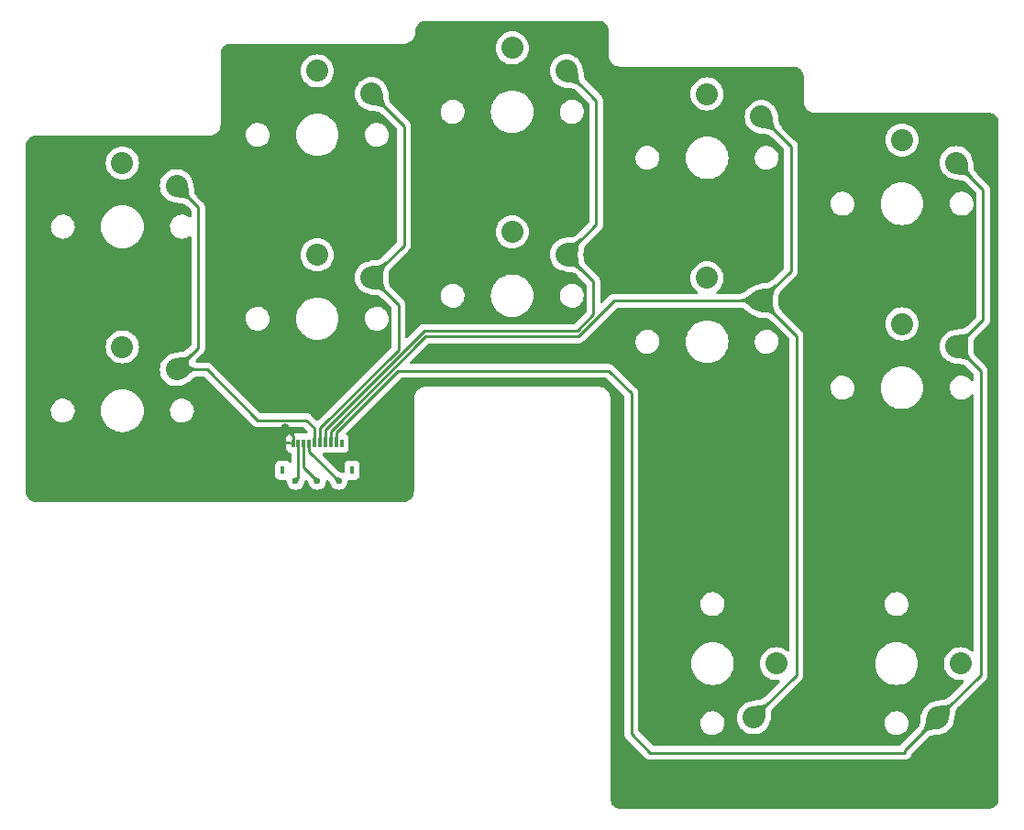
<source format=gtl>
G04 #@! TF.GenerationSoftware,KiCad,Pcbnew,7.0.8*
G04 #@! TF.CreationDate,2024-04-01T22:38:08+01:00*
G04 #@! TF.ProjectId,left,6c656674-2e6b-4696-9361-645f70636258,v1.0.0*
G04 #@! TF.SameCoordinates,Original*
G04 #@! TF.FileFunction,Copper,L1,Top*
G04 #@! TF.FilePolarity,Positive*
%FSLAX46Y46*%
G04 Gerber Fmt 4.6, Leading zero omitted, Abs format (unit mm)*
G04 Created by KiCad (PCBNEW 7.0.8) date 2024-04-01 22:38:08*
%MOMM*%
%LPD*%
G01*
G04 APERTURE LIST*
G04 #@! TA.AperFunction,ComponentPad*
%ADD10C,2.032000*%
G04 #@! TD*
G04 #@! TA.AperFunction,SMDPad,CuDef*
%ADD11R,0.300000X0.800000*%
G04 #@! TD*
G04 #@! TA.AperFunction,SMDPad,CuDef*
%ADD12R,0.400000X0.800000*%
G04 #@! TD*
G04 #@! TA.AperFunction,ComponentPad*
%ADD13C,0.600000*%
G04 #@! TD*
G04 #@! TA.AperFunction,ViaPad*
%ADD14C,0.800000*%
G04 #@! TD*
G04 #@! TA.AperFunction,Conductor*
%ADD15C,0.250000*%
G04 #@! TD*
G04 APERTURE END LIST*
D10*
X114000000Y-132325000D03*
X109000000Y-130225000D03*
X114000000Y-115325000D03*
X109000000Y-113225000D03*
X132000000Y-123825000D03*
X127000000Y-121725000D03*
X132000000Y-106825000D03*
X127000000Y-104725000D03*
X150000000Y-121700000D03*
X145000000Y-119600000D03*
X150000000Y-104700000D03*
X145000000Y-102600000D03*
X168000000Y-125950000D03*
X163000000Y-123850000D03*
X168000000Y-108950000D03*
X163000000Y-106850000D03*
X186000000Y-130200000D03*
X181000000Y-128100000D03*
X186000000Y-113200000D03*
X181000000Y-111100000D03*
X167300000Y-164500000D03*
X169400000Y-159500000D03*
X184300000Y-164500000D03*
X186400000Y-159500000D03*
D11*
X124750000Y-139125000D03*
X125250000Y-139125000D03*
X125750000Y-139125000D03*
X126250000Y-139125000D03*
X126750000Y-139125000D03*
X127250000Y-139125000D03*
X127750000Y-139125000D03*
X128250000Y-139125000D03*
X128750000Y-139125000D03*
X129250000Y-139125000D03*
D12*
X123800000Y-141625000D03*
X130200000Y-141625000D03*
D13*
X125000000Y-142625000D03*
X127000000Y-142625000D03*
X129000000Y-142625000D03*
D14*
X120000000Y-130500000D03*
X124000000Y-137750000D03*
D15*
X124750000Y-139125000D02*
X124750000Y-138500000D01*
X124750000Y-138500000D02*
X124000000Y-137750000D01*
X123500000Y-137000000D02*
X126000000Y-137000000D01*
X168000000Y-125950000D02*
X154436396Y-125950000D01*
X154436396Y-125950000D02*
X151125000Y-129261396D01*
X151125000Y-129261396D02*
X137011396Y-129261396D01*
X137011396Y-129261396D02*
X128250000Y-138022792D01*
X128250000Y-138022792D02*
X128250000Y-139125000D01*
X128750000Y-139125000D02*
X128750000Y-138159188D01*
X134454594Y-132454594D02*
X153954594Y-132454594D01*
X128750000Y-138159188D02*
X134454594Y-132454594D01*
X156000000Y-166000000D02*
X157750000Y-167750000D01*
X153954594Y-132454594D02*
X156000000Y-134500000D01*
X156000000Y-134500000D02*
X156000000Y-166000000D01*
X157750000Y-167750000D02*
X181250000Y-167750000D01*
X181250000Y-167750000D02*
X181250000Y-167550000D01*
X181250000Y-167550000D02*
X184300000Y-164500000D01*
X114000000Y-132325000D02*
X116825000Y-132325000D01*
X116825000Y-132325000D02*
X121500000Y-137000000D01*
X121500000Y-137000000D02*
X123500000Y-137000000D01*
X126000000Y-137000000D02*
X126750000Y-137750000D01*
X126750000Y-137750000D02*
X126750000Y-139125000D01*
X168000000Y-108950000D02*
X170750000Y-111700000D01*
X170750000Y-111700000D02*
X170750000Y-123200000D01*
X170750000Y-123200000D02*
X168000000Y-125950000D01*
X186000000Y-130200000D02*
X188500000Y-127700000D01*
X188500000Y-127700000D02*
X188500000Y-115700000D01*
X188500000Y-115700000D02*
X186000000Y-113200000D01*
X186000000Y-130200000D02*
X188250000Y-132450000D01*
X188250000Y-132450000D02*
X188250000Y-160550000D01*
X188250000Y-160550000D02*
X184300000Y-164500000D01*
X168000000Y-125950000D02*
X171250000Y-129200000D01*
X171250000Y-129200000D02*
X171250000Y-160550000D01*
X171250000Y-160550000D02*
X167300000Y-164500000D01*
X127750000Y-139125000D02*
X127750000Y-137886396D01*
X136886396Y-128750000D02*
X151000000Y-128750000D01*
X152500000Y-127250000D02*
X152500000Y-124200000D01*
X127750000Y-137886396D02*
X136886396Y-128750000D01*
X151000000Y-128750000D02*
X152500000Y-127250000D01*
X152500000Y-124200000D02*
X150000000Y-121700000D01*
X150000000Y-104700000D02*
X152750000Y-107450000D01*
X152750000Y-107450000D02*
X152750000Y-118950000D01*
X152750000Y-118950000D02*
X150000000Y-121700000D01*
X132000000Y-123825000D02*
X134500000Y-126325000D01*
X134500000Y-126325000D02*
X134500000Y-130500000D01*
X134500000Y-130500000D02*
X127250000Y-137750000D01*
X127250000Y-137750000D02*
X127250000Y-139125000D01*
X132000000Y-106825000D02*
X135000000Y-109825000D01*
X135000000Y-109825000D02*
X135000000Y-120825000D01*
X135000000Y-120825000D02*
X132000000Y-123825000D01*
X114000000Y-115325000D02*
X116000000Y-117325000D01*
X116000000Y-117325000D02*
X116000000Y-130325000D01*
X116000000Y-130325000D02*
X114000000Y-132325000D01*
X126250000Y-139125000D02*
X126250000Y-139875000D01*
X126250000Y-139875000D02*
X129000000Y-142625000D01*
X125750000Y-139125000D02*
X125750000Y-141375000D01*
X125750000Y-141375000D02*
X127000000Y-142625000D01*
X125250000Y-139125000D02*
X125250000Y-142375000D01*
X125250000Y-142375000D02*
X125000000Y-142625000D01*
G04 #@! TA.AperFunction,Conductor*
G36*
X153002695Y-100075735D02*
G01*
X153149728Y-100088599D01*
X153171013Y-100092352D01*
X153250805Y-100113732D01*
X153305720Y-100128446D01*
X153326028Y-100135838D01*
X153452418Y-100194775D01*
X153471136Y-100205582D01*
X153585370Y-100285569D01*
X153601928Y-100299463D01*
X153700536Y-100398071D01*
X153714430Y-100414629D01*
X153794417Y-100528863D01*
X153805224Y-100547581D01*
X153864160Y-100673968D01*
X153871553Y-100694280D01*
X153907647Y-100828986D01*
X153911400Y-100850271D01*
X153916268Y-100905906D01*
X153923335Y-100986688D01*
X153924264Y-100997299D01*
X153924500Y-101002705D01*
X153924500Y-103344094D01*
X153957179Y-103529423D01*
X154021542Y-103706259D01*
X154021545Y-103706266D01*
X154097117Y-103837160D01*
X154115637Y-103869238D01*
X154236602Y-104013398D01*
X154380762Y-104134363D01*
X154543738Y-104228457D01*
X154720577Y-104292821D01*
X154905906Y-104325500D01*
X154972520Y-104325500D01*
X170975469Y-104325500D01*
X170997294Y-104325500D01*
X171002695Y-104325735D01*
X171149728Y-104338599D01*
X171171013Y-104342352D01*
X171250805Y-104363732D01*
X171305720Y-104378446D01*
X171326028Y-104385838D01*
X171452418Y-104444775D01*
X171471135Y-104455581D01*
X171514260Y-104485778D01*
X171585370Y-104535569D01*
X171601928Y-104549463D01*
X171700536Y-104648071D01*
X171714430Y-104664629D01*
X171794417Y-104778863D01*
X171805224Y-104797581D01*
X171864160Y-104923968D01*
X171871553Y-104944280D01*
X171907647Y-105078986D01*
X171911400Y-105100271D01*
X171916268Y-105155906D01*
X171923335Y-105236688D01*
X171924264Y-105247299D01*
X171924500Y-105252705D01*
X171924500Y-107475469D01*
X171924500Y-107500000D01*
X171924500Y-107594094D01*
X171957179Y-107779423D01*
X172017437Y-107944982D01*
X172021542Y-107956259D01*
X172021545Y-107956266D01*
X172097117Y-108087160D01*
X172115637Y-108119238D01*
X172236602Y-108263398D01*
X172380762Y-108384363D01*
X172543738Y-108478457D01*
X172720577Y-108542821D01*
X172905906Y-108575500D01*
X172972520Y-108575500D01*
X188975469Y-108575500D01*
X188997294Y-108575500D01*
X189002695Y-108575735D01*
X189149728Y-108588599D01*
X189171013Y-108592352D01*
X189250805Y-108613732D01*
X189305720Y-108628446D01*
X189326028Y-108635838D01*
X189452418Y-108694775D01*
X189471135Y-108705581D01*
X189550061Y-108760846D01*
X189585370Y-108785569D01*
X189601928Y-108799463D01*
X189700536Y-108898071D01*
X189714430Y-108914629D01*
X189794417Y-109028863D01*
X189805224Y-109047581D01*
X189864160Y-109173968D01*
X189871553Y-109194280D01*
X189907647Y-109328986D01*
X189911400Y-109350271D01*
X189917431Y-109419204D01*
X189923335Y-109486688D01*
X189924264Y-109497299D01*
X189924500Y-109502705D01*
X189924500Y-171997294D01*
X189924264Y-172002700D01*
X189911400Y-172149728D01*
X189907647Y-172171013D01*
X189871553Y-172305719D01*
X189864160Y-172326031D01*
X189805224Y-172452418D01*
X189794417Y-172471136D01*
X189714430Y-172585370D01*
X189700536Y-172601928D01*
X189601928Y-172700536D01*
X189585370Y-172714430D01*
X189471136Y-172794417D01*
X189452418Y-172805224D01*
X189326031Y-172864160D01*
X189305719Y-172871553D01*
X189171013Y-172907647D01*
X189149728Y-172911400D01*
X189035977Y-172921352D01*
X189002695Y-172924264D01*
X188997294Y-172924500D01*
X155002706Y-172924500D01*
X154997304Y-172924264D01*
X154960648Y-172921057D01*
X154850271Y-172911400D01*
X154828986Y-172907647D01*
X154694280Y-172871553D01*
X154673968Y-172864160D01*
X154547581Y-172805224D01*
X154528863Y-172794417D01*
X154414629Y-172714430D01*
X154398071Y-172700536D01*
X154299463Y-172601928D01*
X154285569Y-172585370D01*
X154205582Y-172471136D01*
X154194775Y-172452418D01*
X154135839Y-172326031D01*
X154128446Y-172305719D01*
X154092352Y-172171013D01*
X154088599Y-172149727D01*
X154075736Y-172002700D01*
X154075500Y-171997294D01*
X154075500Y-134905908D01*
X154075500Y-134905906D01*
X154042821Y-134720577D01*
X153978457Y-134543738D01*
X153884363Y-134380762D01*
X153763398Y-134236602D01*
X153619238Y-134115637D01*
X153619235Y-134115635D01*
X153456266Y-134021545D01*
X153456263Y-134021544D01*
X153456262Y-134021543D01*
X153279423Y-133957179D01*
X153094094Y-133924500D01*
X153027480Y-133924500D01*
X137024531Y-133924500D01*
X137000000Y-133924500D01*
X136905906Y-133924500D01*
X136905905Y-133924500D01*
X136720576Y-133957179D01*
X136543740Y-134021542D01*
X136543733Y-134021545D01*
X136380764Y-134115635D01*
X136236602Y-134236602D01*
X136115635Y-134380764D01*
X136021545Y-134543733D01*
X136021542Y-134543740D01*
X135957179Y-134720576D01*
X135924500Y-134905905D01*
X135924500Y-143622294D01*
X135924264Y-143627700D01*
X135911400Y-143774728D01*
X135907647Y-143796013D01*
X135871553Y-143930719D01*
X135864160Y-143951031D01*
X135805224Y-144077418D01*
X135794417Y-144096136D01*
X135714430Y-144210370D01*
X135700536Y-144226928D01*
X135601928Y-144325536D01*
X135585370Y-144339430D01*
X135471136Y-144419417D01*
X135452418Y-144430224D01*
X135326031Y-144489160D01*
X135305719Y-144496553D01*
X135171013Y-144532647D01*
X135149728Y-144536400D01*
X135035977Y-144546352D01*
X135002695Y-144549264D01*
X134997294Y-144549500D01*
X101002706Y-144549500D01*
X100997304Y-144549264D01*
X100960648Y-144546057D01*
X100850271Y-144536400D01*
X100828986Y-144532647D01*
X100694280Y-144496553D01*
X100673968Y-144489160D01*
X100547581Y-144430224D01*
X100528863Y-144419417D01*
X100414629Y-144339430D01*
X100398071Y-144325536D01*
X100299463Y-144226928D01*
X100285569Y-144210370D01*
X100205582Y-144096136D01*
X100194775Y-144077418D01*
X100135839Y-143951031D01*
X100128446Y-143930719D01*
X100092352Y-143796013D01*
X100088599Y-143774727D01*
X100075736Y-143627700D01*
X100075500Y-143622294D01*
X100075500Y-136072355D01*
X102394843Y-136072355D01*
X102404852Y-136282459D01*
X102454442Y-136486871D01*
X102471336Y-136523863D01*
X102541820Y-136678204D01*
X102541824Y-136678210D01*
X102663826Y-136849539D01*
X102663831Y-136849544D01*
X102816063Y-136994697D01*
X102993014Y-137108416D01*
X103188288Y-137186593D01*
X103317084Y-137211416D01*
X103394828Y-137226400D01*
X103394829Y-137226400D01*
X103552461Y-137226400D01*
X103552468Y-137226400D01*
X103709389Y-137211416D01*
X103911211Y-137152156D01*
X104098170Y-137055771D01*
X104263510Y-136925747D01*
X104401255Y-136766781D01*
X104506426Y-136584619D01*
X104575222Y-136385846D01*
X104605157Y-136177645D01*
X104602649Y-136125001D01*
X107029981Y-136125001D01*
X107050033Y-136405364D01*
X107050034Y-136405371D01*
X107109779Y-136680011D01*
X107109781Y-136680018D01*
X107170768Y-136843532D01*
X107208008Y-136943376D01*
X107208010Y-136943380D01*
X107342711Y-137190067D01*
X107342716Y-137190075D01*
X107511152Y-137415080D01*
X107511168Y-137415098D01*
X107709901Y-137613831D01*
X107709919Y-137613847D01*
X107934924Y-137782283D01*
X107934932Y-137782288D01*
X108181619Y-137916989D01*
X108181623Y-137916991D01*
X108181625Y-137916992D01*
X108444982Y-138015219D01*
X108719637Y-138074967D01*
X108929825Y-138090000D01*
X109070175Y-138090000D01*
X109280363Y-138074967D01*
X109555018Y-138015219D01*
X109818375Y-137916992D01*
X110065073Y-137782285D01*
X110290088Y-137613841D01*
X110488841Y-137415088D01*
X110657285Y-137190073D01*
X110791992Y-136943375D01*
X110890219Y-136680018D01*
X110949967Y-136405363D01*
X110970019Y-136125000D01*
X110966254Y-136072355D01*
X113394843Y-136072355D01*
X113404852Y-136282459D01*
X113454442Y-136486871D01*
X113471336Y-136523863D01*
X113541820Y-136678204D01*
X113541824Y-136678210D01*
X113663826Y-136849539D01*
X113663831Y-136849544D01*
X113816063Y-136994697D01*
X113993014Y-137108416D01*
X114188288Y-137186593D01*
X114317084Y-137211416D01*
X114394828Y-137226400D01*
X114394829Y-137226400D01*
X114552461Y-137226400D01*
X114552468Y-137226400D01*
X114709389Y-137211416D01*
X114911211Y-137152156D01*
X115098170Y-137055771D01*
X115263510Y-136925747D01*
X115401255Y-136766781D01*
X115506426Y-136584619D01*
X115575222Y-136385846D01*
X115605157Y-136177645D01*
X115595148Y-135967541D01*
X115545558Y-135763129D01*
X115458179Y-135571795D01*
X115458175Y-135571789D01*
X115336173Y-135400460D01*
X115336167Y-135400454D01*
X115183939Y-135255305D01*
X115183937Y-135255303D01*
X115006986Y-135141584D01*
X115006984Y-135141583D01*
X114811721Y-135063410D01*
X114811714Y-135063407D01*
X114811712Y-135063407D01*
X114811709Y-135063406D01*
X114811708Y-135063406D01*
X114605172Y-135023600D01*
X114605171Y-135023600D01*
X114447532Y-135023600D01*
X114290611Y-135038584D01*
X114290607Y-135038585D01*
X114088791Y-135097843D01*
X113901831Y-135194228D01*
X113736490Y-135324252D01*
X113736489Y-135324253D01*
X113598749Y-135483214D01*
X113598740Y-135483225D01*
X113493574Y-135665379D01*
X113424779Y-135864148D01*
X113424778Y-135864153D01*
X113424778Y-135864154D01*
X113394843Y-136072355D01*
X110966254Y-136072355D01*
X110949967Y-135844637D01*
X110890219Y-135569982D01*
X110791992Y-135306625D01*
X110701872Y-135141583D01*
X110657285Y-135059927D01*
X110657283Y-135059924D01*
X110488847Y-134834919D01*
X110488831Y-134834901D01*
X110290098Y-134636168D01*
X110290080Y-134636152D01*
X110065075Y-134467716D01*
X110065067Y-134467711D01*
X109818380Y-134333010D01*
X109818376Y-134333008D01*
X109715324Y-134294572D01*
X109555018Y-134234781D01*
X109555014Y-134234780D01*
X109555011Y-134234779D01*
X109280371Y-134175034D01*
X109280364Y-134175033D01*
X109070175Y-134160000D01*
X108929825Y-134160000D01*
X108719635Y-134175033D01*
X108719628Y-134175034D01*
X108444988Y-134234779D01*
X108444983Y-134234780D01*
X108444982Y-134234781D01*
X108381309Y-134258529D01*
X108181623Y-134333008D01*
X108181619Y-134333010D01*
X107934932Y-134467711D01*
X107934924Y-134467716D01*
X107709919Y-134636152D01*
X107709901Y-134636168D01*
X107511168Y-134834901D01*
X107511152Y-134834919D01*
X107342716Y-135059924D01*
X107342715Y-135059927D01*
X107208010Y-135306619D01*
X107208008Y-135306623D01*
X107109779Y-135569988D01*
X107050034Y-135844628D01*
X107050033Y-135844635D01*
X107029981Y-136124998D01*
X107029981Y-136125001D01*
X104602649Y-136125001D01*
X104595148Y-135967541D01*
X104545558Y-135763129D01*
X104458179Y-135571795D01*
X104458175Y-135571789D01*
X104336173Y-135400460D01*
X104336167Y-135400454D01*
X104183939Y-135255305D01*
X104183937Y-135255303D01*
X104006986Y-135141584D01*
X104006984Y-135141583D01*
X103811721Y-135063410D01*
X103811714Y-135063407D01*
X103811712Y-135063407D01*
X103811709Y-135063406D01*
X103811708Y-135063406D01*
X103605172Y-135023600D01*
X103605171Y-135023600D01*
X103447532Y-135023600D01*
X103290611Y-135038584D01*
X103290607Y-135038585D01*
X103088791Y-135097843D01*
X102901831Y-135194228D01*
X102736490Y-135324252D01*
X102736489Y-135324253D01*
X102598749Y-135483214D01*
X102598740Y-135483225D01*
X102493574Y-135665379D01*
X102424779Y-135864148D01*
X102424778Y-135864153D01*
X102424778Y-135864154D01*
X102394843Y-136072355D01*
X100075500Y-136072355D01*
X100075500Y-132325000D01*
X112470786Y-132325000D01*
X112489612Y-132564219D01*
X112545630Y-132797553D01*
X112545630Y-132797554D01*
X112637457Y-133019245D01*
X112637459Y-133019248D01*
X112762837Y-133223846D01*
X112762841Y-133223851D01*
X112811838Y-133281219D01*
X112918682Y-133406318D01*
X113021548Y-133494173D01*
X113101148Y-133562158D01*
X113101153Y-133562162D01*
X113305751Y-133687540D01*
X113305754Y-133687542D01*
X113527446Y-133779369D01*
X113585779Y-133793373D01*
X113760778Y-133835387D01*
X114000000Y-133854214D01*
X114239222Y-133835387D01*
X114472553Y-133779369D01*
X114622844Y-133717116D01*
X114644663Y-133709069D01*
X114649619Y-133706386D01*
X114655420Y-133703623D01*
X114660880Y-133701361D01*
X114694249Y-133687540D01*
X114694254Y-133687536D01*
X114694258Y-133687535D01*
X114734401Y-133662934D01*
X114767182Y-133642845D01*
X114770052Y-133641191D01*
X114775707Y-133638130D01*
X115041618Y-133494184D01*
X115041629Y-133494177D01*
X115041637Y-133494173D01*
X115062052Y-133481862D01*
X115062060Y-133481856D01*
X115062066Y-133481853D01*
X115083754Y-133467358D01*
X115089479Y-133463132D01*
X115103021Y-133453139D01*
X115103031Y-133453131D01*
X115103032Y-133453131D01*
X115381639Y-133226728D01*
X115414877Y-133199253D01*
X115553331Y-133084805D01*
X115579437Y-133068231D01*
X115701696Y-133010582D01*
X115740052Y-132999595D01*
X116065803Y-132961185D01*
X116075611Y-132959787D01*
X116080290Y-132959121D01*
X116089046Y-132958500D01*
X116511234Y-132958500D01*
X116578273Y-132978185D01*
X116598915Y-132994819D01*
X120992910Y-137388814D01*
X121002816Y-137401178D01*
X121003026Y-137401005D01*
X121008001Y-137407019D01*
X121059094Y-137454999D01*
X121080225Y-137476129D01*
X121080230Y-137476134D01*
X121085802Y-137480456D01*
X121090242Y-137484249D01*
X121124678Y-137516586D01*
X121142567Y-137526420D01*
X121158833Y-137537104D01*
X121174959Y-137549613D01*
X121218298Y-137568367D01*
X121223545Y-137570937D01*
X121264940Y-137593695D01*
X121284718Y-137598773D01*
X121303121Y-137605074D01*
X121321852Y-137613180D01*
X121321853Y-137613180D01*
X121321855Y-137613181D01*
X121349250Y-137617519D01*
X121368497Y-137620568D01*
X121374213Y-137621751D01*
X121419970Y-137633500D01*
X121440390Y-137633500D01*
X121459789Y-137635027D01*
X121479941Y-137638218D01*
X121479942Y-137638219D01*
X121479942Y-137638218D01*
X121479943Y-137638219D01*
X121526959Y-137633775D01*
X121532796Y-137633500D01*
X123419970Y-137633500D01*
X125686234Y-137633500D01*
X125753273Y-137653185D01*
X125773915Y-137669819D01*
X126080181Y-137976085D01*
X126113666Y-138037408D01*
X126116500Y-138063766D01*
X126116500Y-138096500D01*
X126096815Y-138163539D01*
X126044011Y-138209294D01*
X125979248Y-138219790D01*
X125948644Y-138216500D01*
X125948638Y-138216500D01*
X125551362Y-138216500D01*
X125551355Y-138216500D01*
X125513252Y-138220596D01*
X125486748Y-138220596D01*
X125448644Y-138216500D01*
X125448638Y-138216500D01*
X125051362Y-138216500D01*
X125051345Y-138216500D01*
X124983088Y-138223840D01*
X124983024Y-138223249D01*
X124950488Y-138225285D01*
X124947838Y-138225000D01*
X124900000Y-138225000D01*
X124877697Y-138247302D01*
X124850312Y-138276718D01*
X124798312Y-138315646D01*
X124732848Y-138340064D01*
X124664575Y-138325213D01*
X124615169Y-138275809D01*
X124602954Y-138227954D01*
X124600000Y-138225000D01*
X124552155Y-138225000D01*
X124492627Y-138231401D01*
X124492620Y-138231403D01*
X124357913Y-138281645D01*
X124357906Y-138281649D01*
X124242812Y-138367809D01*
X124242809Y-138367812D01*
X124156649Y-138482906D01*
X124156645Y-138482913D01*
X124106403Y-138617620D01*
X124106401Y-138617627D01*
X124100000Y-138677155D01*
X124100000Y-138975000D01*
X124467500Y-138975000D01*
X124534539Y-138994685D01*
X124580294Y-139047489D01*
X124591500Y-139099000D01*
X124591500Y-139151000D01*
X124571815Y-139218039D01*
X124519011Y-139263794D01*
X124467500Y-139275000D01*
X124100000Y-139275000D01*
X124100000Y-139572844D01*
X124106401Y-139632372D01*
X124106403Y-139632379D01*
X124156645Y-139767086D01*
X124156649Y-139767093D01*
X124242809Y-139882187D01*
X124242812Y-139882190D01*
X124357906Y-139968350D01*
X124357913Y-139968354D01*
X124492620Y-140018596D01*
X124492627Y-140018598D01*
X124505756Y-140020010D01*
X124570307Y-140046748D01*
X124610155Y-140104141D01*
X124616500Y-140143299D01*
X124616500Y-140827466D01*
X124596815Y-140894505D01*
X124544011Y-140940260D01*
X124474853Y-140950204D01*
X124411297Y-140921179D01*
X124393234Y-140901777D01*
X124363262Y-140861741D01*
X124363263Y-140861741D01*
X124363261Y-140861739D01*
X124246204Y-140774111D01*
X124109203Y-140723011D01*
X124048654Y-140716500D01*
X124048638Y-140716500D01*
X123551362Y-140716500D01*
X123551345Y-140716500D01*
X123490797Y-140723011D01*
X123490795Y-140723011D01*
X123353795Y-140774111D01*
X123236739Y-140861739D01*
X123149111Y-140978795D01*
X123098011Y-141115795D01*
X123098011Y-141115797D01*
X123091500Y-141176345D01*
X123091500Y-142073654D01*
X123098011Y-142134202D01*
X123098011Y-142134204D01*
X123131299Y-142223450D01*
X123149111Y-142271204D01*
X123236739Y-142388261D01*
X123353796Y-142475889D01*
X123490799Y-142526989D01*
X123518050Y-142529918D01*
X123551345Y-142533499D01*
X123551362Y-142533500D01*
X124048638Y-142533500D01*
X124051872Y-142533152D01*
X124120632Y-142545549D01*
X124171775Y-142593154D01*
X124188361Y-142642556D01*
X124206781Y-142806042D01*
X124206782Y-142806046D01*
X124206783Y-142806048D01*
X124266957Y-142978015D01*
X124363889Y-143132281D01*
X124492719Y-143261111D01*
X124646985Y-143358043D01*
X124818953Y-143418217D01*
X124818958Y-143418218D01*
X124999996Y-143438616D01*
X125000000Y-143438616D01*
X125000004Y-143438616D01*
X125181041Y-143418218D01*
X125181044Y-143418217D01*
X125181047Y-143418217D01*
X125353015Y-143358043D01*
X125507281Y-143261111D01*
X125636111Y-143132281D01*
X125733043Y-142978015D01*
X125793217Y-142806047D01*
X125805042Y-142701082D01*
X125814457Y-142665735D01*
X125818378Y-142656673D01*
X125820928Y-142651470D01*
X125843695Y-142610060D01*
X125843698Y-142610047D01*
X125843817Y-142609749D01*
X125843980Y-142609538D01*
X125847455Y-142603220D01*
X125848473Y-142603779D01*
X125886791Y-142554659D01*
X125952727Y-142531547D01*
X126020692Y-142547752D01*
X126046795Y-142567700D01*
X126090784Y-142611688D01*
X126106072Y-142630279D01*
X126113440Y-142641260D01*
X126145655Y-142676984D01*
X126171580Y-142721960D01*
X126193026Y-142788451D01*
X126238855Y-142911579D01*
X126240545Y-142915902D01*
X126240545Y-142915899D01*
X126258234Y-142953994D01*
X126260523Y-142959629D01*
X126266957Y-142978016D01*
X126266958Y-142978017D01*
X126363889Y-143132281D01*
X126492719Y-143261111D01*
X126646985Y-143358043D01*
X126818953Y-143418217D01*
X126818958Y-143418218D01*
X126999996Y-143438616D01*
X127000000Y-143438616D01*
X127000004Y-143438616D01*
X127181041Y-143418218D01*
X127181044Y-143418217D01*
X127181047Y-143418217D01*
X127353015Y-143358043D01*
X127507281Y-143261111D01*
X127636111Y-143132281D01*
X127733043Y-142978015D01*
X127793217Y-142806047D01*
X127813616Y-142625000D01*
X127813615Y-142624998D01*
X127814201Y-142619804D01*
X127841267Y-142555390D01*
X127898862Y-142515835D01*
X127968699Y-142513697D01*
X128025102Y-142546006D01*
X128090785Y-142611689D01*
X128106071Y-142630278D01*
X128113439Y-142641258D01*
X128113440Y-142641261D01*
X128145655Y-142676984D01*
X128171580Y-142721960D01*
X128193026Y-142788451D01*
X128238855Y-142911579D01*
X128240545Y-142915902D01*
X128240545Y-142915899D01*
X128258234Y-142953994D01*
X128260523Y-142959629D01*
X128266957Y-142978016D01*
X128266958Y-142978017D01*
X128363889Y-143132281D01*
X128492719Y-143261111D01*
X128646985Y-143358043D01*
X128818953Y-143418217D01*
X128818958Y-143418218D01*
X128999996Y-143438616D01*
X129000000Y-143438616D01*
X129000004Y-143438616D01*
X129181041Y-143418218D01*
X129181044Y-143418217D01*
X129181047Y-143418217D01*
X129353015Y-143358043D01*
X129507281Y-143261111D01*
X129636111Y-143132281D01*
X129733043Y-142978015D01*
X129793217Y-142806047D01*
X129805043Y-142701093D01*
X129811638Y-142642557D01*
X129838704Y-142578143D01*
X129896299Y-142538588D01*
X129948125Y-142533152D01*
X129951362Y-142533500D01*
X130448638Y-142533500D01*
X130448654Y-142533499D01*
X130475692Y-142530591D01*
X130509201Y-142526989D01*
X130646204Y-142475889D01*
X130763261Y-142388261D01*
X130850889Y-142271204D01*
X130901989Y-142134201D01*
X130905591Y-142100692D01*
X130908499Y-142073654D01*
X130908500Y-142073637D01*
X130908500Y-141176362D01*
X130908499Y-141176345D01*
X130905157Y-141145270D01*
X130901989Y-141115799D01*
X130850889Y-140978796D01*
X130763261Y-140861739D01*
X130646204Y-140774111D01*
X130509203Y-140723011D01*
X130448654Y-140716500D01*
X130448638Y-140716500D01*
X129951362Y-140716500D01*
X129951345Y-140716500D01*
X129890797Y-140723011D01*
X129890795Y-140723011D01*
X129753795Y-140774111D01*
X129636739Y-140861739D01*
X129549111Y-140978795D01*
X129498011Y-141115795D01*
X129498011Y-141115797D01*
X129491500Y-141176345D01*
X129491500Y-141765653D01*
X129471815Y-141832692D01*
X129419011Y-141878447D01*
X129349853Y-141888391D01*
X129326547Y-141882695D01*
X129317450Y-141879512D01*
X129299052Y-141871344D01*
X129282590Y-141862370D01*
X129163450Y-141818026D01*
X129096961Y-141796580D01*
X129051983Y-141770654D01*
X129016261Y-141738441D01*
X128977652Y-141706374D01*
X128973433Y-141702528D01*
X127516086Y-140245181D01*
X127482601Y-140183858D01*
X127487585Y-140114166D01*
X127529457Y-140058233D01*
X127594921Y-140033816D01*
X127603767Y-140033500D01*
X127948638Y-140033500D01*
X127951120Y-140033233D01*
X127986745Y-140029404D01*
X128013255Y-140029404D01*
X128051343Y-140033498D01*
X128051362Y-140033500D01*
X128448638Y-140033500D01*
X128451120Y-140033233D01*
X128486745Y-140029404D01*
X128513255Y-140029404D01*
X128551343Y-140033498D01*
X128551362Y-140033500D01*
X128948638Y-140033500D01*
X128951120Y-140033233D01*
X128986745Y-140029404D01*
X129013255Y-140029404D01*
X129051343Y-140033498D01*
X129051362Y-140033500D01*
X129448638Y-140033500D01*
X129448654Y-140033499D01*
X129475692Y-140030591D01*
X129509201Y-140026989D01*
X129646204Y-139975889D01*
X129763261Y-139888261D01*
X129850889Y-139771204D01*
X129901989Y-139634201D01*
X129905591Y-139600692D01*
X129908499Y-139573654D01*
X129908500Y-139573637D01*
X129908500Y-138676362D01*
X129908499Y-138676345D01*
X129905157Y-138645270D01*
X129901989Y-138615799D01*
X129850889Y-138478796D01*
X129763261Y-138361739D01*
X129734307Y-138340064D01*
X129694867Y-138310539D01*
X129652997Y-138254605D01*
X129648013Y-138184913D01*
X129681496Y-138123594D01*
X134680679Y-133124413D01*
X134742002Y-133090928D01*
X134768360Y-133088094D01*
X153640828Y-133088094D01*
X153707867Y-133107779D01*
X153728509Y-133124413D01*
X155330181Y-134726085D01*
X155363666Y-134787408D01*
X155366500Y-134813766D01*
X155366500Y-165916366D01*
X155364761Y-165932113D01*
X155365032Y-165932139D01*
X155364298Y-165939905D01*
X155364298Y-165939908D01*
X155364298Y-165939909D01*
X155364753Y-165954369D01*
X155366500Y-166009957D01*
X155366500Y-166039859D01*
X155367384Y-166046856D01*
X155367842Y-166052679D01*
X155369326Y-166099889D01*
X155369327Y-166099891D01*
X155375022Y-166119495D01*
X155378967Y-166138542D01*
X155381526Y-166158797D01*
X155381527Y-166158800D01*
X155381528Y-166158803D01*
X155398914Y-166202716D01*
X155400806Y-166208244D01*
X155413981Y-166253592D01*
X155424372Y-166271162D01*
X155432932Y-166288635D01*
X155440447Y-166307617D01*
X155468209Y-166345827D01*
X155471416Y-166350710D01*
X155495458Y-166391362D01*
X155495462Y-166391366D01*
X155509889Y-166405793D01*
X155522526Y-166420588D01*
X155534528Y-166437107D01*
X155570931Y-166467222D01*
X155575231Y-166471135D01*
X156147010Y-167042914D01*
X157242912Y-168138817D01*
X157252819Y-168151183D01*
X157253029Y-168151010D01*
X157257996Y-168157015D01*
X157309079Y-168204984D01*
X157330224Y-168226130D01*
X157335813Y-168230466D01*
X157340245Y-168234252D01*
X157348496Y-168241999D01*
X157374680Y-168266587D01*
X157392562Y-168276417D01*
X157408829Y-168287102D01*
X157424960Y-168299615D01*
X157446838Y-168309081D01*
X157468307Y-168318371D01*
X157473533Y-168320931D01*
X157514940Y-168343695D01*
X157534716Y-168348772D01*
X157553124Y-168355075D01*
X157571850Y-168363179D01*
X157571852Y-168363180D01*
X157571853Y-168363180D01*
X157571855Y-168363181D01*
X157611931Y-168369528D01*
X157618503Y-168370569D01*
X157624212Y-168371751D01*
X157669970Y-168383500D01*
X157690384Y-168383500D01*
X157709783Y-168385027D01*
X157729943Y-168388220D01*
X157776966Y-168383775D01*
X157782804Y-168383500D01*
X181178395Y-168383500D01*
X181201626Y-168385696D01*
X181206143Y-168386557D01*
X181209906Y-168387275D01*
X181267980Y-168383621D01*
X181271853Y-168383500D01*
X181289857Y-168383500D01*
X181289857Y-168383499D01*
X181307745Y-168381239D01*
X181311556Y-168380879D01*
X181369650Y-168377225D01*
X181377662Y-168374621D01*
X181400443Y-168369528D01*
X181408797Y-168368474D01*
X181462885Y-168347058D01*
X181466535Y-168345744D01*
X181521875Y-168327764D01*
X181528985Y-168323251D01*
X181549784Y-168312652D01*
X181557617Y-168309552D01*
X181604686Y-168275353D01*
X181607885Y-168273180D01*
X181657018Y-168242000D01*
X181662789Y-168235853D01*
X181680294Y-168220421D01*
X181687107Y-168215472D01*
X181724205Y-168170625D01*
X181726726Y-168167766D01*
X181766586Y-168125321D01*
X181770642Y-168117940D01*
X181783759Y-168098638D01*
X181789133Y-168092144D01*
X181813912Y-168039484D01*
X181815656Y-168036060D01*
X181843695Y-167985060D01*
X181845790Y-167976897D01*
X181853701Y-167954929D01*
X181857283Y-167947318D01*
X181868188Y-167890148D01*
X181869023Y-167886410D01*
X181881153Y-167839168D01*
X181913573Y-167782330D01*
X183268972Y-166426930D01*
X183286993Y-166412029D01*
X183289096Y-166410599D01*
X183289107Y-166410594D01*
X183546609Y-166207412D01*
X183581500Y-166188060D01*
X183708701Y-166142377D01*
X183738885Y-166135637D01*
X183960651Y-166114584D01*
X184317743Y-166077672D01*
X184317750Y-166077670D01*
X184317757Y-166077670D01*
X184322066Y-166077020D01*
X184341392Y-166074108D01*
X184366979Y-166069024D01*
X184390187Y-166063279D01*
X184686185Y-165975194D01*
X184689384Y-165974335D01*
X184772553Y-165954369D01*
X184811387Y-165938282D01*
X184817415Y-165936143D01*
X184829174Y-165932645D01*
X184841744Y-165928549D01*
X184849106Y-165925939D01*
X184849107Y-165925939D01*
X184875584Y-165914120D01*
X184923212Y-165892861D01*
X184923228Y-165892848D01*
X184924682Y-165891996D01*
X184932355Y-165888176D01*
X184994249Y-165862540D01*
X185198849Y-165737160D01*
X185381318Y-165581318D01*
X185537160Y-165398849D01*
X185662540Y-165194249D01*
X185724795Y-165043950D01*
X185734530Y-165022838D01*
X185736140Y-165017425D01*
X185738279Y-165011395D01*
X185754369Y-164972553D01*
X185774339Y-164889366D01*
X185775198Y-164886174D01*
X185863279Y-164590187D01*
X185869024Y-164566979D01*
X185874108Y-164541392D01*
X185877672Y-164517743D01*
X185914584Y-164160651D01*
X185935636Y-163938890D01*
X185942376Y-163908708D01*
X185988062Y-163781498D01*
X186007413Y-163746607D01*
X186210594Y-163489106D01*
X186216739Y-163480917D01*
X186228225Y-163467677D01*
X188638815Y-161057087D01*
X188651180Y-161047183D01*
X188651006Y-161046973D01*
X188657012Y-161042003D01*
X188657018Y-161042000D01*
X188704999Y-160990904D01*
X188726135Y-160969769D01*
X188730458Y-160964195D01*
X188734257Y-160959747D01*
X188766585Y-160925322D01*
X188776420Y-160907432D01*
X188787098Y-160891174D01*
X188799614Y-160875040D01*
X188818374Y-160831686D01*
X188820935Y-160826458D01*
X188843695Y-160785060D01*
X188848774Y-160765274D01*
X188855072Y-160746882D01*
X188863181Y-160728145D01*
X188870569Y-160681497D01*
X188871751Y-160675786D01*
X188883500Y-160630030D01*
X188883500Y-160609615D01*
X188885027Y-160590214D01*
X188886436Y-160581318D01*
X188888220Y-160570057D01*
X188883775Y-160523033D01*
X188883500Y-160517195D01*
X188883500Y-132533632D01*
X188885239Y-132517880D01*
X188884968Y-132517855D01*
X188885700Y-132510099D01*
X188885702Y-132510092D01*
X188883500Y-132440028D01*
X188883500Y-132410144D01*
X188882614Y-132403141D01*
X188882157Y-132397322D01*
X188880674Y-132350113D01*
X188880674Y-132350111D01*
X188874974Y-132330492D01*
X188871031Y-132311446D01*
X188868474Y-132291204D01*
X188868474Y-132291203D01*
X188851081Y-132247274D01*
X188849204Y-132241792D01*
X188836019Y-132196407D01*
X188825620Y-132178824D01*
X188817066Y-132161363D01*
X188809552Y-132142383D01*
X188781793Y-132104176D01*
X188778586Y-132099294D01*
X188754544Y-132058641D01*
X188754543Y-132058640D01*
X188754542Y-132058638D01*
X188740108Y-132044204D01*
X188727471Y-132029409D01*
X188715472Y-132012893D01*
X188715470Y-132012890D01*
X188679073Y-131982781D01*
X188674751Y-131978847D01*
X187926936Y-131231032D01*
X187912035Y-131213014D01*
X187910598Y-131210899D01*
X187910595Y-131210893D01*
X187707414Y-130953388D01*
X187688059Y-130918491D01*
X187681131Y-130899201D01*
X187642378Y-130791295D01*
X187635636Y-130761107D01*
X187614584Y-130539347D01*
X187580823Y-130212739D01*
X187580823Y-130187258D01*
X187614584Y-129860651D01*
X187635636Y-129638890D01*
X187642376Y-129608708D01*
X187688062Y-129481498D01*
X187707413Y-129446607D01*
X187830684Y-129290381D01*
X187910592Y-129189110D01*
X187914603Y-129183763D01*
X187916734Y-129180923D01*
X187928225Y-129167678D01*
X188888817Y-128207086D01*
X188901178Y-128197185D01*
X188901004Y-128196975D01*
X188907013Y-128192002D01*
X188907018Y-128192000D01*
X188954983Y-128140921D01*
X188976135Y-128119770D01*
X188980461Y-128114192D01*
X188984250Y-128109755D01*
X189016586Y-128075321D01*
X189026419Y-128057432D01*
X189037102Y-128041169D01*
X189049614Y-128025041D01*
X189068371Y-127981691D01*
X189070941Y-127976447D01*
X189093693Y-127935064D01*
X189093693Y-127935063D01*
X189093695Y-127935060D01*
X189098774Y-127915273D01*
X189105070Y-127896885D01*
X189113181Y-127878145D01*
X189120569Y-127831497D01*
X189121751Y-127825786D01*
X189133500Y-127780030D01*
X189133500Y-127759615D01*
X189135027Y-127740214D01*
X189138220Y-127720057D01*
X189133775Y-127673033D01*
X189133500Y-127667195D01*
X189133500Y-115783631D01*
X189135239Y-115767879D01*
X189134968Y-115767854D01*
X189135700Y-115760098D01*
X189135702Y-115760091D01*
X189133500Y-115690028D01*
X189133500Y-115660144D01*
X189132614Y-115653141D01*
X189132157Y-115647322D01*
X189130674Y-115600111D01*
X189124976Y-115580499D01*
X189121033Y-115561466D01*
X189118474Y-115541203D01*
X189101085Y-115497286D01*
X189099196Y-115491766D01*
X189086018Y-115446407D01*
X189075626Y-115428835D01*
X189067066Y-115411362D01*
X189059552Y-115392383D01*
X189031794Y-115354179D01*
X189028587Y-115349296D01*
X189014218Y-115325000D01*
X189004542Y-115308638D01*
X188990108Y-115294204D01*
X188977471Y-115279409D01*
X188965472Y-115262893D01*
X188965470Y-115262890D01*
X188929073Y-115232781D01*
X188924751Y-115228847D01*
X187926936Y-114231032D01*
X187912035Y-114213014D01*
X187910598Y-114210899D01*
X187910595Y-114210893D01*
X187707414Y-113953388D01*
X187688059Y-113918491D01*
X187679352Y-113894248D01*
X187642378Y-113791295D01*
X187635636Y-113761107D01*
X187614584Y-113539347D01*
X187577672Y-113182255D01*
X187574108Y-113158606D01*
X187569024Y-113133019D01*
X187563279Y-113109811D01*
X187475191Y-112813801D01*
X187474339Y-112810630D01*
X187454369Y-112727447D01*
X187438282Y-112688611D01*
X187436145Y-112682588D01*
X187432645Y-112670825D01*
X187432643Y-112670817D01*
X187428549Y-112658253D01*
X187425943Y-112650904D01*
X187425942Y-112650902D01*
X187425939Y-112650893D01*
X187392861Y-112576787D01*
X187392858Y-112576783D01*
X187391984Y-112575294D01*
X187388169Y-112567626D01*
X187372896Y-112530754D01*
X187362540Y-112505751D01*
X187352370Y-112489155D01*
X187237162Y-112301153D01*
X187237158Y-112301148D01*
X187146489Y-112194988D01*
X187081318Y-112118682D01*
X186941013Y-111998851D01*
X186898851Y-111962841D01*
X186898846Y-111962837D01*
X186694248Y-111837459D01*
X186694245Y-111837457D01*
X186472553Y-111745630D01*
X186239218Y-111689612D01*
X186239219Y-111689612D01*
X186000000Y-111670786D01*
X185760780Y-111689612D01*
X185527446Y-111745630D01*
X185527445Y-111745630D01*
X185305754Y-111837457D01*
X185305751Y-111837459D01*
X185101153Y-111962837D01*
X185101148Y-111962841D01*
X184918682Y-112118682D01*
X184762841Y-112301148D01*
X184762837Y-112301153D01*
X184637459Y-112505751D01*
X184637457Y-112505754D01*
X184545630Y-112727445D01*
X184545630Y-112727446D01*
X184489612Y-112960780D01*
X184470786Y-113200000D01*
X184489612Y-113439219D01*
X184545630Y-113672553D01*
X184545630Y-113672554D01*
X184637457Y-113894245D01*
X184637459Y-113894248D01*
X184762837Y-114098846D01*
X184762841Y-114098851D01*
X184833482Y-114181561D01*
X184918682Y-114281318D01*
X185035481Y-114381073D01*
X185101148Y-114437158D01*
X185101153Y-114437162D01*
X185272215Y-114541989D01*
X185305751Y-114562540D01*
X185456040Y-114624791D01*
X185477161Y-114634530D01*
X185482586Y-114636144D01*
X185488609Y-114638282D01*
X185527447Y-114654369D01*
X185610615Y-114674335D01*
X185613818Y-114675196D01*
X185909811Y-114763279D01*
X185933019Y-114769024D01*
X185958606Y-114774108D01*
X185977931Y-114777020D01*
X185982241Y-114777670D01*
X185982247Y-114777670D01*
X185982255Y-114777672D01*
X186257220Y-114806094D01*
X186339346Y-114814584D01*
X186368143Y-114817317D01*
X186561103Y-114835636D01*
X186591285Y-114842376D01*
X186718498Y-114888063D01*
X186753393Y-114907418D01*
X187009862Y-115109781D01*
X187010893Y-115110594D01*
X187019077Y-115116736D01*
X187032329Y-115128233D01*
X187830181Y-115926085D01*
X187863666Y-115987408D01*
X187866500Y-116013766D01*
X187866500Y-127386233D01*
X187846815Y-127453272D01*
X187830181Y-127473914D01*
X187031032Y-128273062D01*
X187013031Y-128287952D01*
X187010898Y-128289400D01*
X186753387Y-128492583D01*
X186718490Y-128511938D01*
X186591295Y-128557618D01*
X186561103Y-128564361D01*
X186339347Y-128585414D01*
X185982237Y-128622328D01*
X185965079Y-128624914D01*
X185958567Y-128625896D01*
X185958566Y-128625896D01*
X185933001Y-128630978D01*
X185933002Y-128630977D01*
X185909805Y-128636721D01*
X185909806Y-128636721D01*
X185844884Y-128656040D01*
X185613798Y-128724807D01*
X185610588Y-128725670D01*
X185527447Y-128745630D01*
X185488621Y-128761711D01*
X185482578Y-128763856D01*
X185470709Y-128767388D01*
X185457938Y-128771555D01*
X185450501Y-128774199D01*
X185450502Y-128774199D01*
X185450499Y-128774200D01*
X185450497Y-128774201D01*
X185438851Y-128779405D01*
X185376782Y-128807140D01*
X185375298Y-128808012D01*
X185367624Y-128811831D01*
X185305750Y-128837459D01*
X185101153Y-128962837D01*
X185101148Y-128962841D01*
X184918682Y-129118682D01*
X184762841Y-129301148D01*
X184762837Y-129301153D01*
X184637459Y-129505751D01*
X184637457Y-129505754D01*
X184545630Y-129727445D01*
X184545630Y-129727446D01*
X184489612Y-129960780D01*
X184470786Y-130200000D01*
X184489612Y-130439219D01*
X184545630Y-130672553D01*
X184545630Y-130672554D01*
X184637457Y-130894245D01*
X184637459Y-130894248D01*
X184762837Y-131098846D01*
X184762841Y-131098851D01*
X184833482Y-131181561D01*
X184918682Y-131281318D01*
X184957076Y-131314109D01*
X185101148Y-131437158D01*
X185101153Y-131437162D01*
X185221781Y-131511083D01*
X185305751Y-131562540D01*
X185456040Y-131624791D01*
X185477161Y-131634530D01*
X185482586Y-131636144D01*
X185488609Y-131638282D01*
X185527447Y-131654369D01*
X185610615Y-131674335D01*
X185613818Y-131675196D01*
X185909811Y-131763279D01*
X185933019Y-131769024D01*
X185958606Y-131774108D01*
X185977931Y-131777020D01*
X185982241Y-131777670D01*
X185982247Y-131777670D01*
X185982255Y-131777672D01*
X186257220Y-131806094D01*
X186339346Y-131814584D01*
X186358202Y-131816374D01*
X186561103Y-131835636D01*
X186591285Y-131842376D01*
X186718498Y-131888063D01*
X186753392Y-131907418D01*
X186779695Y-131928172D01*
X187010894Y-132110595D01*
X187019089Y-132116745D01*
X187032331Y-132128235D01*
X187580181Y-132676085D01*
X187613666Y-132737408D01*
X187616500Y-132763766D01*
X187616500Y-133281219D01*
X187596815Y-133348258D01*
X187544011Y-133394013D01*
X187474853Y-133403957D01*
X187411297Y-133374932D01*
X187391493Y-133353147D01*
X187336169Y-133275456D01*
X187336167Y-133275454D01*
X187183939Y-133130305D01*
X187183937Y-133130303D01*
X187006986Y-133016584D01*
X187006984Y-133016583D01*
X186811721Y-132938410D01*
X186811714Y-132938407D01*
X186811712Y-132938407D01*
X186811709Y-132938406D01*
X186811708Y-132938406D01*
X186605172Y-132898600D01*
X186605171Y-132898600D01*
X186447532Y-132898600D01*
X186290611Y-132913584D01*
X186290607Y-132913585D01*
X186088791Y-132972843D01*
X185901831Y-133069228D01*
X185736490Y-133199252D01*
X185736489Y-133199253D01*
X185598749Y-133358214D01*
X185598740Y-133358225D01*
X185493574Y-133540379D01*
X185424779Y-133739148D01*
X185424778Y-133739153D01*
X185424778Y-133739154D01*
X185394843Y-133947355D01*
X185404852Y-134157459D01*
X185454442Y-134361871D01*
X185499082Y-134459619D01*
X185541820Y-134553204D01*
X185541824Y-134553210D01*
X185663826Y-134724539D01*
X185663831Y-134724544D01*
X185816063Y-134869697D01*
X185993014Y-134983416D01*
X186188288Y-135061593D01*
X186317084Y-135086416D01*
X186394828Y-135101400D01*
X186394829Y-135101400D01*
X186552461Y-135101400D01*
X186552468Y-135101400D01*
X186709389Y-135086416D01*
X186911211Y-135027156D01*
X187098170Y-134930771D01*
X187263510Y-134800747D01*
X187398787Y-134644628D01*
X187457565Y-134606855D01*
X187527435Y-134606855D01*
X187586213Y-134644629D01*
X187615238Y-134708185D01*
X187616500Y-134725832D01*
X187616500Y-158265162D01*
X187596815Y-158332201D01*
X187544011Y-158377956D01*
X187474853Y-158387900D01*
X187411968Y-158359452D01*
X187298851Y-158262841D01*
X187298846Y-158262837D01*
X187094248Y-158137459D01*
X187094245Y-158137457D01*
X186872553Y-158045630D01*
X186639218Y-157989612D01*
X186639219Y-157989612D01*
X186400000Y-157970786D01*
X186160780Y-157989612D01*
X185927446Y-158045630D01*
X185927445Y-158045630D01*
X185705754Y-158137457D01*
X185705751Y-158137459D01*
X185501153Y-158262837D01*
X185501148Y-158262841D01*
X185318682Y-158418682D01*
X185162841Y-158601148D01*
X185162837Y-158601153D01*
X185037459Y-158805751D01*
X185037457Y-158805754D01*
X184945630Y-159027445D01*
X184945630Y-159027446D01*
X184889612Y-159260780D01*
X184870786Y-159500000D01*
X184889612Y-159739219D01*
X184945630Y-159972553D01*
X184945630Y-159972554D01*
X185037457Y-160194245D01*
X185037459Y-160194248D01*
X185162837Y-160398846D01*
X185162841Y-160398851D01*
X185233482Y-160481561D01*
X185318682Y-160581318D01*
X185375715Y-160630028D01*
X185501148Y-160737158D01*
X185501153Y-160737162D01*
X185705751Y-160862540D01*
X185705754Y-160862542D01*
X185927446Y-160954369D01*
X185958749Y-160961884D01*
X186160778Y-161010387D01*
X186400000Y-161029214D01*
X186580366Y-161015019D01*
X186648744Y-161029383D01*
X186698500Y-161078435D01*
X186713839Y-161146600D01*
X186689890Y-161212237D01*
X186677776Y-161226318D01*
X185331031Y-162573062D01*
X185313034Y-162587949D01*
X185310900Y-162589398D01*
X185053387Y-162792583D01*
X185018490Y-162811938D01*
X184891295Y-162857618D01*
X184861103Y-162864361D01*
X184639347Y-162885414D01*
X184282237Y-162922328D01*
X184265079Y-162924914D01*
X184258567Y-162925896D01*
X184258566Y-162925896D01*
X184233001Y-162930978D01*
X184233002Y-162930977D01*
X184209805Y-162936721D01*
X184209806Y-162936721D01*
X183913798Y-163024807D01*
X183910588Y-163025670D01*
X183827447Y-163045630D01*
X183788621Y-163061711D01*
X183782578Y-163063856D01*
X183770709Y-163067388D01*
X183757938Y-163071555D01*
X183750501Y-163074199D01*
X183750502Y-163074199D01*
X183750499Y-163074200D01*
X183750497Y-163074201D01*
X183713642Y-163090669D01*
X183676782Y-163107140D01*
X183675298Y-163108012D01*
X183667624Y-163111831D01*
X183605750Y-163137459D01*
X183401153Y-163262837D01*
X183401148Y-163262841D01*
X183218682Y-163418682D01*
X183062841Y-163601148D01*
X183062837Y-163601153D01*
X182937459Y-163805750D01*
X182875224Y-163956001D01*
X182865470Y-163977154D01*
X182865469Y-163977156D01*
X182863852Y-163982590D01*
X182861710Y-163988626D01*
X182845630Y-164027449D01*
X182825670Y-164110587D01*
X182824807Y-164113798D01*
X182736722Y-164409799D01*
X182730977Y-164433003D01*
X182730978Y-164433002D01*
X182725896Y-164458568D01*
X182722328Y-164482237D01*
X182695771Y-164739154D01*
X182685414Y-164839347D01*
X182664361Y-165061103D01*
X182657618Y-165091295D01*
X182611938Y-165218490D01*
X182592583Y-165253387D01*
X182389399Y-165510900D01*
X182380618Y-165522598D01*
X182374867Y-165529226D01*
X180861179Y-167042914D01*
X180848820Y-167052818D01*
X180848993Y-167053027D01*
X180842982Y-167057999D01*
X180824778Y-167077385D01*
X180764536Y-167112779D01*
X180734387Y-167116500D01*
X158063766Y-167116500D01*
X157996727Y-167096815D01*
X157976085Y-167080181D01*
X156669819Y-165773914D01*
X156636334Y-165712591D01*
X156633500Y-165686233D01*
X156633500Y-164947355D01*
X162394843Y-164947355D01*
X162404852Y-165157459D01*
X162454442Y-165361871D01*
X162499082Y-165459619D01*
X162541820Y-165553204D01*
X162541824Y-165553210D01*
X162663826Y-165724539D01*
X162663831Y-165724544D01*
X162816063Y-165869697D01*
X162993014Y-165983416D01*
X163188288Y-166061593D01*
X163317084Y-166086416D01*
X163394828Y-166101400D01*
X163394829Y-166101400D01*
X163552461Y-166101400D01*
X163552468Y-166101400D01*
X163709389Y-166086416D01*
X163911211Y-166027156D01*
X164098170Y-165930771D01*
X164263510Y-165800747D01*
X164401255Y-165641781D01*
X164506426Y-165459619D01*
X164575222Y-165260846D01*
X164605157Y-165052645D01*
X164595148Y-164842541D01*
X164545558Y-164638129D01*
X164458179Y-164446795D01*
X164431841Y-164409808D01*
X164336173Y-164275460D01*
X164336167Y-164275454D01*
X164183939Y-164130305D01*
X164183937Y-164130303D01*
X164006986Y-164016584D01*
X164006984Y-164016583D01*
X163811721Y-163938410D01*
X163811714Y-163938407D01*
X163811712Y-163938407D01*
X163811709Y-163938406D01*
X163811708Y-163938406D01*
X163605172Y-163898600D01*
X163605171Y-163898600D01*
X163447532Y-163898600D01*
X163290611Y-163913584D01*
X163290607Y-163913585D01*
X163088791Y-163972843D01*
X162901831Y-164069228D01*
X162736490Y-164199252D01*
X162736489Y-164199253D01*
X162598749Y-164358214D01*
X162598740Y-164358225D01*
X162493574Y-164540379D01*
X162424779Y-164739148D01*
X162424778Y-164739153D01*
X162424778Y-164739154D01*
X162394843Y-164947355D01*
X156633500Y-164947355D01*
X156633500Y-159500001D01*
X161529981Y-159500001D01*
X161550033Y-159780364D01*
X161550034Y-159780371D01*
X161609779Y-160055011D01*
X161609781Y-160055018D01*
X161670768Y-160218532D01*
X161708008Y-160318376D01*
X161708010Y-160318380D01*
X161842711Y-160565067D01*
X161842716Y-160565075D01*
X162011152Y-160790080D01*
X162011168Y-160790098D01*
X162209901Y-160988831D01*
X162209919Y-160988847D01*
X162434924Y-161157283D01*
X162434932Y-161157288D01*
X162681619Y-161291989D01*
X162681623Y-161291991D01*
X162681625Y-161291992D01*
X162944982Y-161390219D01*
X163219637Y-161449967D01*
X163429825Y-161465000D01*
X163570175Y-161465000D01*
X163780363Y-161449967D01*
X164055018Y-161390219D01*
X164318375Y-161291992D01*
X164565073Y-161157285D01*
X164790088Y-160988841D01*
X164988841Y-160790088D01*
X165157285Y-160565073D01*
X165291992Y-160318375D01*
X165390219Y-160055018D01*
X165449967Y-159780363D01*
X165470019Y-159500000D01*
X165449967Y-159219637D01*
X165390219Y-158944982D01*
X165291992Y-158681625D01*
X165248048Y-158601148D01*
X165157288Y-158434932D01*
X165157283Y-158434924D01*
X164988847Y-158209919D01*
X164988831Y-158209901D01*
X164790098Y-158011168D01*
X164790080Y-158011152D01*
X164565075Y-157842716D01*
X164565067Y-157842711D01*
X164318380Y-157708010D01*
X164318376Y-157708008D01*
X164218532Y-157670768D01*
X164055018Y-157609781D01*
X164055014Y-157609780D01*
X164055011Y-157609779D01*
X163780371Y-157550034D01*
X163780364Y-157550033D01*
X163570175Y-157535000D01*
X163429825Y-157535000D01*
X163219635Y-157550033D01*
X163219628Y-157550034D01*
X162944988Y-157609779D01*
X162944983Y-157609780D01*
X162944982Y-157609781D01*
X162881309Y-157633529D01*
X162681623Y-157708008D01*
X162681619Y-157708010D01*
X162434932Y-157842711D01*
X162434924Y-157842716D01*
X162209919Y-158011152D01*
X162209901Y-158011168D01*
X162011168Y-158209901D01*
X162011152Y-158209919D01*
X161842716Y-158434924D01*
X161842711Y-158434932D01*
X161708010Y-158681619D01*
X161708008Y-158681623D01*
X161609779Y-158944988D01*
X161550034Y-159219628D01*
X161550033Y-159219635D01*
X161529981Y-159499998D01*
X161529981Y-159500001D01*
X156633500Y-159500001D01*
X156633500Y-153947355D01*
X162394843Y-153947355D01*
X162404852Y-154157459D01*
X162454442Y-154361871D01*
X162499082Y-154459619D01*
X162541820Y-154553204D01*
X162541824Y-154553210D01*
X162663826Y-154724539D01*
X162663831Y-154724544D01*
X162816063Y-154869697D01*
X162993014Y-154983416D01*
X163188288Y-155061593D01*
X163317084Y-155086416D01*
X163394828Y-155101400D01*
X163394829Y-155101400D01*
X163552461Y-155101400D01*
X163552468Y-155101400D01*
X163709389Y-155086416D01*
X163911211Y-155027156D01*
X164098170Y-154930771D01*
X164263510Y-154800747D01*
X164401255Y-154641781D01*
X164506426Y-154459619D01*
X164575222Y-154260846D01*
X164605157Y-154052645D01*
X164595148Y-153842541D01*
X164545558Y-153638129D01*
X164458179Y-153446795D01*
X164395109Y-153358225D01*
X164336173Y-153275460D01*
X164336167Y-153275454D01*
X164183939Y-153130305D01*
X164183937Y-153130303D01*
X164006986Y-153016584D01*
X164006984Y-153016583D01*
X163811721Y-152938410D01*
X163811714Y-152938407D01*
X163811712Y-152938407D01*
X163811709Y-152938406D01*
X163811708Y-152938406D01*
X163605172Y-152898600D01*
X163605171Y-152898600D01*
X163447532Y-152898600D01*
X163290611Y-152913584D01*
X163290607Y-152913585D01*
X163088791Y-152972843D01*
X162901831Y-153069228D01*
X162736490Y-153199252D01*
X162736489Y-153199253D01*
X162598749Y-153358214D01*
X162598740Y-153358225D01*
X162493574Y-153540379D01*
X162424779Y-153739148D01*
X162424778Y-153739153D01*
X162424778Y-153739154D01*
X162394843Y-153947355D01*
X156633500Y-153947355D01*
X156633500Y-134583631D01*
X156635239Y-134567879D01*
X156634968Y-134567854D01*
X156635700Y-134560098D01*
X156635702Y-134560091D01*
X156633500Y-134490028D01*
X156633500Y-134460144D01*
X156632614Y-134453141D01*
X156632157Y-134447322D01*
X156630674Y-134400111D01*
X156624976Y-134380499D01*
X156621033Y-134361466D01*
X156618474Y-134341203D01*
X156601085Y-134297286D01*
X156599196Y-134291766D01*
X156586018Y-134246407D01*
X156575626Y-134228835D01*
X156567066Y-134211362D01*
X156562314Y-134199360D01*
X156559552Y-134192383D01*
X156531794Y-134154179D01*
X156528587Y-134149296D01*
X156508681Y-134115637D01*
X156504542Y-134108638D01*
X156490108Y-134094204D01*
X156477471Y-134079409D01*
X156465472Y-134062893D01*
X156465470Y-134062890D01*
X156429073Y-134032781D01*
X156424751Y-134028847D01*
X154461682Y-132065777D01*
X154451781Y-132053417D01*
X154451571Y-132053592D01*
X154446596Y-132047580D01*
X154446594Y-132047576D01*
X154420251Y-132022839D01*
X154395515Y-131999609D01*
X154374362Y-131978457D01*
X154372386Y-131976925D01*
X154368777Y-131974125D01*
X154364344Y-131970338D01*
X154329915Y-131938008D01*
X154329913Y-131938006D01*
X154312025Y-131928172D01*
X154295764Y-131917491D01*
X154279633Y-131904978D01*
X154236287Y-131886221D01*
X154231039Y-131883650D01*
X154203845Y-131868700D01*
X154189654Y-131860899D01*
X154186254Y-131860026D01*
X154169881Y-131855822D01*
X154151475Y-131849520D01*
X154132738Y-131841412D01*
X154132740Y-131841412D01*
X154086090Y-131834024D01*
X154080375Y-131832840D01*
X154060206Y-131827662D01*
X154034626Y-131821094D01*
X154034624Y-131821094D01*
X154014210Y-131821094D01*
X153994811Y-131819567D01*
X153974652Y-131816374D01*
X153974651Y-131816374D01*
X153927628Y-131820819D01*
X153921790Y-131821094D01*
X135646965Y-131821094D01*
X135579926Y-131801409D01*
X135534171Y-131748605D01*
X135524227Y-131679447D01*
X135553252Y-131615891D01*
X135559284Y-131609413D01*
X137237482Y-129931215D01*
X137298805Y-129897730D01*
X137325163Y-129894896D01*
X151041366Y-129894896D01*
X151057113Y-129896634D01*
X151057139Y-129896364D01*
X151064905Y-129897097D01*
X151064909Y-129897098D01*
X151134958Y-129894896D01*
X151164856Y-129894896D01*
X151164857Y-129894896D01*
X151166222Y-129894723D01*
X151171862Y-129894010D01*
X151177685Y-129893552D01*
X151203708Y-129892734D01*
X151224890Y-129892069D01*
X151234681Y-129889223D01*
X151244481Y-129886376D01*
X151263538Y-129882428D01*
X151283797Y-129879870D01*
X151327721Y-129862478D01*
X151333221Y-129860595D01*
X151378593Y-129847414D01*
X151396165Y-129837021D01*
X151413632Y-129828464D01*
X151432617Y-129820948D01*
X151470826Y-129793186D01*
X151475704Y-129789981D01*
X151516362Y-129765938D01*
X151530802Y-129751496D01*
X151545592Y-129738866D01*
X151562107Y-129726868D01*
X151586521Y-129697355D01*
X156394843Y-129697355D01*
X156404852Y-129907459D01*
X156454442Y-130111871D01*
X156488402Y-130186233D01*
X156541820Y-130303204D01*
X156541824Y-130303210D01*
X156663826Y-130474539D01*
X156663831Y-130474544D01*
X156816063Y-130619697D01*
X156993014Y-130733416D01*
X157188288Y-130811593D01*
X157317084Y-130836416D01*
X157394828Y-130851400D01*
X157394829Y-130851400D01*
X157552461Y-130851400D01*
X157552468Y-130851400D01*
X157709389Y-130836416D01*
X157911211Y-130777156D01*
X158098170Y-130680771D01*
X158263510Y-130550747D01*
X158401255Y-130391781D01*
X158506426Y-130209619D01*
X158575222Y-130010846D01*
X158605157Y-129802645D01*
X158602649Y-129750001D01*
X161029981Y-129750001D01*
X161050033Y-130030364D01*
X161050034Y-130030371D01*
X161109779Y-130305011D01*
X161109781Y-130305018D01*
X161164144Y-130450772D01*
X161208008Y-130568376D01*
X161208010Y-130568380D01*
X161342711Y-130815067D01*
X161342716Y-130815075D01*
X161511152Y-131040080D01*
X161511168Y-131040098D01*
X161709901Y-131238831D01*
X161709919Y-131238847D01*
X161934924Y-131407283D01*
X161934932Y-131407288D01*
X162181619Y-131541989D01*
X162181623Y-131541991D01*
X162181625Y-131541992D01*
X162444982Y-131640219D01*
X162719637Y-131699967D01*
X162929825Y-131715000D01*
X163070175Y-131715000D01*
X163280363Y-131699967D01*
X163555018Y-131640219D01*
X163818375Y-131541992D01*
X164065073Y-131407285D01*
X164290088Y-131238841D01*
X164488841Y-131040088D01*
X164657285Y-130815073D01*
X164791992Y-130568375D01*
X164890219Y-130305018D01*
X164949967Y-130030363D01*
X164970019Y-129750000D01*
X164966254Y-129697355D01*
X167394843Y-129697355D01*
X167404852Y-129907459D01*
X167454442Y-130111871D01*
X167488402Y-130186233D01*
X167541820Y-130303204D01*
X167541824Y-130303210D01*
X167663826Y-130474539D01*
X167663831Y-130474544D01*
X167816063Y-130619697D01*
X167993014Y-130733416D01*
X168188288Y-130811593D01*
X168317084Y-130836416D01*
X168394828Y-130851400D01*
X168394829Y-130851400D01*
X168552461Y-130851400D01*
X168552468Y-130851400D01*
X168709389Y-130836416D01*
X168911211Y-130777156D01*
X169098170Y-130680771D01*
X169263510Y-130550747D01*
X169401255Y-130391781D01*
X169506426Y-130209619D01*
X169575222Y-130010846D01*
X169605157Y-129802645D01*
X169595148Y-129592541D01*
X169545558Y-129388129D01*
X169458179Y-129196795D01*
X169458175Y-129196789D01*
X169336173Y-129025460D01*
X169336167Y-129025454D01*
X169183939Y-128880305D01*
X169183937Y-128880303D01*
X169006986Y-128766584D01*
X168997879Y-128762938D01*
X168811721Y-128688410D01*
X168811714Y-128688407D01*
X168811712Y-128688407D01*
X168811709Y-128688406D01*
X168811708Y-128688406D01*
X168605172Y-128648600D01*
X168605171Y-128648600D01*
X168447532Y-128648600D01*
X168290611Y-128663584D01*
X168290607Y-128663585D01*
X168088791Y-128722843D01*
X167901831Y-128819228D01*
X167736490Y-128949252D01*
X167736489Y-128949253D01*
X167598749Y-129108214D01*
X167598740Y-129108225D01*
X167493574Y-129290379D01*
X167424779Y-129489148D01*
X167424778Y-129489153D01*
X167424778Y-129489154D01*
X167394843Y-129697355D01*
X164966254Y-129697355D01*
X164949967Y-129469637D01*
X164890219Y-129194982D01*
X164791992Y-128931625D01*
X164785882Y-128920436D01*
X164657285Y-128684927D01*
X164657283Y-128684924D01*
X164488847Y-128459919D01*
X164488831Y-128459901D01*
X164290098Y-128261168D01*
X164290080Y-128261152D01*
X164065075Y-128092716D01*
X164065067Y-128092711D01*
X163818380Y-127958010D01*
X163818376Y-127958008D01*
X163718532Y-127920768D01*
X163555018Y-127859781D01*
X163555014Y-127859780D01*
X163555011Y-127859779D01*
X163280371Y-127800034D01*
X163280364Y-127800033D01*
X163070175Y-127785000D01*
X162929825Y-127785000D01*
X162719635Y-127800033D01*
X162719628Y-127800034D01*
X162444988Y-127859779D01*
X162444983Y-127859780D01*
X162444982Y-127859781D01*
X162412179Y-127872016D01*
X162181623Y-127958008D01*
X162181619Y-127958010D01*
X161934932Y-128092711D01*
X161934924Y-128092716D01*
X161709919Y-128261152D01*
X161709901Y-128261168D01*
X161511168Y-128459901D01*
X161511152Y-128459919D01*
X161342716Y-128684924D01*
X161342715Y-128684927D01*
X161208010Y-128931619D01*
X161208008Y-128931623D01*
X161159585Y-129061452D01*
X161114878Y-129181318D01*
X161109779Y-129194988D01*
X161050034Y-129469628D01*
X161050033Y-129469635D01*
X161029981Y-129749998D01*
X161029981Y-129750001D01*
X158602649Y-129750001D01*
X158595148Y-129592541D01*
X158545558Y-129388129D01*
X158458179Y-129196795D01*
X158458175Y-129196789D01*
X158336173Y-129025460D01*
X158336167Y-129025454D01*
X158183939Y-128880305D01*
X158183937Y-128880303D01*
X158006986Y-128766584D01*
X157997879Y-128762938D01*
X157811721Y-128688410D01*
X157811714Y-128688407D01*
X157811712Y-128688407D01*
X157811709Y-128688406D01*
X157811708Y-128688406D01*
X157605172Y-128648600D01*
X157605171Y-128648600D01*
X157447532Y-128648600D01*
X157290611Y-128663584D01*
X157290607Y-128663585D01*
X157088791Y-128722843D01*
X156901831Y-128819228D01*
X156736490Y-128949252D01*
X156736489Y-128949253D01*
X156598749Y-129108214D01*
X156598740Y-129108225D01*
X156493574Y-129290379D01*
X156424779Y-129489148D01*
X156424778Y-129489153D01*
X156424778Y-129489154D01*
X156394843Y-129697355D01*
X151586521Y-129697355D01*
X151592222Y-129690463D01*
X151596126Y-129686172D01*
X154662481Y-126619819D01*
X154723804Y-126586334D01*
X154750162Y-126583500D01*
X165908405Y-126583500D01*
X165931673Y-126585703D01*
X165934188Y-126586183D01*
X165934190Y-126586183D01*
X165934197Y-126586185D01*
X166259943Y-126624594D01*
X166298302Y-126635583D01*
X166420556Y-126693229D01*
X166446669Y-126709809D01*
X166563788Y-126806619D01*
X166618360Y-126851728D01*
X166896977Y-127078139D01*
X166896975Y-127078138D01*
X166916243Y-127092357D01*
X166937932Y-127106853D01*
X166937937Y-127106856D01*
X166937946Y-127106862D01*
X166958361Y-127119173D01*
X166958368Y-127119177D01*
X166958380Y-127119184D01*
X167109798Y-127201151D01*
X167229955Y-127266196D01*
X167232835Y-127267857D01*
X167305751Y-127312540D01*
X167344588Y-127328626D01*
X167350380Y-127331384D01*
X167361155Y-127337218D01*
X167372948Y-127343215D01*
X167380003Y-127346576D01*
X167425929Y-127364155D01*
X167462199Y-127378038D01*
X167462051Y-127378424D01*
X167470313Y-127381372D01*
X167477161Y-127384530D01*
X167480598Y-127385552D01*
X167482574Y-127386141D01*
X167488609Y-127388282D01*
X167527447Y-127404369D01*
X167610615Y-127424335D01*
X167613818Y-127425196D01*
X167909811Y-127513279D01*
X167933019Y-127519024D01*
X167958606Y-127524108D01*
X167977931Y-127527020D01*
X167982241Y-127527670D01*
X167982247Y-127527670D01*
X167982255Y-127527672D01*
X168257220Y-127556094D01*
X168339346Y-127564584D01*
X168368143Y-127567317D01*
X168561103Y-127585636D01*
X168591285Y-127592376D01*
X168718498Y-127638063D01*
X168753390Y-127657416D01*
X168779024Y-127677642D01*
X169010892Y-127860594D01*
X169019077Y-127866737D01*
X169032328Y-127878233D01*
X169817680Y-128663585D01*
X170580181Y-129426085D01*
X170613666Y-129487408D01*
X170616500Y-129513766D01*
X170616500Y-158265162D01*
X170596815Y-158332201D01*
X170544011Y-158377956D01*
X170474853Y-158387900D01*
X170411968Y-158359452D01*
X170298851Y-158262841D01*
X170298846Y-158262837D01*
X170094248Y-158137459D01*
X170094245Y-158137457D01*
X169872553Y-158045630D01*
X169639218Y-157989612D01*
X169639219Y-157989612D01*
X169400000Y-157970786D01*
X169160780Y-157989612D01*
X168927446Y-158045630D01*
X168927445Y-158045630D01*
X168705754Y-158137457D01*
X168705751Y-158137459D01*
X168501153Y-158262837D01*
X168501148Y-158262841D01*
X168318682Y-158418682D01*
X168162841Y-158601148D01*
X168162837Y-158601153D01*
X168037459Y-158805751D01*
X168037457Y-158805754D01*
X167945630Y-159027445D01*
X167945630Y-159027446D01*
X167889612Y-159260780D01*
X167870786Y-159500000D01*
X167889612Y-159739219D01*
X167945630Y-159972553D01*
X167945630Y-159972554D01*
X168037457Y-160194245D01*
X168037459Y-160194248D01*
X168162837Y-160398846D01*
X168162841Y-160398851D01*
X168233482Y-160481561D01*
X168318682Y-160581318D01*
X168375715Y-160630028D01*
X168501148Y-160737158D01*
X168501153Y-160737162D01*
X168705751Y-160862540D01*
X168705754Y-160862542D01*
X168927446Y-160954369D01*
X168958749Y-160961884D01*
X169160778Y-161010387D01*
X169400000Y-161029214D01*
X169580366Y-161015019D01*
X169648744Y-161029383D01*
X169698500Y-161078435D01*
X169713839Y-161146600D01*
X169689890Y-161212237D01*
X169677776Y-161226318D01*
X168331031Y-162573062D01*
X168313034Y-162587949D01*
X168310900Y-162589398D01*
X168053387Y-162792583D01*
X168018490Y-162811938D01*
X167891295Y-162857618D01*
X167861103Y-162864361D01*
X167639347Y-162885414D01*
X167282237Y-162922328D01*
X167265079Y-162924914D01*
X167258567Y-162925896D01*
X167258566Y-162925896D01*
X167233001Y-162930978D01*
X167233002Y-162930977D01*
X167209805Y-162936721D01*
X167209806Y-162936721D01*
X166913798Y-163024807D01*
X166910588Y-163025670D01*
X166827447Y-163045630D01*
X166788621Y-163061711D01*
X166782578Y-163063856D01*
X166770709Y-163067388D01*
X166757938Y-163071555D01*
X166750501Y-163074199D01*
X166750502Y-163074199D01*
X166750499Y-163074200D01*
X166750497Y-163074201D01*
X166713642Y-163090669D01*
X166676782Y-163107140D01*
X166675298Y-163108012D01*
X166667624Y-163111831D01*
X166605750Y-163137459D01*
X166401153Y-163262837D01*
X166401148Y-163262841D01*
X166218682Y-163418682D01*
X166062841Y-163601148D01*
X166062837Y-163601153D01*
X165937459Y-163805751D01*
X165937457Y-163805754D01*
X165845630Y-164027445D01*
X165845630Y-164027446D01*
X165789612Y-164260780D01*
X165770786Y-164500000D01*
X165789612Y-164739219D01*
X165845630Y-164972553D01*
X165845630Y-164972554D01*
X165937457Y-165194245D01*
X165937459Y-165194248D01*
X166062837Y-165398846D01*
X166062841Y-165398851D01*
X166114742Y-165459619D01*
X166218682Y-165581318D01*
X166335481Y-165681073D01*
X166401148Y-165737158D01*
X166401153Y-165737162D01*
X166605751Y-165862540D01*
X166605754Y-165862542D01*
X166827446Y-165954369D01*
X166885779Y-165968373D01*
X167060778Y-166010387D01*
X167300000Y-166029214D01*
X167539222Y-166010387D01*
X167772553Y-165954369D01*
X167772554Y-165954369D01*
X167994245Y-165862542D01*
X167994246Y-165862541D01*
X167994249Y-165862540D01*
X168198849Y-165737160D01*
X168381318Y-165581318D01*
X168537160Y-165398849D01*
X168662540Y-165194249D01*
X168724795Y-165043950D01*
X168734530Y-165022838D01*
X168736140Y-165017425D01*
X168738279Y-165011395D01*
X168754369Y-164972553D01*
X168760418Y-164947355D01*
X179394843Y-164947355D01*
X179404852Y-165157459D01*
X179454442Y-165361871D01*
X179499082Y-165459619D01*
X179541820Y-165553204D01*
X179541824Y-165553210D01*
X179663826Y-165724539D01*
X179663831Y-165724544D01*
X179816063Y-165869697D01*
X179993014Y-165983416D01*
X180188288Y-166061593D01*
X180317084Y-166086416D01*
X180394828Y-166101400D01*
X180394829Y-166101400D01*
X180552461Y-166101400D01*
X180552468Y-166101400D01*
X180709389Y-166086416D01*
X180911211Y-166027156D01*
X181098170Y-165930771D01*
X181263510Y-165800747D01*
X181401255Y-165641781D01*
X181506426Y-165459619D01*
X181575222Y-165260846D01*
X181605157Y-165052645D01*
X181595148Y-164842541D01*
X181545558Y-164638129D01*
X181458179Y-164446795D01*
X181431841Y-164409808D01*
X181336173Y-164275460D01*
X181336167Y-164275454D01*
X181183939Y-164130305D01*
X181183937Y-164130303D01*
X181006986Y-164016584D01*
X181006984Y-164016583D01*
X180811721Y-163938410D01*
X180811714Y-163938407D01*
X180811712Y-163938407D01*
X180811709Y-163938406D01*
X180811708Y-163938406D01*
X180605172Y-163898600D01*
X180605171Y-163898600D01*
X180447532Y-163898600D01*
X180290611Y-163913584D01*
X180290607Y-163913585D01*
X180088791Y-163972843D01*
X179901831Y-164069228D01*
X179736490Y-164199252D01*
X179736489Y-164199253D01*
X179598749Y-164358214D01*
X179598740Y-164358225D01*
X179493574Y-164540379D01*
X179424779Y-164739148D01*
X179424778Y-164739153D01*
X179424778Y-164739154D01*
X179394843Y-164947355D01*
X168760418Y-164947355D01*
X168774339Y-164889366D01*
X168775198Y-164886174D01*
X168863279Y-164590187D01*
X168869024Y-164566979D01*
X168874108Y-164541392D01*
X168877672Y-164517743D01*
X168914584Y-164160651D01*
X168935636Y-163938890D01*
X168942376Y-163908708D01*
X168988062Y-163781498D01*
X169007413Y-163746607D01*
X169210594Y-163489106D01*
X169216739Y-163480917D01*
X169228225Y-163467677D01*
X171638815Y-161057087D01*
X171651180Y-161047183D01*
X171651006Y-161046973D01*
X171657012Y-161042003D01*
X171657018Y-161042000D01*
X171704999Y-160990904D01*
X171726135Y-160969769D01*
X171730458Y-160964195D01*
X171734257Y-160959747D01*
X171766585Y-160925322D01*
X171776420Y-160907432D01*
X171787098Y-160891174D01*
X171799614Y-160875040D01*
X171818374Y-160831686D01*
X171820935Y-160826458D01*
X171843695Y-160785060D01*
X171848774Y-160765274D01*
X171855072Y-160746882D01*
X171863181Y-160728145D01*
X171870569Y-160681497D01*
X171871751Y-160675786D01*
X171883500Y-160630030D01*
X171883500Y-160609615D01*
X171885027Y-160590214D01*
X171886436Y-160581318D01*
X171888220Y-160570057D01*
X171883775Y-160523033D01*
X171883500Y-160517195D01*
X171883500Y-159500001D01*
X178529981Y-159500001D01*
X178550033Y-159780364D01*
X178550034Y-159780371D01*
X178609779Y-160055011D01*
X178609781Y-160055018D01*
X178670768Y-160218532D01*
X178708008Y-160318376D01*
X178708010Y-160318380D01*
X178842711Y-160565067D01*
X178842716Y-160565075D01*
X179011152Y-160790080D01*
X179011168Y-160790098D01*
X179209901Y-160988831D01*
X179209919Y-160988847D01*
X179434924Y-161157283D01*
X179434932Y-161157288D01*
X179681619Y-161291989D01*
X179681623Y-161291991D01*
X179681625Y-161291992D01*
X179944982Y-161390219D01*
X180219637Y-161449967D01*
X180429825Y-161465000D01*
X180570175Y-161465000D01*
X180780363Y-161449967D01*
X181055018Y-161390219D01*
X181318375Y-161291992D01*
X181565073Y-161157285D01*
X181790088Y-160988841D01*
X181988841Y-160790088D01*
X182157285Y-160565073D01*
X182291992Y-160318375D01*
X182390219Y-160055018D01*
X182449967Y-159780363D01*
X182470019Y-159500000D01*
X182449967Y-159219637D01*
X182390219Y-158944982D01*
X182291992Y-158681625D01*
X182248048Y-158601148D01*
X182157288Y-158434932D01*
X182157283Y-158434924D01*
X181988847Y-158209919D01*
X181988831Y-158209901D01*
X181790098Y-158011168D01*
X181790080Y-158011152D01*
X181565075Y-157842716D01*
X181565067Y-157842711D01*
X181318380Y-157708010D01*
X181318376Y-157708008D01*
X181218532Y-157670768D01*
X181055018Y-157609781D01*
X181055014Y-157609780D01*
X181055011Y-157609779D01*
X180780371Y-157550034D01*
X180780364Y-157550033D01*
X180570175Y-157535000D01*
X180429825Y-157535000D01*
X180219635Y-157550033D01*
X180219628Y-157550034D01*
X179944988Y-157609779D01*
X179944983Y-157609780D01*
X179944982Y-157609781D01*
X179881309Y-157633529D01*
X179681623Y-157708008D01*
X179681619Y-157708010D01*
X179434932Y-157842711D01*
X179434924Y-157842716D01*
X179209919Y-158011152D01*
X179209901Y-158011168D01*
X179011168Y-158209901D01*
X179011152Y-158209919D01*
X178842716Y-158434924D01*
X178842711Y-158434932D01*
X178708010Y-158681619D01*
X178708008Y-158681623D01*
X178609779Y-158944988D01*
X178550034Y-159219628D01*
X178550033Y-159219635D01*
X178529981Y-159499998D01*
X178529981Y-159500001D01*
X171883500Y-159500001D01*
X171883500Y-153947355D01*
X179394843Y-153947355D01*
X179404852Y-154157459D01*
X179454442Y-154361871D01*
X179499082Y-154459619D01*
X179541820Y-154553204D01*
X179541824Y-154553210D01*
X179663826Y-154724539D01*
X179663831Y-154724544D01*
X179816063Y-154869697D01*
X179993014Y-154983416D01*
X180188288Y-155061593D01*
X180317084Y-155086416D01*
X180394828Y-155101400D01*
X180394829Y-155101400D01*
X180552461Y-155101400D01*
X180552468Y-155101400D01*
X180709389Y-155086416D01*
X180911211Y-155027156D01*
X181098170Y-154930771D01*
X181263510Y-154800747D01*
X181401255Y-154641781D01*
X181506426Y-154459619D01*
X181575222Y-154260846D01*
X181605157Y-154052645D01*
X181595148Y-153842541D01*
X181545558Y-153638129D01*
X181458179Y-153446795D01*
X181395109Y-153358225D01*
X181336173Y-153275460D01*
X181336167Y-153275454D01*
X181183939Y-153130305D01*
X181183937Y-153130303D01*
X181006986Y-153016584D01*
X181006984Y-153016583D01*
X180811721Y-152938410D01*
X180811714Y-152938407D01*
X180811712Y-152938407D01*
X180811709Y-152938406D01*
X180811708Y-152938406D01*
X180605172Y-152898600D01*
X180605171Y-152898600D01*
X180447532Y-152898600D01*
X180290611Y-152913584D01*
X180290607Y-152913585D01*
X180088791Y-152972843D01*
X179901831Y-153069228D01*
X179736490Y-153199252D01*
X179736489Y-153199253D01*
X179598749Y-153358214D01*
X179598740Y-153358225D01*
X179493574Y-153540379D01*
X179424779Y-153739148D01*
X179424778Y-153739153D01*
X179424778Y-153739154D01*
X179394843Y-153947355D01*
X171883500Y-153947355D01*
X171883500Y-133947355D01*
X174394843Y-133947355D01*
X174404852Y-134157459D01*
X174454442Y-134361871D01*
X174499082Y-134459619D01*
X174541820Y-134553204D01*
X174541824Y-134553210D01*
X174663826Y-134724539D01*
X174663831Y-134724544D01*
X174816063Y-134869697D01*
X174993014Y-134983416D01*
X175188288Y-135061593D01*
X175317084Y-135086416D01*
X175394828Y-135101400D01*
X175394829Y-135101400D01*
X175552461Y-135101400D01*
X175552468Y-135101400D01*
X175709389Y-135086416D01*
X175911211Y-135027156D01*
X176098170Y-134930771D01*
X176263510Y-134800747D01*
X176401255Y-134641781D01*
X176506426Y-134459619D01*
X176575222Y-134260846D01*
X176605157Y-134052645D01*
X176602649Y-134000001D01*
X179029981Y-134000001D01*
X179050033Y-134280364D01*
X179050034Y-134280371D01*
X179109779Y-134555011D01*
X179109781Y-134555018D01*
X179143204Y-134644629D01*
X179208008Y-134818376D01*
X179208010Y-134818380D01*
X179342711Y-135065067D01*
X179342715Y-135065073D01*
X179511152Y-135290080D01*
X179511168Y-135290098D01*
X179709901Y-135488831D01*
X179709919Y-135488847D01*
X179934924Y-135657283D01*
X179934932Y-135657288D01*
X180181619Y-135791989D01*
X180181623Y-135791991D01*
X180181625Y-135791992D01*
X180444982Y-135890219D01*
X180719637Y-135949967D01*
X180929825Y-135965000D01*
X181070175Y-135965000D01*
X181280363Y-135949967D01*
X181555018Y-135890219D01*
X181818375Y-135791992D01*
X182065073Y-135657285D01*
X182290088Y-135488841D01*
X182488841Y-135290088D01*
X182657285Y-135065073D01*
X182791992Y-134818375D01*
X182890219Y-134555018D01*
X182949967Y-134280363D01*
X182970019Y-134000000D01*
X182949967Y-133719637D01*
X182890219Y-133444982D01*
X182791992Y-133181625D01*
X182740920Y-133088094D01*
X182657288Y-132934932D01*
X182657283Y-132934924D01*
X182488847Y-132709919D01*
X182488831Y-132709901D01*
X182290098Y-132511168D01*
X182290080Y-132511152D01*
X182065075Y-132342716D01*
X182065067Y-132342711D01*
X181818380Y-132208010D01*
X181818376Y-132208008D01*
X181642427Y-132142383D01*
X181555018Y-132109781D01*
X181555014Y-132109780D01*
X181555011Y-132109779D01*
X181280371Y-132050034D01*
X181280364Y-132050033D01*
X181070175Y-132035000D01*
X180929825Y-132035000D01*
X180719635Y-132050033D01*
X180719628Y-132050034D01*
X180444988Y-132109779D01*
X180444983Y-132109780D01*
X180444982Y-132109781D01*
X180442800Y-132110595D01*
X180181623Y-132208008D01*
X180181619Y-132208010D01*
X179934932Y-132342711D01*
X179934924Y-132342716D01*
X179709919Y-132511152D01*
X179709901Y-132511168D01*
X179511168Y-132709901D01*
X179511152Y-132709919D01*
X179342716Y-132934924D01*
X179342711Y-132934932D01*
X179208010Y-133181619D01*
X179208008Y-133181623D01*
X179109779Y-133444988D01*
X179050034Y-133719628D01*
X179050033Y-133719635D01*
X179029981Y-133999998D01*
X179029981Y-134000001D01*
X176602649Y-134000001D01*
X176595148Y-133842541D01*
X176545558Y-133638129D01*
X176458179Y-133446795D01*
X176458175Y-133446789D01*
X176336173Y-133275460D01*
X176336167Y-133275454D01*
X176183939Y-133130305D01*
X176183937Y-133130303D01*
X176006986Y-133016584D01*
X176006984Y-133016583D01*
X175811721Y-132938410D01*
X175811714Y-132938407D01*
X175811712Y-132938407D01*
X175811709Y-132938406D01*
X175811708Y-132938406D01*
X175605172Y-132898600D01*
X175605171Y-132898600D01*
X175447532Y-132898600D01*
X175290611Y-132913584D01*
X175290607Y-132913585D01*
X175088791Y-132972843D01*
X174901831Y-133069228D01*
X174736490Y-133199252D01*
X174736489Y-133199253D01*
X174598749Y-133358214D01*
X174598740Y-133358225D01*
X174493574Y-133540379D01*
X174424779Y-133739148D01*
X174424778Y-133739153D01*
X174424778Y-133739154D01*
X174394843Y-133947355D01*
X171883500Y-133947355D01*
X171883500Y-129283631D01*
X171885238Y-129267881D01*
X171884968Y-129267856D01*
X171885701Y-129260094D01*
X171885702Y-129260091D01*
X171883500Y-129190042D01*
X171883500Y-129160144D01*
X171882614Y-129153136D01*
X171882156Y-129147314D01*
X171880673Y-129100111D01*
X171880672Y-129100109D01*
X171874979Y-129080515D01*
X171871032Y-129061459D01*
X171868474Y-129041203D01*
X171851084Y-128997283D01*
X171849195Y-128991763D01*
X171840791Y-128962837D01*
X171836018Y-128946407D01*
X171825622Y-128928829D01*
X171817066Y-128911362D01*
X171809552Y-128892383D01*
X171781794Y-128854179D01*
X171778587Y-128849296D01*
X171760805Y-128819229D01*
X171754542Y-128808638D01*
X171740108Y-128794204D01*
X171727471Y-128779409D01*
X171715472Y-128762893D01*
X171715470Y-128762890D01*
X171679073Y-128732781D01*
X171674751Y-128728847D01*
X171045904Y-128100000D01*
X179470786Y-128100000D01*
X179489612Y-128339219D01*
X179545630Y-128572553D01*
X179545630Y-128572554D01*
X179637457Y-128794245D01*
X179637459Y-128794248D01*
X179762837Y-128998846D01*
X179762841Y-128998851D01*
X179824580Y-129071138D01*
X179918682Y-129181318D01*
X180010914Y-129260091D01*
X180101148Y-129337158D01*
X180101153Y-129337162D01*
X180305751Y-129462540D01*
X180305754Y-129462542D01*
X180527446Y-129554369D01*
X180585779Y-129568373D01*
X180760778Y-129610387D01*
X181000000Y-129629214D01*
X181239222Y-129610387D01*
X181472553Y-129554369D01*
X181472554Y-129554369D01*
X181694245Y-129462542D01*
X181694246Y-129462541D01*
X181694249Y-129462540D01*
X181898849Y-129337160D01*
X182081318Y-129181318D01*
X182237160Y-128998849D01*
X182362540Y-128794249D01*
X182372323Y-128770631D01*
X182454369Y-128572554D01*
X182454369Y-128572553D01*
X182470562Y-128505105D01*
X182510387Y-128339222D01*
X182529214Y-128100000D01*
X182510387Y-127860778D01*
X182463912Y-127667195D01*
X182454369Y-127627446D01*
X182454369Y-127627445D01*
X182362542Y-127405754D01*
X182362540Y-127405751D01*
X182237162Y-127201153D01*
X182237158Y-127201148D01*
X182156630Y-127106862D01*
X182081318Y-127018682D01*
X181942890Y-126900454D01*
X181898851Y-126862841D01*
X181898846Y-126862837D01*
X181694248Y-126737459D01*
X181694245Y-126737457D01*
X181472553Y-126645630D01*
X181239218Y-126589612D01*
X181239219Y-126589612D01*
X181000000Y-126570786D01*
X180760780Y-126589612D01*
X180527446Y-126645630D01*
X180527445Y-126645630D01*
X180305754Y-126737457D01*
X180305751Y-126737459D01*
X180101153Y-126862837D01*
X180101148Y-126862841D01*
X179918682Y-127018682D01*
X179762841Y-127201148D01*
X179762837Y-127201153D01*
X179637459Y-127405751D01*
X179637457Y-127405754D01*
X179545630Y-127627445D01*
X179545630Y-127627446D01*
X179489612Y-127860780D01*
X179470786Y-128100000D01*
X171045904Y-128100000D01*
X169926936Y-126981032D01*
X169912035Y-126963014D01*
X169910598Y-126960899D01*
X169910595Y-126960893D01*
X169707414Y-126703388D01*
X169688059Y-126668491D01*
X169678395Y-126641583D01*
X169642378Y-126541295D01*
X169635636Y-126511107D01*
X169614584Y-126289347D01*
X169580823Y-125962739D01*
X169580823Y-125937258D01*
X169614584Y-125610651D01*
X169635636Y-125388890D01*
X169642376Y-125358708D01*
X169688062Y-125231498D01*
X169707413Y-125196607D01*
X169910594Y-124939106D01*
X169916739Y-124930917D01*
X169928225Y-124917677D01*
X171138815Y-123707087D01*
X171151180Y-123697183D01*
X171151006Y-123696973D01*
X171157012Y-123692003D01*
X171157018Y-123692000D01*
X171204999Y-123640904D01*
X171226134Y-123619770D01*
X171230463Y-123614187D01*
X171234242Y-123609763D01*
X171266586Y-123575321D01*
X171276423Y-123557424D01*
X171287097Y-123541174D01*
X171299613Y-123525041D01*
X171318372Y-123481689D01*
X171320933Y-123476462D01*
X171343695Y-123435060D01*
X171348774Y-123415274D01*
X171355072Y-123396882D01*
X171363181Y-123378145D01*
X171369680Y-123337109D01*
X171370569Y-123331497D01*
X171371751Y-123325786D01*
X171383500Y-123280030D01*
X171383500Y-123259615D01*
X171385027Y-123240214D01*
X171388220Y-123220057D01*
X171383775Y-123173033D01*
X171383500Y-123167195D01*
X171383500Y-116947355D01*
X174394843Y-116947355D01*
X174404852Y-117157459D01*
X174454442Y-117361871D01*
X174468604Y-117392881D01*
X174541820Y-117553204D01*
X174541824Y-117553210D01*
X174663826Y-117724539D01*
X174663831Y-117724544D01*
X174816063Y-117869697D01*
X174993014Y-117983416D01*
X175188288Y-118061593D01*
X175343193Y-118091448D01*
X175394828Y-118101400D01*
X175394829Y-118101400D01*
X175552461Y-118101400D01*
X175552468Y-118101400D01*
X175709389Y-118086416D01*
X175911211Y-118027156D01*
X176098170Y-117930771D01*
X176263510Y-117800747D01*
X176401255Y-117641781D01*
X176506426Y-117459619D01*
X176575222Y-117260846D01*
X176605157Y-117052645D01*
X176602649Y-117000001D01*
X179029981Y-117000001D01*
X179050033Y-117280364D01*
X179050034Y-117280371D01*
X179109779Y-117555011D01*
X179109781Y-117555018D01*
X179170768Y-117718532D01*
X179208008Y-117818376D01*
X179208010Y-117818380D01*
X179342711Y-118065067D01*
X179342715Y-118065073D01*
X179511152Y-118290080D01*
X179511168Y-118290098D01*
X179709901Y-118488831D01*
X179709919Y-118488847D01*
X179934924Y-118657283D01*
X179934932Y-118657288D01*
X180181619Y-118791989D01*
X180181623Y-118791991D01*
X180181625Y-118791992D01*
X180444982Y-118890219D01*
X180719637Y-118949967D01*
X180929825Y-118965000D01*
X181070175Y-118965000D01*
X181280363Y-118949967D01*
X181555018Y-118890219D01*
X181818375Y-118791992D01*
X182065073Y-118657285D01*
X182290088Y-118488841D01*
X182488841Y-118290088D01*
X182657285Y-118065073D01*
X182791992Y-117818375D01*
X182890219Y-117555018D01*
X182949967Y-117280363D01*
X182970019Y-117000000D01*
X182966254Y-116947355D01*
X185394843Y-116947355D01*
X185404852Y-117157459D01*
X185454442Y-117361871D01*
X185468604Y-117392881D01*
X185541820Y-117553204D01*
X185541824Y-117553210D01*
X185663826Y-117724539D01*
X185663831Y-117724544D01*
X185816063Y-117869697D01*
X185993014Y-117983416D01*
X186188288Y-118061593D01*
X186343193Y-118091448D01*
X186394828Y-118101400D01*
X186394829Y-118101400D01*
X186552461Y-118101400D01*
X186552468Y-118101400D01*
X186709389Y-118086416D01*
X186911211Y-118027156D01*
X187098170Y-117930771D01*
X187263510Y-117800747D01*
X187401255Y-117641781D01*
X187506426Y-117459619D01*
X187575222Y-117260846D01*
X187605157Y-117052645D01*
X187595148Y-116842541D01*
X187545558Y-116638129D01*
X187458179Y-116446795D01*
X187458175Y-116446789D01*
X187336173Y-116275460D01*
X187336167Y-116275454D01*
X187183939Y-116130305D01*
X187183937Y-116130303D01*
X187006986Y-116016584D01*
X187006984Y-116016583D01*
X186811721Y-115938410D01*
X186811714Y-115938407D01*
X186811712Y-115938407D01*
X186811709Y-115938406D01*
X186811708Y-115938406D01*
X186605172Y-115898600D01*
X186605171Y-115898600D01*
X186447532Y-115898600D01*
X186290611Y-115913584D01*
X186290607Y-115913585D01*
X186088791Y-115972843D01*
X185901831Y-116069228D01*
X185736490Y-116199252D01*
X185736489Y-116199253D01*
X185598749Y-116358214D01*
X185598740Y-116358225D01*
X185493574Y-116540379D01*
X185424779Y-116739148D01*
X185424778Y-116739153D01*
X185424778Y-116739154D01*
X185394843Y-116947355D01*
X182966254Y-116947355D01*
X182949967Y-116719637D01*
X182890219Y-116444982D01*
X182791992Y-116181625D01*
X182730619Y-116069229D01*
X182657288Y-115934932D01*
X182657283Y-115934924D01*
X182488847Y-115709919D01*
X182488831Y-115709901D01*
X182290098Y-115511168D01*
X182290080Y-115511152D01*
X182065075Y-115342716D01*
X182065067Y-115342711D01*
X181818380Y-115208010D01*
X181818376Y-115208008D01*
X181718532Y-115170768D01*
X181555018Y-115109781D01*
X181555014Y-115109780D01*
X181555011Y-115109779D01*
X181280371Y-115050034D01*
X181280364Y-115050033D01*
X181070175Y-115035000D01*
X180929825Y-115035000D01*
X180719635Y-115050033D01*
X180719628Y-115050034D01*
X180444988Y-115109779D01*
X180444983Y-115109780D01*
X180444982Y-115109781D01*
X180395510Y-115128233D01*
X180181623Y-115208008D01*
X180181619Y-115208010D01*
X179934932Y-115342711D01*
X179934924Y-115342716D01*
X179709919Y-115511152D01*
X179709901Y-115511168D01*
X179511168Y-115709901D01*
X179511152Y-115709919D01*
X179342716Y-115934924D01*
X179342711Y-115934932D01*
X179208010Y-116181619D01*
X179208008Y-116181623D01*
X179109779Y-116444988D01*
X179050034Y-116719628D01*
X179050033Y-116719635D01*
X179029981Y-116999998D01*
X179029981Y-117000001D01*
X176602649Y-117000001D01*
X176595148Y-116842541D01*
X176545558Y-116638129D01*
X176458179Y-116446795D01*
X176458175Y-116446789D01*
X176336173Y-116275460D01*
X176336167Y-116275454D01*
X176183939Y-116130305D01*
X176183937Y-116130303D01*
X176006986Y-116016584D01*
X176006984Y-116016583D01*
X175811721Y-115938410D01*
X175811714Y-115938407D01*
X175811712Y-115938407D01*
X175811709Y-115938406D01*
X175811708Y-115938406D01*
X175605172Y-115898600D01*
X175605171Y-115898600D01*
X175447532Y-115898600D01*
X175290611Y-115913584D01*
X175290607Y-115913585D01*
X175088791Y-115972843D01*
X174901831Y-116069228D01*
X174736490Y-116199252D01*
X174736489Y-116199253D01*
X174598749Y-116358214D01*
X174598740Y-116358225D01*
X174493574Y-116540379D01*
X174424779Y-116739148D01*
X174424778Y-116739153D01*
X174424778Y-116739154D01*
X174394843Y-116947355D01*
X171383500Y-116947355D01*
X171383500Y-111783631D01*
X171385238Y-111767881D01*
X171384968Y-111767856D01*
X171385701Y-111760094D01*
X171385702Y-111760091D01*
X171383500Y-111690041D01*
X171383500Y-111660144D01*
X171382614Y-111653136D01*
X171382156Y-111647314D01*
X171380673Y-111600110D01*
X171380672Y-111600108D01*
X171374979Y-111580514D01*
X171371032Y-111561457D01*
X171368474Y-111541203D01*
X171351084Y-111497284D01*
X171349193Y-111491757D01*
X171336018Y-111446408D01*
X171336018Y-111446407D01*
X171325624Y-111428832D01*
X171317064Y-111411356D01*
X171309554Y-111392388D01*
X171309554Y-111392387D01*
X171309553Y-111392385D01*
X171309552Y-111392383D01*
X171281789Y-111354171D01*
X171278587Y-111349297D01*
X171254542Y-111308637D01*
X171240106Y-111294201D01*
X171227469Y-111279406D01*
X171215472Y-111262893D01*
X171179084Y-111232790D01*
X171174762Y-111228857D01*
X171045905Y-111100000D01*
X179470786Y-111100000D01*
X179489612Y-111339219D01*
X179545630Y-111572553D01*
X179545630Y-111572554D01*
X179637457Y-111794245D01*
X179637459Y-111794248D01*
X179762837Y-111998846D01*
X179762841Y-111998851D01*
X179833482Y-112081561D01*
X179918682Y-112181318D01*
X180035481Y-112281073D01*
X180101148Y-112337158D01*
X180101153Y-112337162D01*
X180305751Y-112462540D01*
X180305754Y-112462542D01*
X180527446Y-112554369D01*
X180582666Y-112567626D01*
X180760778Y-112610387D01*
X181000000Y-112629214D01*
X181239222Y-112610387D01*
X181472553Y-112554369D01*
X181472554Y-112554369D01*
X181694245Y-112462542D01*
X181694246Y-112462541D01*
X181694249Y-112462540D01*
X181898849Y-112337160D01*
X182081318Y-112181318D01*
X182237160Y-111998849D01*
X182362540Y-111794249D01*
X182372323Y-111770631D01*
X182454369Y-111572554D01*
X182454369Y-111572553D01*
X182461896Y-111541202D01*
X182510387Y-111339222D01*
X182529214Y-111100000D01*
X182510387Y-110860778D01*
X182464062Y-110667820D01*
X182454369Y-110627446D01*
X182454369Y-110627445D01*
X182362542Y-110405754D01*
X182362540Y-110405751D01*
X182237162Y-110201153D01*
X182237158Y-110201148D01*
X182161367Y-110112408D01*
X182081318Y-110018682D01*
X181942890Y-109900454D01*
X181898851Y-109862841D01*
X181898846Y-109862837D01*
X181694248Y-109737459D01*
X181694245Y-109737457D01*
X181472553Y-109645630D01*
X181239218Y-109589612D01*
X181239219Y-109589612D01*
X181000000Y-109570786D01*
X180760780Y-109589612D01*
X180527446Y-109645630D01*
X180527445Y-109645630D01*
X180305754Y-109737457D01*
X180305751Y-109737459D01*
X180101153Y-109862837D01*
X180101148Y-109862841D01*
X179918682Y-110018682D01*
X179762841Y-110201148D01*
X179762837Y-110201153D01*
X179637459Y-110405751D01*
X179637457Y-110405754D01*
X179545630Y-110627445D01*
X179545630Y-110627446D01*
X179489612Y-110860780D01*
X179470786Y-111100000D01*
X171045905Y-111100000D01*
X169926936Y-109981031D01*
X169912041Y-109963022D01*
X169910596Y-109960894D01*
X169707415Y-109703389D01*
X169688059Y-109668491D01*
X169687237Y-109666203D01*
X169642378Y-109541295D01*
X169635636Y-109511107D01*
X169614584Y-109289347D01*
X169577672Y-108932255D01*
X169574108Y-108908606D01*
X169569024Y-108883019D01*
X169563279Y-108859811D01*
X169475191Y-108563801D01*
X169474339Y-108560630D01*
X169454369Y-108477447D01*
X169438282Y-108438611D01*
X169436145Y-108432588D01*
X169432645Y-108420825D01*
X169432643Y-108420817D01*
X169428549Y-108408253D01*
X169425943Y-108400904D01*
X169425942Y-108400902D01*
X169425939Y-108400893D01*
X169392861Y-108326787D01*
X169392858Y-108326783D01*
X169391984Y-108325294D01*
X169388169Y-108317626D01*
X169381133Y-108300640D01*
X169362540Y-108255751D01*
X169352370Y-108239155D01*
X169237162Y-108051153D01*
X169237158Y-108051148D01*
X169146489Y-107944988D01*
X169081318Y-107868682D01*
X168941013Y-107748851D01*
X168898851Y-107712841D01*
X168898846Y-107712837D01*
X168694248Y-107587459D01*
X168694245Y-107587457D01*
X168472553Y-107495630D01*
X168239218Y-107439612D01*
X168239219Y-107439612D01*
X168000000Y-107420786D01*
X167760780Y-107439612D01*
X167527446Y-107495630D01*
X167527445Y-107495630D01*
X167305754Y-107587457D01*
X167305751Y-107587459D01*
X167101153Y-107712837D01*
X167101148Y-107712841D01*
X166918682Y-107868682D01*
X166762841Y-108051148D01*
X166762837Y-108051153D01*
X166637459Y-108255751D01*
X166637457Y-108255754D01*
X166545630Y-108477445D01*
X166545630Y-108477446D01*
X166489612Y-108710780D01*
X166470786Y-108950000D01*
X166489612Y-109189219D01*
X166545630Y-109422553D01*
X166545630Y-109422554D01*
X166637457Y-109644245D01*
X166637459Y-109644248D01*
X166762837Y-109848846D01*
X166762841Y-109848851D01*
X166810304Y-109904423D01*
X166918682Y-110031318D01*
X166984351Y-110087404D01*
X167101148Y-110187158D01*
X167101153Y-110187162D01*
X167305751Y-110312540D01*
X167305753Y-110312541D01*
X167383219Y-110344628D01*
X167456040Y-110374791D01*
X167477161Y-110384530D01*
X167482586Y-110386144D01*
X167488609Y-110388282D01*
X167527447Y-110404369D01*
X167610615Y-110424335D01*
X167613818Y-110425196D01*
X167909811Y-110513279D01*
X167933019Y-110519024D01*
X167958606Y-110524108D01*
X167977931Y-110527020D01*
X167982241Y-110527670D01*
X167982247Y-110527670D01*
X167982255Y-110527672D01*
X168257220Y-110556094D01*
X168339346Y-110564584D01*
X168368143Y-110567317D01*
X168561103Y-110585636D01*
X168591285Y-110592376D01*
X168718498Y-110638063D01*
X168753392Y-110657418D01*
X168820076Y-110710033D01*
X169010894Y-110860595D01*
X169019089Y-110866745D01*
X169032331Y-110878235D01*
X170080181Y-111926085D01*
X170113666Y-111987408D01*
X170116500Y-112013766D01*
X170116500Y-122886232D01*
X170096815Y-122953271D01*
X170080181Y-122973913D01*
X169031031Y-124023062D01*
X169013030Y-124037952D01*
X169010897Y-124039400D01*
X168753387Y-124242583D01*
X168718490Y-124261938D01*
X168591295Y-124307618D01*
X168561103Y-124314361D01*
X168339347Y-124335414D01*
X167982237Y-124372328D01*
X167965079Y-124374914D01*
X167958567Y-124375896D01*
X167958566Y-124375896D01*
X167933001Y-124380978D01*
X167933002Y-124380977D01*
X167909805Y-124386721D01*
X167909806Y-124386721D01*
X167613798Y-124474807D01*
X167610588Y-124475670D01*
X167527447Y-124495630D01*
X167488621Y-124511711D01*
X167482578Y-124513856D01*
X167470709Y-124517388D01*
X167457938Y-124521555D01*
X167450501Y-124524199D01*
X167450503Y-124524199D01*
X167450497Y-124524201D01*
X167386469Y-124552811D01*
X167370516Y-124559940D01*
X167370350Y-124559568D01*
X167362415Y-124563317D01*
X167355343Y-124565925D01*
X167350350Y-124568628D01*
X167344574Y-124571378D01*
X167332413Y-124576415D01*
X167305749Y-124587460D01*
X167305741Y-124587464D01*
X167232855Y-124632129D01*
X167229976Y-124633788D01*
X166958421Y-124780791D01*
X166958420Y-124780791D01*
X166958410Y-124780796D01*
X166958410Y-124780797D01*
X166938015Y-124793092D01*
X166938011Y-124793095D01*
X166938012Y-124793094D01*
X166916311Y-124807590D01*
X166916312Y-124807589D01*
X166897011Y-124821830D01*
X166897010Y-124821830D01*
X166618359Y-125048270D01*
X166446666Y-125190189D01*
X166420549Y-125206770D01*
X166298306Y-125264411D01*
X166259943Y-125275401D01*
X165934191Y-125313815D01*
X165924062Y-125315259D01*
X165906561Y-125316500D01*
X163964271Y-125316500D01*
X163897232Y-125296815D01*
X163851477Y-125244011D01*
X163841533Y-125174853D01*
X163870558Y-125111297D01*
X163895192Y-125090410D01*
X163894910Y-125090022D01*
X163898844Y-125087162D01*
X163898849Y-125087160D01*
X164081318Y-124931318D01*
X164237160Y-124748849D01*
X164362540Y-124544249D01*
X164371940Y-124521555D01*
X164454369Y-124322554D01*
X164454369Y-124322553D01*
X164468921Y-124261938D01*
X164510387Y-124089222D01*
X164529214Y-123850000D01*
X164510387Y-123610778D01*
X164463453Y-123415283D01*
X164454369Y-123377446D01*
X164454369Y-123377445D01*
X164362542Y-123155754D01*
X164362540Y-123155751D01*
X164237162Y-122951153D01*
X164237158Y-122951148D01*
X164181073Y-122885481D01*
X164081318Y-122768682D01*
X163981561Y-122683482D01*
X163898851Y-122612841D01*
X163898846Y-122612837D01*
X163694248Y-122487459D01*
X163694245Y-122487457D01*
X163472553Y-122395630D01*
X163239218Y-122339612D01*
X163239219Y-122339612D01*
X163000000Y-122320786D01*
X162760780Y-122339612D01*
X162527446Y-122395630D01*
X162527445Y-122395630D01*
X162305754Y-122487457D01*
X162305751Y-122487459D01*
X162101153Y-122612837D01*
X162101148Y-122612841D01*
X161918682Y-122768682D01*
X161762841Y-122951148D01*
X161762837Y-122951153D01*
X161637459Y-123155751D01*
X161637457Y-123155754D01*
X161545630Y-123377445D01*
X161545630Y-123377446D01*
X161489612Y-123610780D01*
X161470786Y-123850000D01*
X161489612Y-124089219D01*
X161545630Y-124322553D01*
X161545630Y-124322554D01*
X161637457Y-124544245D01*
X161637459Y-124544248D01*
X161762837Y-124748846D01*
X161762841Y-124748851D01*
X161800628Y-124793094D01*
X161918682Y-124931318D01*
X162035481Y-125031073D01*
X162101148Y-125087158D01*
X162105090Y-125090022D01*
X162104362Y-125091023D01*
X162147391Y-125138578D01*
X162158818Y-125207507D01*
X162131164Y-125271671D01*
X162073211Y-125310699D01*
X162035729Y-125316500D01*
X154520030Y-125316500D01*
X154504282Y-125314761D01*
X154504257Y-125315032D01*
X154496490Y-125314298D01*
X154496487Y-125314298D01*
X154426438Y-125316500D01*
X154396533Y-125316500D01*
X154389539Y-125317384D01*
X154383716Y-125317842D01*
X154336507Y-125319326D01*
X154336504Y-125319327D01*
X154316901Y-125325022D01*
X154297855Y-125328966D01*
X154277599Y-125331526D01*
X154277597Y-125331526D01*
X154277595Y-125331527D01*
X154233678Y-125348914D01*
X154228152Y-125350806D01*
X154182802Y-125363982D01*
X154165227Y-125374375D01*
X154147769Y-125382928D01*
X154128779Y-125390448D01*
X154090568Y-125418208D01*
X154085686Y-125421415D01*
X154045033Y-125445457D01*
X154030597Y-125459894D01*
X154015811Y-125472523D01*
X153999289Y-125484528D01*
X153999287Y-125484529D01*
X153999287Y-125484530D01*
X153999284Y-125484532D01*
X153969176Y-125520925D01*
X153965245Y-125525246D01*
X153345181Y-126145310D01*
X153283858Y-126178795D01*
X153214167Y-126173811D01*
X153158233Y-126131940D01*
X153133816Y-126066475D01*
X153133500Y-126057629D01*
X153133500Y-124283631D01*
X153135239Y-124267879D01*
X153134968Y-124267854D01*
X153135700Y-124260098D01*
X153135702Y-124260091D01*
X153133500Y-124190028D01*
X153133500Y-124160144D01*
X153132614Y-124153141D01*
X153132157Y-124147322D01*
X153130674Y-124100111D01*
X153124976Y-124080499D01*
X153121033Y-124061466D01*
X153118474Y-124041203D01*
X153101085Y-123997286D01*
X153099196Y-123991766D01*
X153086018Y-123946407D01*
X153075626Y-123928835D01*
X153067066Y-123911362D01*
X153059552Y-123892383D01*
X153031794Y-123854179D01*
X153028587Y-123849296D01*
X153014218Y-123825000D01*
X153004542Y-123808638D01*
X152990108Y-123794204D01*
X152977471Y-123779409D01*
X152965472Y-123762893D01*
X152965470Y-123762890D01*
X152929073Y-123732781D01*
X152924751Y-123728847D01*
X151926936Y-122731032D01*
X151912035Y-122713014D01*
X151910598Y-122710899D01*
X151910595Y-122710893D01*
X151707414Y-122453388D01*
X151688059Y-122418491D01*
X151681131Y-122399201D01*
X151642378Y-122291295D01*
X151635636Y-122261107D01*
X151614584Y-122039347D01*
X151580823Y-121712739D01*
X151580823Y-121687258D01*
X151614584Y-121360651D01*
X151635636Y-121138890D01*
X151642376Y-121108708D01*
X151688062Y-120981498D01*
X151707413Y-120946607D01*
X151910594Y-120689106D01*
X151916739Y-120680917D01*
X151928225Y-120667677D01*
X153138815Y-119457087D01*
X153151180Y-119447183D01*
X153151006Y-119446973D01*
X153157012Y-119442003D01*
X153157018Y-119442000D01*
X153204999Y-119390904D01*
X153226134Y-119369770D01*
X153230463Y-119364187D01*
X153234242Y-119359763D01*
X153266586Y-119325321D01*
X153276423Y-119307424D01*
X153287097Y-119291174D01*
X153299613Y-119275041D01*
X153318372Y-119231689D01*
X153320933Y-119226462D01*
X153343695Y-119185060D01*
X153348774Y-119165274D01*
X153355072Y-119146882D01*
X153363181Y-119128145D01*
X153370569Y-119081497D01*
X153371751Y-119075786D01*
X153383500Y-119030030D01*
X153383500Y-119009615D01*
X153385027Y-118990214D01*
X153388220Y-118970057D01*
X153383775Y-118923033D01*
X153383500Y-118917195D01*
X153383500Y-112697355D01*
X156394843Y-112697355D01*
X156404852Y-112907459D01*
X156454442Y-113111871D01*
X156494689Y-113200000D01*
X156541820Y-113303204D01*
X156541824Y-113303210D01*
X156663826Y-113474539D01*
X156663831Y-113474544D01*
X156816063Y-113619697D01*
X156993014Y-113733416D01*
X157188288Y-113811593D01*
X157317084Y-113836416D01*
X157394828Y-113851400D01*
X157394829Y-113851400D01*
X157552461Y-113851400D01*
X157552468Y-113851400D01*
X157709389Y-113836416D01*
X157911211Y-113777156D01*
X158098170Y-113680771D01*
X158263510Y-113550747D01*
X158401255Y-113391781D01*
X158506426Y-113209619D01*
X158575222Y-113010846D01*
X158605157Y-112802645D01*
X158602649Y-112750001D01*
X161029981Y-112750001D01*
X161050033Y-113030364D01*
X161050034Y-113030371D01*
X161109779Y-113305011D01*
X161109781Y-113305018D01*
X161169160Y-113464219D01*
X161208008Y-113568376D01*
X161208010Y-113568380D01*
X161342711Y-113815067D01*
X161342716Y-113815075D01*
X161511152Y-114040080D01*
X161511168Y-114040098D01*
X161709901Y-114238831D01*
X161709919Y-114238847D01*
X161934924Y-114407283D01*
X161934932Y-114407288D01*
X162181619Y-114541989D01*
X162181623Y-114541991D01*
X162181625Y-114541992D01*
X162444982Y-114640219D01*
X162719637Y-114699967D01*
X162929825Y-114715000D01*
X163070175Y-114715000D01*
X163280363Y-114699967D01*
X163555018Y-114640219D01*
X163818375Y-114541992D01*
X164065073Y-114407285D01*
X164290088Y-114238841D01*
X164488841Y-114040088D01*
X164657285Y-113815073D01*
X164791992Y-113568375D01*
X164890219Y-113305018D01*
X164949967Y-113030363D01*
X164970019Y-112750000D01*
X164966254Y-112697355D01*
X167394843Y-112697355D01*
X167404852Y-112907459D01*
X167454442Y-113111871D01*
X167494689Y-113200000D01*
X167541820Y-113303204D01*
X167541824Y-113303210D01*
X167663826Y-113474539D01*
X167663831Y-113474544D01*
X167816063Y-113619697D01*
X167993014Y-113733416D01*
X168188288Y-113811593D01*
X168317084Y-113836416D01*
X168394828Y-113851400D01*
X168394829Y-113851400D01*
X168552461Y-113851400D01*
X168552468Y-113851400D01*
X168709389Y-113836416D01*
X168911211Y-113777156D01*
X169098170Y-113680771D01*
X169263510Y-113550747D01*
X169401255Y-113391781D01*
X169506426Y-113209619D01*
X169575222Y-113010846D01*
X169605157Y-112802645D01*
X169595148Y-112592541D01*
X169545558Y-112388129D01*
X169458179Y-112196795D01*
X169458175Y-112196789D01*
X169336173Y-112025460D01*
X169336167Y-112025454D01*
X169183939Y-111880305D01*
X169183937Y-111880303D01*
X169006986Y-111766584D01*
X169006984Y-111766583D01*
X168811721Y-111688410D01*
X168811714Y-111688407D01*
X168811712Y-111688407D01*
X168811709Y-111688406D01*
X168811708Y-111688406D01*
X168605172Y-111648600D01*
X168605171Y-111648600D01*
X168447532Y-111648600D01*
X168290611Y-111663584D01*
X168290607Y-111663585D01*
X168088791Y-111722843D01*
X167901831Y-111819228D01*
X167736490Y-111949252D01*
X167736489Y-111949253D01*
X167598749Y-112108214D01*
X167598740Y-112108225D01*
X167493574Y-112290379D01*
X167424779Y-112489148D01*
X167424778Y-112489153D01*
X167424778Y-112489154D01*
X167394843Y-112697355D01*
X164966254Y-112697355D01*
X164949967Y-112469637D01*
X164890219Y-112194982D01*
X164791992Y-111931625D01*
X164754223Y-111862457D01*
X164657285Y-111684927D01*
X164657283Y-111684924D01*
X164488847Y-111459919D01*
X164488831Y-111459901D01*
X164290098Y-111261168D01*
X164290080Y-111261152D01*
X164065075Y-111092716D01*
X164065067Y-111092711D01*
X163818380Y-110958010D01*
X163818376Y-110958008D01*
X163718532Y-110920768D01*
X163555018Y-110859781D01*
X163555014Y-110859780D01*
X163555011Y-110859779D01*
X163280371Y-110800034D01*
X163280364Y-110800033D01*
X163070175Y-110785000D01*
X162929825Y-110785000D01*
X162719635Y-110800033D01*
X162719628Y-110800034D01*
X162444988Y-110859779D01*
X162444983Y-110859780D01*
X162444982Y-110859781D01*
X162442304Y-110860780D01*
X162181623Y-110958008D01*
X162181619Y-110958010D01*
X161934932Y-111092711D01*
X161934924Y-111092716D01*
X161709919Y-111261152D01*
X161709901Y-111261168D01*
X161511168Y-111459901D01*
X161511152Y-111459919D01*
X161342716Y-111684924D01*
X161342715Y-111684927D01*
X161208010Y-111931619D01*
X161208008Y-111931623D01*
X161173009Y-112025460D01*
X161114878Y-112181318D01*
X161109779Y-112194988D01*
X161050034Y-112469628D01*
X161050033Y-112469635D01*
X161029981Y-112749998D01*
X161029981Y-112750001D01*
X158602649Y-112750001D01*
X158595148Y-112592541D01*
X158545558Y-112388129D01*
X158458179Y-112196795D01*
X158458175Y-112196789D01*
X158336173Y-112025460D01*
X158336167Y-112025454D01*
X158183939Y-111880305D01*
X158183937Y-111880303D01*
X158006986Y-111766584D01*
X158006984Y-111766583D01*
X157811721Y-111688410D01*
X157811714Y-111688407D01*
X157811712Y-111688407D01*
X157811709Y-111688406D01*
X157811708Y-111688406D01*
X157605172Y-111648600D01*
X157605171Y-111648600D01*
X157447532Y-111648600D01*
X157290611Y-111663584D01*
X157290607Y-111663585D01*
X157088791Y-111722843D01*
X156901831Y-111819228D01*
X156736490Y-111949252D01*
X156736489Y-111949253D01*
X156598749Y-112108214D01*
X156598740Y-112108225D01*
X156493574Y-112290379D01*
X156424779Y-112489148D01*
X156424778Y-112489153D01*
X156424778Y-112489154D01*
X156394843Y-112697355D01*
X153383500Y-112697355D01*
X153383500Y-107533631D01*
X153385238Y-107517881D01*
X153384968Y-107517856D01*
X153385701Y-107510094D01*
X153385702Y-107510091D01*
X153383500Y-107440041D01*
X153383500Y-107410144D01*
X153382614Y-107403136D01*
X153382156Y-107397314D01*
X153380673Y-107350110D01*
X153380672Y-107350108D01*
X153374979Y-107330514D01*
X153371032Y-107311457D01*
X153368474Y-107291203D01*
X153351084Y-107247284D01*
X153349193Y-107241757D01*
X153336018Y-107196408D01*
X153336018Y-107196407D01*
X153325624Y-107178832D01*
X153317064Y-107161356D01*
X153309554Y-107142388D01*
X153309554Y-107142387D01*
X153309553Y-107142385D01*
X153309552Y-107142383D01*
X153281789Y-107104171D01*
X153278587Y-107099297D01*
X153254542Y-107058637D01*
X153240106Y-107044201D01*
X153227469Y-107029406D01*
X153215471Y-107012892D01*
X153179084Y-106982790D01*
X153174762Y-106978857D01*
X153045905Y-106850000D01*
X161470786Y-106850000D01*
X161489612Y-107089219D01*
X161545630Y-107322553D01*
X161545630Y-107322554D01*
X161637457Y-107544245D01*
X161637459Y-107544248D01*
X161762837Y-107748846D01*
X161762841Y-107748851D01*
X161788952Y-107779423D01*
X161918682Y-107931318D01*
X162035481Y-108031073D01*
X162101148Y-108087158D01*
X162101153Y-108087162D01*
X162305751Y-108212540D01*
X162305754Y-108212542D01*
X162527446Y-108304369D01*
X162582666Y-108317626D01*
X162760778Y-108360387D01*
X163000000Y-108379214D01*
X163239222Y-108360387D01*
X163472553Y-108304369D01*
X163472554Y-108304369D01*
X163694245Y-108212542D01*
X163694246Y-108212541D01*
X163694249Y-108212540D01*
X163898849Y-108087160D01*
X164081318Y-107931318D01*
X164237160Y-107748849D01*
X164362540Y-107544249D01*
X164372609Y-107519941D01*
X164454369Y-107322554D01*
X164454369Y-107322553D01*
X164461896Y-107291202D01*
X164510387Y-107089222D01*
X164529214Y-106850000D01*
X164510387Y-106610778D01*
X164468332Y-106435606D01*
X164454369Y-106377446D01*
X164454369Y-106377445D01*
X164362542Y-106155754D01*
X164362540Y-106155751D01*
X164237162Y-105951153D01*
X164237158Y-105951148D01*
X164181073Y-105885481D01*
X164081318Y-105768682D01*
X163981561Y-105683482D01*
X163898851Y-105612841D01*
X163898846Y-105612837D01*
X163694248Y-105487459D01*
X163694245Y-105487457D01*
X163472553Y-105395630D01*
X163239218Y-105339612D01*
X163239219Y-105339612D01*
X163000000Y-105320786D01*
X162760780Y-105339612D01*
X162527446Y-105395630D01*
X162527445Y-105395630D01*
X162305754Y-105487457D01*
X162305751Y-105487459D01*
X162101153Y-105612837D01*
X162101148Y-105612841D01*
X161918682Y-105768682D01*
X161762841Y-105951148D01*
X161762837Y-105951153D01*
X161637459Y-106155751D01*
X161637457Y-106155754D01*
X161545630Y-106377445D01*
X161545630Y-106377446D01*
X161489612Y-106610780D01*
X161470786Y-106850000D01*
X153045905Y-106850000D01*
X151926936Y-105731031D01*
X151912041Y-105713022D01*
X151910596Y-105710894D01*
X151707415Y-105453389D01*
X151688059Y-105418491D01*
X151679352Y-105394248D01*
X151642378Y-105291295D01*
X151635636Y-105261107D01*
X151614584Y-105039347D01*
X151577672Y-104682255D01*
X151574108Y-104658606D01*
X151569024Y-104633019D01*
X151563279Y-104609811D01*
X151475191Y-104313801D01*
X151474339Y-104310630D01*
X151454369Y-104227447D01*
X151438282Y-104188611D01*
X151436145Y-104182588D01*
X151432645Y-104170825D01*
X151432643Y-104170817D01*
X151428549Y-104158253D01*
X151425943Y-104150904D01*
X151425942Y-104150902D01*
X151425939Y-104150893D01*
X151392861Y-104076787D01*
X151392858Y-104076783D01*
X151391984Y-104075294D01*
X151388169Y-104067626D01*
X151381133Y-104050640D01*
X151362540Y-104005751D01*
X151362539Y-104005749D01*
X151237162Y-103801153D01*
X151237158Y-103801148D01*
X151156115Y-103706259D01*
X151081318Y-103618682D01*
X150941013Y-103498851D01*
X150898851Y-103462841D01*
X150898846Y-103462837D01*
X150694248Y-103337459D01*
X150694245Y-103337457D01*
X150472553Y-103245630D01*
X150239218Y-103189612D01*
X150239219Y-103189612D01*
X150000000Y-103170786D01*
X149760780Y-103189612D01*
X149527446Y-103245630D01*
X149527445Y-103245630D01*
X149305754Y-103337457D01*
X149305751Y-103337459D01*
X149101153Y-103462837D01*
X149101148Y-103462841D01*
X148918682Y-103618682D01*
X148762841Y-103801148D01*
X148762837Y-103801153D01*
X148637459Y-104005751D01*
X148637457Y-104005754D01*
X148545630Y-104227445D01*
X148545630Y-104227446D01*
X148489612Y-104460780D01*
X148470786Y-104700000D01*
X148489612Y-104939219D01*
X148545630Y-105172553D01*
X148545630Y-105172554D01*
X148637457Y-105394245D01*
X148637459Y-105394248D01*
X148762837Y-105598846D01*
X148762841Y-105598851D01*
X148833482Y-105681561D01*
X148918682Y-105781318D01*
X149035481Y-105881073D01*
X149101148Y-105937158D01*
X149101153Y-105937162D01*
X149305751Y-106062540D01*
X149456040Y-106124791D01*
X149477161Y-106134530D01*
X149482586Y-106136144D01*
X149488609Y-106138282D01*
X149527447Y-106154369D01*
X149610615Y-106174335D01*
X149613818Y-106175196D01*
X149909811Y-106263279D01*
X149933019Y-106269024D01*
X149958606Y-106274108D01*
X149977931Y-106277020D01*
X149982241Y-106277670D01*
X149982247Y-106277670D01*
X149982255Y-106277672D01*
X150257220Y-106306094D01*
X150339346Y-106314584D01*
X150368143Y-106317317D01*
X150561103Y-106335636D01*
X150591285Y-106342376D01*
X150718498Y-106388063D01*
X150753393Y-106407418D01*
X151010894Y-106610595D01*
X151019089Y-106616745D01*
X151032331Y-106628235D01*
X152080181Y-107676085D01*
X152113666Y-107737408D01*
X152116500Y-107763766D01*
X152116500Y-118636232D01*
X152096815Y-118703271D01*
X152080181Y-118723913D01*
X151031031Y-119773062D01*
X151013030Y-119787952D01*
X151010897Y-119789400D01*
X150753387Y-119992583D01*
X150718490Y-120011938D01*
X150591295Y-120057618D01*
X150561103Y-120064361D01*
X150339347Y-120085414D01*
X149982237Y-120122328D01*
X149965079Y-120124914D01*
X149958567Y-120125896D01*
X149958566Y-120125896D01*
X149933001Y-120130978D01*
X149933002Y-120130977D01*
X149909805Y-120136721D01*
X149909806Y-120136721D01*
X149844884Y-120156040D01*
X149613798Y-120224807D01*
X149610588Y-120225670D01*
X149527447Y-120245630D01*
X149488621Y-120261711D01*
X149482578Y-120263856D01*
X149470709Y-120267388D01*
X149457938Y-120271555D01*
X149450501Y-120274199D01*
X149450502Y-120274199D01*
X149450499Y-120274200D01*
X149450497Y-120274201D01*
X149413642Y-120290669D01*
X149376782Y-120307140D01*
X149375298Y-120308012D01*
X149367624Y-120311831D01*
X149305750Y-120337459D01*
X149101153Y-120462837D01*
X149101148Y-120462841D01*
X148918682Y-120618682D01*
X148762841Y-120801148D01*
X148762837Y-120801153D01*
X148637459Y-121005751D01*
X148637457Y-121005754D01*
X148545630Y-121227445D01*
X148545630Y-121227446D01*
X148489612Y-121460780D01*
X148470786Y-121700000D01*
X148489612Y-121939219D01*
X148545630Y-122172553D01*
X148545630Y-122172554D01*
X148637457Y-122394245D01*
X148637459Y-122394248D01*
X148762837Y-122598846D01*
X148762841Y-122598851D01*
X148833482Y-122681561D01*
X148918682Y-122781318D01*
X148957076Y-122814109D01*
X149101148Y-122937158D01*
X149101153Y-122937162D01*
X149305751Y-123062540D01*
X149305753Y-123062541D01*
X149365950Y-123087475D01*
X149456040Y-123124791D01*
X149477161Y-123134530D01*
X149482586Y-123136144D01*
X149488609Y-123138282D01*
X149527447Y-123154369D01*
X149610615Y-123174335D01*
X149613818Y-123175196D01*
X149909811Y-123263279D01*
X149933019Y-123269024D01*
X149958606Y-123274108D01*
X149977931Y-123277020D01*
X149982241Y-123277670D01*
X149982247Y-123277670D01*
X149982255Y-123277672D01*
X150257220Y-123306094D01*
X150339346Y-123314584D01*
X150368143Y-123317317D01*
X150561103Y-123335636D01*
X150591285Y-123342376D01*
X150718498Y-123388063D01*
X150753393Y-123407418D01*
X151010894Y-123610595D01*
X151019077Y-123616736D01*
X151032329Y-123628233D01*
X151830181Y-124426085D01*
X151863666Y-124487408D01*
X151866500Y-124513766D01*
X151866500Y-126936233D01*
X151846815Y-127003272D01*
X151830181Y-127023914D01*
X150773914Y-128080181D01*
X150712591Y-128113666D01*
X150686233Y-128116500D01*
X136970030Y-128116500D01*
X136954282Y-128114761D01*
X136954257Y-128115032D01*
X136946490Y-128114298D01*
X136946487Y-128114298D01*
X136876438Y-128116500D01*
X136846533Y-128116500D01*
X136839539Y-128117384D01*
X136833716Y-128117842D01*
X136786507Y-128119326D01*
X136786504Y-128119327D01*
X136766901Y-128125022D01*
X136747855Y-128128966D01*
X136727599Y-128131526D01*
X136727597Y-128131526D01*
X136727595Y-128131527D01*
X136683678Y-128148914D01*
X136678152Y-128150806D01*
X136632802Y-128163982D01*
X136615227Y-128174375D01*
X136597769Y-128182928D01*
X136578779Y-128190448D01*
X136540568Y-128218208D01*
X136535686Y-128221415D01*
X136495033Y-128245457D01*
X136480597Y-128259894D01*
X136465811Y-128272523D01*
X136449289Y-128284528D01*
X136449287Y-128284529D01*
X136449287Y-128284530D01*
X136449284Y-128284532D01*
X136419176Y-128320925D01*
X136415245Y-128325246D01*
X135345181Y-129395310D01*
X135283858Y-129428795D01*
X135214166Y-129423811D01*
X135158233Y-129381939D01*
X135133816Y-129316475D01*
X135133500Y-129307629D01*
X135133500Y-126408631D01*
X135135239Y-126392879D01*
X135134968Y-126392854D01*
X135135700Y-126385098D01*
X135135702Y-126385091D01*
X135133500Y-126315028D01*
X135133500Y-126285144D01*
X135132614Y-126278141D01*
X135132157Y-126272322D01*
X135130674Y-126225111D01*
X135124976Y-126205499D01*
X135121033Y-126186466D01*
X135118474Y-126166203D01*
X135101085Y-126122286D01*
X135099196Y-126116766D01*
X135086018Y-126071407D01*
X135076326Y-126055018D01*
X135075625Y-126053834D01*
X135067066Y-126036362D01*
X135059552Y-126017383D01*
X135031794Y-125979179D01*
X135028587Y-125974296D01*
X135018873Y-125957871D01*
X135004542Y-125933638D01*
X134990108Y-125919204D01*
X134977471Y-125904409D01*
X134965472Y-125887893D01*
X134965470Y-125887890D01*
X134929073Y-125857781D01*
X134924751Y-125853847D01*
X134518259Y-125447355D01*
X138394843Y-125447355D01*
X138404852Y-125657459D01*
X138454442Y-125861871D01*
X138509229Y-125981839D01*
X138541820Y-126053204D01*
X138541824Y-126053210D01*
X138663826Y-126224539D01*
X138663831Y-126224544D01*
X138816063Y-126369697D01*
X138993014Y-126483416D01*
X139188288Y-126561593D01*
X139343193Y-126591448D01*
X139394828Y-126601400D01*
X139394829Y-126601400D01*
X139552461Y-126601400D01*
X139552468Y-126601400D01*
X139709389Y-126586416D01*
X139911211Y-126527156D01*
X140098170Y-126430771D01*
X140263510Y-126300747D01*
X140401255Y-126141781D01*
X140506426Y-125959619D01*
X140575222Y-125760846D01*
X140605157Y-125552645D01*
X140602649Y-125500001D01*
X143029981Y-125500001D01*
X143050033Y-125780364D01*
X143050034Y-125780371D01*
X143109779Y-126055011D01*
X143109781Y-126055018D01*
X143158802Y-126186448D01*
X143208008Y-126318376D01*
X143208010Y-126318380D01*
X143342711Y-126565067D01*
X143342715Y-126565073D01*
X143511152Y-126790080D01*
X143511168Y-126790098D01*
X143709901Y-126988831D01*
X143709919Y-126988847D01*
X143934924Y-127157283D01*
X143934932Y-127157288D01*
X144181619Y-127291989D01*
X144181623Y-127291991D01*
X144181625Y-127291992D01*
X144444982Y-127390219D01*
X144719637Y-127449967D01*
X144929825Y-127465000D01*
X145070175Y-127465000D01*
X145280363Y-127449967D01*
X145555018Y-127390219D01*
X145818375Y-127291992D01*
X146065073Y-127157285D01*
X146290088Y-126988841D01*
X146488841Y-126790088D01*
X146657285Y-126565073D01*
X146791992Y-126318375D01*
X146890219Y-126055018D01*
X146949967Y-125780363D01*
X146970019Y-125500000D01*
X146968912Y-125484528D01*
X146966253Y-125447355D01*
X149394843Y-125447355D01*
X149404852Y-125657459D01*
X149454442Y-125861871D01*
X149509229Y-125981839D01*
X149541820Y-126053204D01*
X149541824Y-126053210D01*
X149663826Y-126224539D01*
X149663831Y-126224544D01*
X149816063Y-126369697D01*
X149993014Y-126483416D01*
X150188288Y-126561593D01*
X150343193Y-126591448D01*
X150394828Y-126601400D01*
X150394829Y-126601400D01*
X150552461Y-126601400D01*
X150552468Y-126601400D01*
X150709389Y-126586416D01*
X150911211Y-126527156D01*
X151098170Y-126430771D01*
X151263510Y-126300747D01*
X151401255Y-126141781D01*
X151506426Y-125959619D01*
X151575222Y-125760846D01*
X151605157Y-125552645D01*
X151595148Y-125342541D01*
X151545558Y-125138129D01*
X151458179Y-124946795D01*
X151458175Y-124946789D01*
X151336173Y-124775460D01*
X151336167Y-124775454D01*
X151183939Y-124630305D01*
X151183937Y-124630303D01*
X151006986Y-124516584D01*
X151000172Y-124513856D01*
X150811721Y-124438410D01*
X150811714Y-124438407D01*
X150811712Y-124438407D01*
X150811709Y-124438406D01*
X150811708Y-124438406D01*
X150605172Y-124398600D01*
X150605171Y-124398600D01*
X150447532Y-124398600D01*
X150290611Y-124413584D01*
X150290607Y-124413585D01*
X150088791Y-124472843D01*
X149901831Y-124569228D01*
X149736490Y-124699252D01*
X149736489Y-124699253D01*
X149598749Y-124858214D01*
X149598740Y-124858225D01*
X149493574Y-125040379D01*
X149424779Y-125239148D01*
X149424778Y-125239153D01*
X149424778Y-125239154D01*
X149394843Y-125447355D01*
X146966253Y-125447355D01*
X146962439Y-125394023D01*
X146949967Y-125219637D01*
X146890219Y-124944982D01*
X146791992Y-124681625D01*
X146740576Y-124587464D01*
X146657288Y-124434932D01*
X146657283Y-124434924D01*
X146488847Y-124209919D01*
X146488831Y-124209901D01*
X146290098Y-124011168D01*
X146290080Y-124011152D01*
X146065075Y-123842716D01*
X146065067Y-123842711D01*
X145818380Y-123708010D01*
X145818376Y-123708008D01*
X145718532Y-123670768D01*
X145555018Y-123609781D01*
X145555014Y-123609780D01*
X145555011Y-123609779D01*
X145280371Y-123550034D01*
X145280364Y-123550033D01*
X145070175Y-123535000D01*
X144929825Y-123535000D01*
X144719635Y-123550033D01*
X144719628Y-123550034D01*
X144444988Y-123609779D01*
X144444983Y-123609780D01*
X144444982Y-123609781D01*
X144395510Y-123628233D01*
X144181623Y-123708008D01*
X144181619Y-123708010D01*
X143934932Y-123842711D01*
X143934924Y-123842716D01*
X143709919Y-124011152D01*
X143709901Y-124011168D01*
X143511168Y-124209901D01*
X143511152Y-124209919D01*
X143342716Y-124434924D01*
X143342711Y-124434932D01*
X143208010Y-124681619D01*
X143208008Y-124681623D01*
X143155714Y-124821830D01*
X143114878Y-124931318D01*
X143109779Y-124944988D01*
X143050034Y-125219628D01*
X143050033Y-125219635D01*
X143029981Y-125499998D01*
X143029981Y-125500001D01*
X140602649Y-125500001D01*
X140595148Y-125342541D01*
X140545558Y-125138129D01*
X140458179Y-124946795D01*
X140458175Y-124946789D01*
X140336173Y-124775460D01*
X140336167Y-124775454D01*
X140183939Y-124630305D01*
X140183937Y-124630303D01*
X140006986Y-124516584D01*
X140000172Y-124513856D01*
X139811721Y-124438410D01*
X139811714Y-124438407D01*
X139811712Y-124438407D01*
X139811709Y-124438406D01*
X139811708Y-124438406D01*
X139605172Y-124398600D01*
X139605171Y-124398600D01*
X139447532Y-124398600D01*
X139290611Y-124413584D01*
X139290607Y-124413585D01*
X139088791Y-124472843D01*
X138901831Y-124569228D01*
X138736490Y-124699252D01*
X138736489Y-124699253D01*
X138598749Y-124858214D01*
X138598740Y-124858225D01*
X138493574Y-125040379D01*
X138424779Y-125239148D01*
X138424778Y-125239153D01*
X138424778Y-125239154D01*
X138394843Y-125447355D01*
X134518259Y-125447355D01*
X133926936Y-124856032D01*
X133912035Y-124838014D01*
X133910598Y-124835899D01*
X133910595Y-124835893D01*
X133707414Y-124578388D01*
X133688059Y-124543491D01*
X133681131Y-124524201D01*
X133642378Y-124416295D01*
X133635636Y-124386107D01*
X133614584Y-124164347D01*
X133580823Y-123837739D01*
X133580823Y-123812258D01*
X133614584Y-123485651D01*
X133615458Y-123476450D01*
X133623012Y-123396869D01*
X133635636Y-123263890D01*
X133642376Y-123233708D01*
X133688062Y-123106498D01*
X133707413Y-123071607D01*
X133910594Y-122814106D01*
X133916739Y-122805917D01*
X133928225Y-122792677D01*
X135388815Y-121332087D01*
X135401180Y-121322183D01*
X135401006Y-121321973D01*
X135407012Y-121317003D01*
X135407018Y-121317000D01*
X135454999Y-121265904D01*
X135476135Y-121244769D01*
X135480458Y-121239195D01*
X135484257Y-121234747D01*
X135491114Y-121227445D01*
X135516586Y-121200321D01*
X135526420Y-121182429D01*
X135537103Y-121166167D01*
X135549614Y-121150041D01*
X135568371Y-121106691D01*
X135570941Y-121101447D01*
X135593693Y-121060064D01*
X135593693Y-121060063D01*
X135593695Y-121060060D01*
X135598774Y-121040273D01*
X135605070Y-121021885D01*
X135613181Y-121003145D01*
X135620569Y-120956497D01*
X135621751Y-120950786D01*
X135633500Y-120905030D01*
X135633500Y-120884615D01*
X135635027Y-120865214D01*
X135638220Y-120845057D01*
X135633775Y-120798033D01*
X135633500Y-120792195D01*
X135633500Y-119600000D01*
X143470786Y-119600000D01*
X143489612Y-119839219D01*
X143545630Y-120072553D01*
X143545630Y-120072554D01*
X143637457Y-120294245D01*
X143637459Y-120294248D01*
X143762837Y-120498846D01*
X143762841Y-120498851D01*
X143817284Y-120562595D01*
X143918682Y-120681318D01*
X144035481Y-120781073D01*
X144101148Y-120837158D01*
X144101153Y-120837162D01*
X144305751Y-120962540D01*
X144305754Y-120962542D01*
X144527446Y-121054369D01*
X144551168Y-121060064D01*
X144760778Y-121110387D01*
X145000000Y-121129214D01*
X145239222Y-121110387D01*
X145472553Y-121054369D01*
X145472554Y-121054369D01*
X145694245Y-120962542D01*
X145694246Y-120962541D01*
X145694249Y-120962540D01*
X145856154Y-120863323D01*
X145898846Y-120837162D01*
X145898846Y-120837161D01*
X145898849Y-120837160D01*
X146081318Y-120681318D01*
X146237160Y-120498849D01*
X146362540Y-120294249D01*
X146372323Y-120270631D01*
X146454369Y-120072554D01*
X146454369Y-120072553D01*
X146471176Y-120002548D01*
X146510387Y-119839222D01*
X146529214Y-119600000D01*
X146510387Y-119360778D01*
X146454537Y-119128145D01*
X146454369Y-119127446D01*
X146454369Y-119127445D01*
X146362542Y-118905754D01*
X146362540Y-118905751D01*
X146237162Y-118701153D01*
X146237158Y-118701148D01*
X146125137Y-118569988D01*
X146081318Y-118518682D01*
X145942890Y-118400454D01*
X145898851Y-118362841D01*
X145898846Y-118362837D01*
X145694248Y-118237459D01*
X145694245Y-118237457D01*
X145472553Y-118145630D01*
X145239218Y-118089612D01*
X145239219Y-118089612D01*
X145000000Y-118070786D01*
X144760780Y-118089612D01*
X144527446Y-118145630D01*
X144527445Y-118145630D01*
X144305754Y-118237457D01*
X144305751Y-118237459D01*
X144101153Y-118362837D01*
X144101148Y-118362841D01*
X143918682Y-118518682D01*
X143762841Y-118701148D01*
X143762837Y-118701153D01*
X143637459Y-118905751D01*
X143637457Y-118905754D01*
X143545630Y-119127445D01*
X143545630Y-119127446D01*
X143489612Y-119360780D01*
X143470786Y-119600000D01*
X135633500Y-119600000D01*
X135633500Y-109908632D01*
X135635239Y-109892880D01*
X135634968Y-109892855D01*
X135635700Y-109885099D01*
X135635702Y-109885092D01*
X135633500Y-109815028D01*
X135633500Y-109785144D01*
X135632614Y-109778141D01*
X135632157Y-109772322D01*
X135631622Y-109755305D01*
X135630674Y-109725111D01*
X135624974Y-109705492D01*
X135621031Y-109686446D01*
X135618474Y-109666204D01*
X135618474Y-109666203D01*
X135601081Y-109622274D01*
X135599204Y-109616792D01*
X135586019Y-109571407D01*
X135575620Y-109553824D01*
X135567066Y-109536363D01*
X135559552Y-109517383D01*
X135531793Y-109479176D01*
X135528586Y-109474294D01*
X135504544Y-109433641D01*
X135504543Y-109433640D01*
X135504542Y-109433638D01*
X135490108Y-109419204D01*
X135477471Y-109404409D01*
X135465472Y-109387893D01*
X135465470Y-109387890D01*
X135429073Y-109357781D01*
X135424751Y-109353847D01*
X134518259Y-108447355D01*
X138394843Y-108447355D01*
X138404852Y-108657459D01*
X138454442Y-108861871D01*
X138494689Y-108950000D01*
X138541820Y-109053204D01*
X138541824Y-109053210D01*
X138663826Y-109224539D01*
X138663831Y-109224544D01*
X138816063Y-109369697D01*
X138993014Y-109483416D01*
X139188288Y-109561593D01*
X139343193Y-109591448D01*
X139394828Y-109601400D01*
X139394829Y-109601400D01*
X139552461Y-109601400D01*
X139552468Y-109601400D01*
X139709389Y-109586416D01*
X139911211Y-109527156D01*
X140098170Y-109430771D01*
X140263510Y-109300747D01*
X140401255Y-109141781D01*
X140506426Y-108959619D01*
X140575222Y-108760846D01*
X140605157Y-108552645D01*
X140602649Y-108500001D01*
X143029981Y-108500001D01*
X143050033Y-108780364D01*
X143050034Y-108780371D01*
X143109779Y-109055011D01*
X143109781Y-109055018D01*
X143161723Y-109194280D01*
X143208008Y-109318376D01*
X143208010Y-109318380D01*
X143342711Y-109565067D01*
X143342715Y-109565073D01*
X143511152Y-109790080D01*
X143511168Y-109790098D01*
X143709901Y-109988831D01*
X143709919Y-109988847D01*
X143934924Y-110157283D01*
X143934932Y-110157288D01*
X144181619Y-110291989D01*
X144181623Y-110291991D01*
X144181625Y-110291992D01*
X144444982Y-110390219D01*
X144719637Y-110449967D01*
X144929825Y-110465000D01*
X145070175Y-110465000D01*
X145280363Y-110449967D01*
X145555018Y-110390219D01*
X145818375Y-110291992D01*
X146065073Y-110157285D01*
X146290088Y-109988841D01*
X146488841Y-109790088D01*
X146657285Y-109565073D01*
X146791992Y-109318375D01*
X146890219Y-109055018D01*
X146949967Y-108780363D01*
X146970019Y-108500000D01*
X146966254Y-108447355D01*
X149394843Y-108447355D01*
X149404852Y-108657459D01*
X149454442Y-108861871D01*
X149494689Y-108950000D01*
X149541820Y-109053204D01*
X149541824Y-109053210D01*
X149663826Y-109224539D01*
X149663831Y-109224544D01*
X149816063Y-109369697D01*
X149993014Y-109483416D01*
X150188288Y-109561593D01*
X150343193Y-109591448D01*
X150394828Y-109601400D01*
X150394829Y-109601400D01*
X150552461Y-109601400D01*
X150552468Y-109601400D01*
X150709389Y-109586416D01*
X150911211Y-109527156D01*
X151098170Y-109430771D01*
X151263510Y-109300747D01*
X151401255Y-109141781D01*
X151506426Y-108959619D01*
X151575222Y-108760846D01*
X151605157Y-108552645D01*
X151595148Y-108342541D01*
X151545558Y-108138129D01*
X151458179Y-107946795D01*
X151458175Y-107946789D01*
X151336173Y-107775460D01*
X151336167Y-107775454D01*
X151231952Y-107676085D01*
X151183937Y-107630303D01*
X151006986Y-107516584D01*
X151006984Y-107516583D01*
X150811721Y-107438410D01*
X150811714Y-107438407D01*
X150811712Y-107438407D01*
X150811709Y-107438406D01*
X150811708Y-107438406D01*
X150605172Y-107398600D01*
X150605171Y-107398600D01*
X150447532Y-107398600D01*
X150290611Y-107413584D01*
X150290607Y-107413585D01*
X150088791Y-107472843D01*
X149901831Y-107569228D01*
X149736490Y-107699252D01*
X149736489Y-107699253D01*
X149598749Y-107858214D01*
X149598740Y-107858225D01*
X149493574Y-108040379D01*
X149424779Y-108239148D01*
X149424778Y-108239153D01*
X149424778Y-108239154D01*
X149394843Y-108447355D01*
X146966254Y-108447355D01*
X146949967Y-108219637D01*
X146890219Y-107944982D01*
X146791992Y-107681625D01*
X146740572Y-107587457D01*
X146657288Y-107434932D01*
X146657283Y-107434924D01*
X146488847Y-107209919D01*
X146488831Y-107209901D01*
X146290098Y-107011168D01*
X146290080Y-107011152D01*
X146065075Y-106842716D01*
X146065067Y-106842711D01*
X145818380Y-106708010D01*
X145818376Y-106708008D01*
X145718532Y-106670768D01*
X145555018Y-106609781D01*
X145555014Y-106609780D01*
X145555011Y-106609779D01*
X145280371Y-106550034D01*
X145280364Y-106550033D01*
X145070175Y-106535000D01*
X144929825Y-106535000D01*
X144719635Y-106550033D01*
X144719628Y-106550034D01*
X144444988Y-106609779D01*
X144444983Y-106609780D01*
X144444982Y-106609781D01*
X144442304Y-106610780D01*
X144181623Y-106708008D01*
X144181619Y-106708010D01*
X143934932Y-106842711D01*
X143934924Y-106842716D01*
X143709919Y-107011152D01*
X143709901Y-107011168D01*
X143511168Y-107209901D01*
X143511152Y-107209919D01*
X143342716Y-107434924D01*
X143342711Y-107434932D01*
X143208010Y-107681619D01*
X143208008Y-107681623D01*
X143173009Y-107775460D01*
X143114878Y-107931318D01*
X143109779Y-107944988D01*
X143050034Y-108219628D01*
X143050033Y-108219635D01*
X143029981Y-108499998D01*
X143029981Y-108500001D01*
X140602649Y-108500001D01*
X140595148Y-108342541D01*
X140545558Y-108138129D01*
X140458179Y-107946795D01*
X140458175Y-107946789D01*
X140336173Y-107775460D01*
X140336167Y-107775454D01*
X140231952Y-107676085D01*
X140183937Y-107630303D01*
X140006986Y-107516584D01*
X140006984Y-107516583D01*
X139811721Y-107438410D01*
X139811714Y-107438407D01*
X139811712Y-107438407D01*
X139811709Y-107438406D01*
X139811708Y-107438406D01*
X139605172Y-107398600D01*
X139605171Y-107398600D01*
X139447532Y-107398600D01*
X139290611Y-107413584D01*
X139290607Y-107413585D01*
X139088791Y-107472843D01*
X138901831Y-107569228D01*
X138736490Y-107699252D01*
X138736489Y-107699253D01*
X138598749Y-107858214D01*
X138598740Y-107858225D01*
X138493574Y-108040379D01*
X138424779Y-108239148D01*
X138424778Y-108239153D01*
X138424778Y-108239154D01*
X138394843Y-108447355D01*
X134518259Y-108447355D01*
X133926936Y-107856032D01*
X133912035Y-107838014D01*
X133910598Y-107835899D01*
X133910595Y-107835893D01*
X133707414Y-107578388D01*
X133688059Y-107543491D01*
X133679601Y-107519941D01*
X133642378Y-107416295D01*
X133635636Y-107386107D01*
X133614584Y-107164347D01*
X133577672Y-106807255D01*
X133574108Y-106783606D01*
X133569024Y-106758019D01*
X133563279Y-106734811D01*
X133475191Y-106438801D01*
X133474339Y-106435630D01*
X133454369Y-106352447D01*
X133438282Y-106313611D01*
X133436145Y-106307588D01*
X133432645Y-106295825D01*
X133432643Y-106295817D01*
X133428549Y-106283253D01*
X133425943Y-106275904D01*
X133425942Y-106275902D01*
X133425939Y-106275893D01*
X133392861Y-106201787D01*
X133392858Y-106201783D01*
X133391984Y-106200294D01*
X133388169Y-106192626D01*
X133380949Y-106175196D01*
X133362540Y-106130751D01*
X133358888Y-106124791D01*
X133237162Y-105926153D01*
X133237158Y-105926148D01*
X133181073Y-105860481D01*
X133081318Y-105743682D01*
X132941013Y-105623851D01*
X132898851Y-105587841D01*
X132898846Y-105587837D01*
X132694248Y-105462459D01*
X132694245Y-105462457D01*
X132472553Y-105370630D01*
X132239218Y-105314612D01*
X132239219Y-105314612D01*
X132000000Y-105295786D01*
X131760780Y-105314612D01*
X131527446Y-105370630D01*
X131527445Y-105370630D01*
X131305754Y-105462457D01*
X131305751Y-105462459D01*
X131101153Y-105587837D01*
X131101148Y-105587841D01*
X130918682Y-105743682D01*
X130762841Y-105926148D01*
X130762837Y-105926153D01*
X130637459Y-106130751D01*
X130637457Y-106130754D01*
X130545630Y-106352445D01*
X130545630Y-106352446D01*
X130489612Y-106585780D01*
X130470786Y-106825000D01*
X130489612Y-107064219D01*
X130545630Y-107297553D01*
X130545630Y-107297554D01*
X130637457Y-107519245D01*
X130637459Y-107519248D01*
X130762837Y-107723846D01*
X130762841Y-107723851D01*
X130810304Y-107779423D01*
X130918682Y-107906318D01*
X131035481Y-108006073D01*
X131101148Y-108062158D01*
X131101153Y-108062162D01*
X131305751Y-108187540D01*
X131305753Y-108187541D01*
X131366107Y-108212540D01*
X131456040Y-108249791D01*
X131477161Y-108259530D01*
X131482586Y-108261144D01*
X131488609Y-108263282D01*
X131527447Y-108279369D01*
X131610615Y-108299335D01*
X131613818Y-108300196D01*
X131909811Y-108388279D01*
X131933019Y-108394024D01*
X131958606Y-108399108D01*
X131977931Y-108402020D01*
X131982241Y-108402670D01*
X131982247Y-108402670D01*
X131982255Y-108402672D01*
X132257220Y-108431094D01*
X132339346Y-108439584D01*
X132368143Y-108442317D01*
X132561103Y-108460636D01*
X132591285Y-108467376D01*
X132718498Y-108513063D01*
X132753392Y-108532418D01*
X132820076Y-108585033D01*
X133010894Y-108735595D01*
X133019089Y-108741745D01*
X133032331Y-108753235D01*
X134330181Y-110051085D01*
X134363666Y-110112408D01*
X134366500Y-110138766D01*
X134366500Y-120511232D01*
X134346815Y-120578271D01*
X134330181Y-120598913D01*
X133031031Y-121898062D01*
X133013034Y-121912949D01*
X133010900Y-121914398D01*
X132753387Y-122117583D01*
X132718490Y-122136938D01*
X132591295Y-122182618D01*
X132561103Y-122189361D01*
X132339347Y-122210414D01*
X131982237Y-122247328D01*
X131965079Y-122249914D01*
X131958567Y-122250896D01*
X131958566Y-122250896D01*
X131933001Y-122255978D01*
X131933002Y-122255977D01*
X131909805Y-122261721D01*
X131909806Y-122261721D01*
X131613798Y-122349807D01*
X131610588Y-122350670D01*
X131527447Y-122370630D01*
X131488621Y-122386711D01*
X131482578Y-122388856D01*
X131470709Y-122392388D01*
X131457938Y-122396555D01*
X131450501Y-122399199D01*
X131450502Y-122399199D01*
X131450499Y-122399200D01*
X131450497Y-122399201D01*
X131413642Y-122415669D01*
X131376782Y-122432140D01*
X131375298Y-122433012D01*
X131367624Y-122436831D01*
X131305750Y-122462459D01*
X131101153Y-122587837D01*
X131101148Y-122587841D01*
X130918682Y-122743682D01*
X130762841Y-122926148D01*
X130762837Y-122926153D01*
X130637459Y-123130751D01*
X130637457Y-123130754D01*
X130545630Y-123352445D01*
X130545630Y-123352446D01*
X130489612Y-123585780D01*
X130470786Y-123825000D01*
X130489612Y-124064219D01*
X130545630Y-124297553D01*
X130545630Y-124297554D01*
X130637457Y-124519245D01*
X130637459Y-124519248D01*
X130762837Y-124723846D01*
X130762841Y-124723851D01*
X130811478Y-124780797D01*
X130918682Y-124906318D01*
X131035481Y-125006073D01*
X131101148Y-125062158D01*
X131101153Y-125062162D01*
X131305751Y-125187540D01*
X131305753Y-125187541D01*
X131352177Y-125206770D01*
X131456040Y-125249791D01*
X131477161Y-125259530D01*
X131482586Y-125261144D01*
X131488609Y-125263282D01*
X131527447Y-125279369D01*
X131610615Y-125299335D01*
X131613818Y-125300196D01*
X131909811Y-125388279D01*
X131933019Y-125394024D01*
X131958606Y-125399108D01*
X131977931Y-125402020D01*
X131982241Y-125402670D01*
X131982247Y-125402670D01*
X131982255Y-125402672D01*
X132257220Y-125431094D01*
X132339346Y-125439584D01*
X132368143Y-125442317D01*
X132561103Y-125460636D01*
X132591285Y-125467376D01*
X132718498Y-125513063D01*
X132753392Y-125532418D01*
X132852543Y-125610651D01*
X133009862Y-125734781D01*
X133010893Y-125735594D01*
X133019077Y-125741736D01*
X133032329Y-125753233D01*
X133830181Y-126551085D01*
X133863666Y-126612408D01*
X133866500Y-126638766D01*
X133866500Y-130186233D01*
X133846815Y-130253272D01*
X133830181Y-130273914D01*
X127087681Y-137016414D01*
X127026358Y-137049899D01*
X126956666Y-137044915D01*
X126912319Y-137016414D01*
X126507088Y-136611183D01*
X126497187Y-136598823D01*
X126496977Y-136598998D01*
X126492002Y-136592986D01*
X126492000Y-136592982D01*
X126465658Y-136568245D01*
X126440922Y-136545016D01*
X126419768Y-136523863D01*
X126417792Y-136522331D01*
X126414183Y-136519531D01*
X126409750Y-136515744D01*
X126375321Y-136483414D01*
X126375319Y-136483412D01*
X126357431Y-136473578D01*
X126341170Y-136462897D01*
X126325039Y-136450384D01*
X126281693Y-136431627D01*
X126276445Y-136429056D01*
X126249251Y-136414106D01*
X126235060Y-136406305D01*
X126231391Y-136405363D01*
X126215287Y-136401228D01*
X126196881Y-136394926D01*
X126178144Y-136386818D01*
X126178146Y-136386818D01*
X126131496Y-136379430D01*
X126125781Y-136378246D01*
X126105612Y-136373068D01*
X126080032Y-136366500D01*
X126080030Y-136366500D01*
X126059616Y-136366500D01*
X126040217Y-136364973D01*
X126020058Y-136361780D01*
X126020057Y-136361780D01*
X125973034Y-136366225D01*
X125967196Y-136366500D01*
X121813767Y-136366500D01*
X121746728Y-136346815D01*
X121726086Y-136330181D01*
X117332088Y-131936183D01*
X117322187Y-131923823D01*
X117321977Y-131923998D01*
X117317002Y-131917986D01*
X117317000Y-131917982D01*
X117283178Y-131886221D01*
X117265922Y-131870016D01*
X117244768Y-131848863D01*
X117242792Y-131847331D01*
X117239183Y-131844531D01*
X117234750Y-131840744D01*
X117200321Y-131808414D01*
X117200319Y-131808412D01*
X117182431Y-131798578D01*
X117166170Y-131787897D01*
X117150039Y-131775384D01*
X117106693Y-131756627D01*
X117101445Y-131754056D01*
X117067485Y-131735387D01*
X117060060Y-131731305D01*
X117056660Y-131730432D01*
X117040287Y-131726228D01*
X117021881Y-131719926D01*
X117003144Y-131711818D01*
X117003146Y-131711818D01*
X116956496Y-131704430D01*
X116950781Y-131703246D01*
X116930612Y-131698068D01*
X116905032Y-131691500D01*
X116905030Y-131691500D01*
X116884616Y-131691500D01*
X116865217Y-131689973D01*
X116845058Y-131686780D01*
X116845057Y-131686780D01*
X116798034Y-131691225D01*
X116792196Y-131691500D01*
X116091599Y-131691500D01*
X116068331Y-131689297D01*
X116065816Y-131688816D01*
X115873430Y-131666130D01*
X115809157Y-131638730D01*
X115769901Y-131580931D01*
X115768125Y-131511083D01*
X115790605Y-131466174D01*
X115910594Y-131314106D01*
X115916738Y-131305918D01*
X115928225Y-131292677D01*
X116388816Y-130832087D01*
X116401178Y-130822185D01*
X116401004Y-130821975D01*
X116407013Y-130817002D01*
X116407018Y-130817000D01*
X116454984Y-130765920D01*
X116476135Y-130744770D01*
X116480461Y-130739192D01*
X116484250Y-130734755D01*
X116516586Y-130700321D01*
X116526419Y-130682432D01*
X116537102Y-130666169D01*
X116549614Y-130650041D01*
X116568371Y-130606691D01*
X116570941Y-130601447D01*
X116593693Y-130560064D01*
X116593693Y-130560063D01*
X116593695Y-130560060D01*
X116598774Y-130540273D01*
X116605070Y-130521885D01*
X116613181Y-130503145D01*
X116620569Y-130456497D01*
X116621751Y-130450786D01*
X116633500Y-130405030D01*
X116633500Y-130384615D01*
X116635027Y-130365214D01*
X116638220Y-130345057D01*
X116633775Y-130298033D01*
X116633500Y-130292195D01*
X116633500Y-127572355D01*
X120394843Y-127572355D01*
X120404852Y-127782459D01*
X120454442Y-127986871D01*
X120486669Y-128057438D01*
X120541820Y-128178204D01*
X120541824Y-128178210D01*
X120663826Y-128349539D01*
X120663831Y-128349544D01*
X120816063Y-128494697D01*
X120993014Y-128608416D01*
X121188288Y-128686593D01*
X121343193Y-128716448D01*
X121394828Y-128726400D01*
X121394829Y-128726400D01*
X121552461Y-128726400D01*
X121552468Y-128726400D01*
X121709389Y-128711416D01*
X121911211Y-128652156D01*
X122098170Y-128555771D01*
X122263510Y-128425747D01*
X122401255Y-128266781D01*
X122506426Y-128084619D01*
X122575222Y-127885846D01*
X122605157Y-127677645D01*
X122602649Y-127625001D01*
X125029981Y-127625001D01*
X125050033Y-127905364D01*
X125050034Y-127905371D01*
X125109779Y-128180011D01*
X125109781Y-128180018D01*
X125150579Y-128289402D01*
X125208008Y-128443376D01*
X125208010Y-128443380D01*
X125342711Y-128690067D01*
X125342715Y-128690073D01*
X125511152Y-128915080D01*
X125511168Y-128915098D01*
X125709901Y-129113831D01*
X125709919Y-129113847D01*
X125934924Y-129282283D01*
X125934932Y-129282288D01*
X126181619Y-129416989D01*
X126181623Y-129416991D01*
X126181625Y-129416992D01*
X126444982Y-129515219D01*
X126719637Y-129574967D01*
X126929825Y-129590000D01*
X127070175Y-129590000D01*
X127280363Y-129574967D01*
X127555018Y-129515219D01*
X127818375Y-129416992D01*
X128065073Y-129282285D01*
X128290088Y-129113841D01*
X128488841Y-128915088D01*
X128657285Y-128690073D01*
X128791992Y-128443375D01*
X128890219Y-128180018D01*
X128949967Y-127905363D01*
X128970019Y-127625000D01*
X128966254Y-127572355D01*
X131394843Y-127572355D01*
X131404852Y-127782459D01*
X131454442Y-127986871D01*
X131486669Y-128057438D01*
X131541820Y-128178204D01*
X131541824Y-128178210D01*
X131663826Y-128349539D01*
X131663831Y-128349544D01*
X131816063Y-128494697D01*
X131993014Y-128608416D01*
X132188288Y-128686593D01*
X132343193Y-128716448D01*
X132394828Y-128726400D01*
X132394829Y-128726400D01*
X132552461Y-128726400D01*
X132552468Y-128726400D01*
X132709389Y-128711416D01*
X132911211Y-128652156D01*
X133098170Y-128555771D01*
X133263510Y-128425747D01*
X133401255Y-128266781D01*
X133506426Y-128084619D01*
X133575222Y-127885846D01*
X133605157Y-127677645D01*
X133595148Y-127467541D01*
X133545558Y-127263129D01*
X133458179Y-127071795D01*
X133458175Y-127071789D01*
X133336173Y-126900460D01*
X133336167Y-126900454D01*
X133183939Y-126755305D01*
X133183937Y-126755303D01*
X133006986Y-126641584D01*
X133006984Y-126641583D01*
X132811721Y-126563410D01*
X132811714Y-126563407D01*
X132811712Y-126563407D01*
X132811709Y-126563406D01*
X132811708Y-126563406D01*
X132605172Y-126523600D01*
X132605171Y-126523600D01*
X132447532Y-126523600D01*
X132290611Y-126538584D01*
X132290607Y-126538585D01*
X132088791Y-126597843D01*
X131901831Y-126694228D01*
X131736490Y-126824252D01*
X131736489Y-126824253D01*
X131598749Y-126983214D01*
X131598740Y-126983225D01*
X131493574Y-127165379D01*
X131424779Y-127364148D01*
X131424778Y-127364153D01*
X131424778Y-127364154D01*
X131394843Y-127572355D01*
X128966254Y-127572355D01*
X128949967Y-127344637D01*
X128890219Y-127069982D01*
X128791992Y-126806625D01*
X128754223Y-126737457D01*
X128657285Y-126559927D01*
X128657283Y-126559924D01*
X128488847Y-126334919D01*
X128488831Y-126334901D01*
X128290098Y-126136168D01*
X128290080Y-126136152D01*
X128065075Y-125967716D01*
X128065067Y-125967711D01*
X127818380Y-125833010D01*
X127818376Y-125833008D01*
X127718532Y-125795768D01*
X127555018Y-125734781D01*
X127555014Y-125734780D01*
X127555011Y-125734779D01*
X127280371Y-125675034D01*
X127280364Y-125675033D01*
X127070175Y-125660000D01*
X126929825Y-125660000D01*
X126719635Y-125675033D01*
X126719628Y-125675034D01*
X126444988Y-125734779D01*
X126444983Y-125734780D01*
X126444982Y-125734781D01*
X126395510Y-125753233D01*
X126181623Y-125833008D01*
X126181619Y-125833010D01*
X125934932Y-125967711D01*
X125934924Y-125967716D01*
X125709919Y-126136152D01*
X125709901Y-126136168D01*
X125511168Y-126334901D01*
X125511152Y-126334919D01*
X125342716Y-126559924D01*
X125342715Y-126559927D01*
X125208010Y-126806619D01*
X125208008Y-126806623D01*
X125150470Y-126960891D01*
X125126964Y-127023914D01*
X125109779Y-127069988D01*
X125050034Y-127344628D01*
X125050033Y-127344635D01*
X125029981Y-127624998D01*
X125029981Y-127625001D01*
X122602649Y-127625001D01*
X122595148Y-127467541D01*
X122545558Y-127263129D01*
X122458179Y-127071795D01*
X122458175Y-127071789D01*
X122336173Y-126900460D01*
X122336167Y-126900454D01*
X122183939Y-126755305D01*
X122183937Y-126755303D01*
X122006986Y-126641584D01*
X122006984Y-126641583D01*
X121811721Y-126563410D01*
X121811714Y-126563407D01*
X121811712Y-126563407D01*
X121811709Y-126563406D01*
X121811708Y-126563406D01*
X121605172Y-126523600D01*
X121605171Y-126523600D01*
X121447532Y-126523600D01*
X121290611Y-126538584D01*
X121290607Y-126538585D01*
X121088791Y-126597843D01*
X120901831Y-126694228D01*
X120736490Y-126824252D01*
X120736489Y-126824253D01*
X120598749Y-126983214D01*
X120598740Y-126983225D01*
X120493574Y-127165379D01*
X120424779Y-127364148D01*
X120424778Y-127364153D01*
X120424778Y-127364154D01*
X120394843Y-127572355D01*
X116633500Y-127572355D01*
X116633500Y-121725000D01*
X125470786Y-121725000D01*
X125489612Y-121964219D01*
X125545630Y-122197553D01*
X125545630Y-122197554D01*
X125637457Y-122419245D01*
X125637459Y-122419248D01*
X125762837Y-122623846D01*
X125762841Y-122623851D01*
X125833482Y-122706561D01*
X125918682Y-122806318D01*
X126012250Y-122886232D01*
X126101148Y-122962158D01*
X126101153Y-122962162D01*
X126305751Y-123087540D01*
X126305754Y-123087542D01*
X126527446Y-123179369D01*
X126585779Y-123193373D01*
X126760778Y-123235387D01*
X127000000Y-123254214D01*
X127239222Y-123235387D01*
X127472553Y-123179369D01*
X127472554Y-123179369D01*
X127694245Y-123087542D01*
X127694246Y-123087541D01*
X127694249Y-123087540D01*
X127898849Y-122962160D01*
X128081318Y-122806318D01*
X128237160Y-122623849D01*
X128362540Y-122419249D01*
X128372323Y-122395631D01*
X128454369Y-122197554D01*
X128454369Y-122197553D01*
X128492351Y-122039347D01*
X128510387Y-121964222D01*
X128529214Y-121725000D01*
X128510387Y-121485778D01*
X128454369Y-121252447D01*
X128454369Y-121252446D01*
X128454369Y-121252445D01*
X128362542Y-121030754D01*
X128362540Y-121030751D01*
X128237162Y-120826153D01*
X128237158Y-120826148D01*
X128181073Y-120760481D01*
X128081318Y-120643682D01*
X127926238Y-120511232D01*
X127898851Y-120487841D01*
X127898846Y-120487837D01*
X127694248Y-120362459D01*
X127694245Y-120362457D01*
X127472553Y-120270630D01*
X127239218Y-120214612D01*
X127239219Y-120214612D01*
X127000000Y-120195786D01*
X126760780Y-120214612D01*
X126527446Y-120270630D01*
X126527445Y-120270630D01*
X126305754Y-120362457D01*
X126305751Y-120362459D01*
X126101153Y-120487837D01*
X126101148Y-120487841D01*
X125918682Y-120643682D01*
X125762841Y-120826148D01*
X125762837Y-120826153D01*
X125637459Y-121030751D01*
X125637457Y-121030754D01*
X125545630Y-121252445D01*
X125545630Y-121252446D01*
X125489612Y-121485780D01*
X125470786Y-121725000D01*
X116633500Y-121725000D01*
X116633500Y-117408631D01*
X116635238Y-117392881D01*
X116634968Y-117392856D01*
X116635701Y-117385094D01*
X116635702Y-117385091D01*
X116633500Y-117315041D01*
X116633500Y-117285144D01*
X116632614Y-117278136D01*
X116632156Y-117272314D01*
X116630673Y-117225110D01*
X116630672Y-117225108D01*
X116624979Y-117205514D01*
X116621032Y-117186457D01*
X116618474Y-117166203D01*
X116614100Y-117155156D01*
X116601086Y-117122286D01*
X116599193Y-117116757D01*
X116596135Y-117106233D01*
X116586018Y-117071407D01*
X116575622Y-117053829D01*
X116567066Y-117036362D01*
X116559552Y-117017383D01*
X116531794Y-116979179D01*
X116528587Y-116974296D01*
X116508058Y-116939584D01*
X116504542Y-116933638D01*
X116490108Y-116919204D01*
X116477471Y-116904409D01*
X116468420Y-116891951D01*
X116465470Y-116887890D01*
X116429073Y-116857781D01*
X116424751Y-116853847D01*
X115926936Y-116356032D01*
X115912035Y-116338014D01*
X115910598Y-116335899D01*
X115910595Y-116335893D01*
X115707414Y-116078388D01*
X115688059Y-116043491D01*
X115679352Y-116019248D01*
X115642378Y-115916295D01*
X115635636Y-115886107D01*
X115614584Y-115664347D01*
X115577672Y-115307255D01*
X115574108Y-115283606D01*
X115569024Y-115258019D01*
X115563279Y-115234811D01*
X115475191Y-114938801D01*
X115474339Y-114935630D01*
X115454369Y-114852447D01*
X115438282Y-114813611D01*
X115436145Y-114807588D01*
X115432645Y-114795825D01*
X115432643Y-114795817D01*
X115428549Y-114783253D01*
X115425943Y-114775904D01*
X115425942Y-114775902D01*
X115425939Y-114775893D01*
X115392861Y-114701787D01*
X115392858Y-114701783D01*
X115391984Y-114700294D01*
X115388169Y-114692626D01*
X115380949Y-114675196D01*
X115362540Y-114630751D01*
X115358888Y-114624791D01*
X115237162Y-114426153D01*
X115237158Y-114426148D01*
X115181073Y-114360481D01*
X115081318Y-114243682D01*
X114941013Y-114123851D01*
X114898851Y-114087841D01*
X114898846Y-114087837D01*
X114694248Y-113962459D01*
X114694245Y-113962457D01*
X114472553Y-113870630D01*
X114239218Y-113814612D01*
X114239219Y-113814612D01*
X114000000Y-113795786D01*
X113760780Y-113814612D01*
X113527446Y-113870630D01*
X113527445Y-113870630D01*
X113305754Y-113962457D01*
X113305751Y-113962459D01*
X113101153Y-114087837D01*
X113101148Y-114087841D01*
X112918682Y-114243682D01*
X112762841Y-114426148D01*
X112762837Y-114426153D01*
X112637459Y-114630751D01*
X112637457Y-114630754D01*
X112545630Y-114852445D01*
X112545630Y-114852446D01*
X112489612Y-115085780D01*
X112470786Y-115325000D01*
X112489612Y-115564219D01*
X112545630Y-115797553D01*
X112545630Y-115797554D01*
X112637457Y-116019245D01*
X112637459Y-116019248D01*
X112762837Y-116223846D01*
X112762841Y-116223851D01*
X112833482Y-116306561D01*
X112918682Y-116406318D01*
X113035481Y-116506073D01*
X113101148Y-116562158D01*
X113101153Y-116562162D01*
X113305751Y-116687540D01*
X113456040Y-116749791D01*
X113477161Y-116759530D01*
X113482586Y-116761144D01*
X113488609Y-116763282D01*
X113527447Y-116779369D01*
X113610615Y-116799335D01*
X113613818Y-116800196D01*
X113909811Y-116888279D01*
X113933019Y-116894024D01*
X113958606Y-116899108D01*
X113977931Y-116902020D01*
X113982241Y-116902670D01*
X113982247Y-116902670D01*
X113982255Y-116902672D01*
X114257220Y-116931094D01*
X114339346Y-116939584D01*
X114368143Y-116942317D01*
X114561103Y-116960636D01*
X114591285Y-116967376D01*
X114718498Y-117013063D01*
X114753392Y-117032418D01*
X114780537Y-117053836D01*
X115010894Y-117235595D01*
X115019086Y-117241743D01*
X115032327Y-117253232D01*
X115187726Y-117408631D01*
X115330181Y-117551085D01*
X115363666Y-117612408D01*
X115366500Y-117638766D01*
X115366500Y-118145540D01*
X115346815Y-118212579D01*
X115294011Y-118258334D01*
X115224853Y-118268278D01*
X115175461Y-118249856D01*
X115006986Y-118141584D01*
X115006984Y-118141583D01*
X114811721Y-118063410D01*
X114811714Y-118063407D01*
X114811712Y-118063407D01*
X114811709Y-118063406D01*
X114811708Y-118063406D01*
X114605172Y-118023600D01*
X114605171Y-118023600D01*
X114447532Y-118023600D01*
X114290611Y-118038584D01*
X114290607Y-118038585D01*
X114088791Y-118097843D01*
X113901831Y-118194228D01*
X113736490Y-118324252D01*
X113736489Y-118324253D01*
X113598749Y-118483214D01*
X113598740Y-118483225D01*
X113493574Y-118665379D01*
X113424779Y-118864148D01*
X113424778Y-118864153D01*
X113424778Y-118864154D01*
X113400929Y-119030030D01*
X113394843Y-119072357D01*
X113395796Y-119092375D01*
X113404852Y-119282459D01*
X113454442Y-119486871D01*
X113499082Y-119584619D01*
X113541820Y-119678204D01*
X113541824Y-119678210D01*
X113663826Y-119849539D01*
X113663831Y-119849544D01*
X113816063Y-119994697D01*
X113993014Y-120108416D01*
X114188288Y-120186593D01*
X114343193Y-120216448D01*
X114394828Y-120226400D01*
X114394829Y-120226400D01*
X114552461Y-120226400D01*
X114552468Y-120226400D01*
X114709389Y-120211416D01*
X114911211Y-120152156D01*
X115098170Y-120055771D01*
X115165849Y-120002547D01*
X115230713Y-119976580D01*
X115299320Y-119989802D01*
X115349887Y-120038018D01*
X115366500Y-120100018D01*
X115366500Y-130011233D01*
X115346815Y-130078272D01*
X115330181Y-130098914D01*
X115031032Y-130398062D01*
X115013031Y-130412952D01*
X115010898Y-130414400D01*
X114753387Y-130617583D01*
X114718490Y-130636938D01*
X114591295Y-130682618D01*
X114561103Y-130689361D01*
X114339347Y-130710414D01*
X113982237Y-130747328D01*
X113965079Y-130749914D01*
X113958567Y-130750896D01*
X113958566Y-130750896D01*
X113933001Y-130755978D01*
X113933002Y-130755977D01*
X113909805Y-130761721D01*
X113909806Y-130761721D01*
X113844884Y-130781040D01*
X113613798Y-130849807D01*
X113610588Y-130850670D01*
X113527447Y-130870630D01*
X113488621Y-130886711D01*
X113482578Y-130888856D01*
X113470709Y-130892388D01*
X113457938Y-130896555D01*
X113450501Y-130899199D01*
X113450502Y-130899199D01*
X113450499Y-130899200D01*
X113450497Y-130899201D01*
X113413642Y-130915669D01*
X113376782Y-130932140D01*
X113375298Y-130933012D01*
X113367624Y-130936831D01*
X113305750Y-130962459D01*
X113101153Y-131087837D01*
X113101148Y-131087841D01*
X112918682Y-131243682D01*
X112762841Y-131426148D01*
X112762837Y-131426153D01*
X112637459Y-131630751D01*
X112637457Y-131630754D01*
X112545630Y-131852445D01*
X112545630Y-131852446D01*
X112489612Y-132085780D01*
X112470786Y-132325000D01*
X100075500Y-132325000D01*
X100075500Y-130225000D01*
X107470786Y-130225000D01*
X107489612Y-130464219D01*
X107545630Y-130697553D01*
X107545630Y-130697554D01*
X107637457Y-130919245D01*
X107637459Y-130919248D01*
X107762837Y-131123846D01*
X107762841Y-131123851D01*
X107833482Y-131206561D01*
X107918682Y-131306318D01*
X108035481Y-131406073D01*
X108101148Y-131462158D01*
X108101153Y-131462162D01*
X108305751Y-131587540D01*
X108305754Y-131587542D01*
X108527446Y-131679369D01*
X108577976Y-131691500D01*
X108760778Y-131735387D01*
X109000000Y-131754214D01*
X109239222Y-131735387D01*
X109472553Y-131679369D01*
X109472554Y-131679369D01*
X109694245Y-131587542D01*
X109694246Y-131587541D01*
X109694249Y-131587540D01*
X109856154Y-131488323D01*
X109898846Y-131462162D01*
X109898846Y-131462161D01*
X109898849Y-131462160D01*
X110081318Y-131306318D01*
X110237160Y-131123849D01*
X110362540Y-130919249D01*
X110371940Y-130896555D01*
X110454369Y-130697554D01*
X110454369Y-130697553D01*
X110470562Y-130630105D01*
X110510387Y-130464222D01*
X110529214Y-130225000D01*
X110510387Y-129985778D01*
X110463379Y-129789976D01*
X110454369Y-129752446D01*
X110454369Y-129752445D01*
X110362542Y-129530754D01*
X110362540Y-129530751D01*
X110237162Y-129326153D01*
X110237158Y-129326148D01*
X110125137Y-129194988D01*
X110081318Y-129143682D01*
X109961330Y-129041203D01*
X109898851Y-128987841D01*
X109898846Y-128987837D01*
X109694248Y-128862459D01*
X109694245Y-128862457D01*
X109472553Y-128770630D01*
X109239218Y-128714612D01*
X109239219Y-128714612D01*
X109000000Y-128695786D01*
X108760780Y-128714612D01*
X108527446Y-128770630D01*
X108527445Y-128770630D01*
X108305754Y-128862457D01*
X108305751Y-128862459D01*
X108101153Y-128987837D01*
X108101148Y-128987841D01*
X107918682Y-129143682D01*
X107762841Y-129326148D01*
X107762837Y-129326153D01*
X107637459Y-129530751D01*
X107637457Y-129530754D01*
X107545630Y-129752445D01*
X107545630Y-129752446D01*
X107489612Y-129985780D01*
X107470786Y-130225000D01*
X100075500Y-130225000D01*
X100075500Y-119072357D01*
X102394843Y-119072357D01*
X102395796Y-119092375D01*
X102404852Y-119282459D01*
X102454442Y-119486871D01*
X102499082Y-119584619D01*
X102541820Y-119678204D01*
X102541824Y-119678210D01*
X102663826Y-119849539D01*
X102663831Y-119849544D01*
X102816063Y-119994697D01*
X102993014Y-120108416D01*
X103188288Y-120186593D01*
X103343193Y-120216448D01*
X103394828Y-120226400D01*
X103394829Y-120226400D01*
X103552461Y-120226400D01*
X103552468Y-120226400D01*
X103709389Y-120211416D01*
X103911211Y-120152156D01*
X104098170Y-120055771D01*
X104263510Y-119925747D01*
X104401255Y-119766781D01*
X104506426Y-119584619D01*
X104575222Y-119385846D01*
X104605157Y-119177645D01*
X104602649Y-119125001D01*
X107029981Y-119125001D01*
X107050033Y-119405364D01*
X107050034Y-119405371D01*
X107109779Y-119680011D01*
X107109781Y-119680018D01*
X107150579Y-119789402D01*
X107208008Y-119943376D01*
X107208010Y-119943380D01*
X107342711Y-120190067D01*
X107342716Y-120190075D01*
X107511152Y-120415080D01*
X107511168Y-120415098D01*
X107709901Y-120613831D01*
X107709919Y-120613847D01*
X107934924Y-120782283D01*
X107934932Y-120782288D01*
X108181619Y-120916989D01*
X108181623Y-120916991D01*
X108181625Y-120916992D01*
X108444982Y-121015219D01*
X108719637Y-121074967D01*
X108929825Y-121090000D01*
X109070175Y-121090000D01*
X109280363Y-121074967D01*
X109555018Y-121015219D01*
X109818375Y-120916992D01*
X110065073Y-120782285D01*
X110290088Y-120613841D01*
X110488841Y-120415088D01*
X110657285Y-120190073D01*
X110791992Y-119943375D01*
X110890219Y-119680018D01*
X110949967Y-119405363D01*
X110970019Y-119125000D01*
X110949967Y-118844637D01*
X110890219Y-118569982D01*
X110791992Y-118306625D01*
X110754223Y-118237457D01*
X110657285Y-118059927D01*
X110657283Y-118059924D01*
X110488847Y-117834919D01*
X110488831Y-117834901D01*
X110290098Y-117636168D01*
X110290080Y-117636152D01*
X110065075Y-117467716D01*
X110065067Y-117467711D01*
X109818380Y-117333010D01*
X109818376Y-117333008D01*
X109690052Y-117285146D01*
X109555018Y-117234781D01*
X109555014Y-117234780D01*
X109555011Y-117234779D01*
X109280371Y-117175034D01*
X109280364Y-117175033D01*
X109070175Y-117160000D01*
X108929825Y-117160000D01*
X108719635Y-117175033D01*
X108719628Y-117175034D01*
X108444988Y-117234779D01*
X108444983Y-117234780D01*
X108444982Y-117234781D01*
X108395513Y-117253232D01*
X108181623Y-117333008D01*
X108181619Y-117333010D01*
X107934932Y-117467711D01*
X107934924Y-117467716D01*
X107709919Y-117636152D01*
X107709901Y-117636168D01*
X107511168Y-117834901D01*
X107511152Y-117834919D01*
X107342716Y-118059924D01*
X107342715Y-118059927D01*
X107208010Y-118306619D01*
X107208008Y-118306623D01*
X107109779Y-118569988D01*
X107050034Y-118844628D01*
X107050033Y-118844635D01*
X107029981Y-119124998D01*
X107029981Y-119125001D01*
X104602649Y-119125001D01*
X104595148Y-118967541D01*
X104545558Y-118763129D01*
X104458179Y-118571795D01*
X104458175Y-118571789D01*
X104336173Y-118400460D01*
X104336167Y-118400454D01*
X104183939Y-118255305D01*
X104183937Y-118255303D01*
X104006986Y-118141584D01*
X104006984Y-118141583D01*
X103811721Y-118063410D01*
X103811714Y-118063407D01*
X103811712Y-118063407D01*
X103811709Y-118063406D01*
X103811708Y-118063406D01*
X103605172Y-118023600D01*
X103605171Y-118023600D01*
X103447532Y-118023600D01*
X103290611Y-118038584D01*
X103290607Y-118038585D01*
X103088791Y-118097843D01*
X102901831Y-118194228D01*
X102736490Y-118324252D01*
X102736489Y-118324253D01*
X102598749Y-118483214D01*
X102598740Y-118483225D01*
X102493574Y-118665379D01*
X102424779Y-118864148D01*
X102424778Y-118864153D01*
X102424778Y-118864154D01*
X102400929Y-119030030D01*
X102394843Y-119072357D01*
X100075500Y-119072357D01*
X100075500Y-113225000D01*
X107470786Y-113225000D01*
X107489612Y-113464219D01*
X107545630Y-113697553D01*
X107545630Y-113697554D01*
X107637457Y-113919245D01*
X107637459Y-113919248D01*
X107762837Y-114123846D01*
X107762841Y-114123851D01*
X107833482Y-114206561D01*
X107918682Y-114306318D01*
X108035481Y-114406073D01*
X108101148Y-114462158D01*
X108101153Y-114462162D01*
X108305751Y-114587540D01*
X108305754Y-114587542D01*
X108527446Y-114679369D01*
X108582666Y-114692626D01*
X108760778Y-114735387D01*
X109000000Y-114754214D01*
X109239222Y-114735387D01*
X109472553Y-114679369D01*
X109472554Y-114679369D01*
X109694245Y-114587542D01*
X109694246Y-114587541D01*
X109694249Y-114587540D01*
X109898849Y-114462160D01*
X110081318Y-114306318D01*
X110237160Y-114123849D01*
X110362540Y-113919249D01*
X110362854Y-113918491D01*
X110454369Y-113697554D01*
X110454369Y-113697553D01*
X110460371Y-113672553D01*
X110510387Y-113464222D01*
X110529214Y-113225000D01*
X110510387Y-112985778D01*
X110454369Y-112752447D01*
X110454369Y-112752446D01*
X110454369Y-112752445D01*
X110362542Y-112530754D01*
X110362540Y-112530751D01*
X110237162Y-112326153D01*
X110237158Y-112326148D01*
X110125137Y-112194988D01*
X110081318Y-112143682D01*
X109929205Y-112013766D01*
X109898851Y-111987841D01*
X109898846Y-111987837D01*
X109694248Y-111862459D01*
X109694245Y-111862457D01*
X109472553Y-111770630D01*
X109239218Y-111714612D01*
X109239219Y-111714612D01*
X109000000Y-111695786D01*
X108760780Y-111714612D01*
X108527446Y-111770630D01*
X108527445Y-111770630D01*
X108305754Y-111862457D01*
X108305751Y-111862459D01*
X108101153Y-111987837D01*
X108101148Y-111987841D01*
X107918682Y-112143682D01*
X107762841Y-112326148D01*
X107762837Y-112326153D01*
X107637459Y-112530751D01*
X107637457Y-112530754D01*
X107545630Y-112752445D01*
X107545630Y-112752446D01*
X107489612Y-112985780D01*
X107470786Y-113225000D01*
X100075500Y-113225000D01*
X100075500Y-111627705D01*
X100075736Y-111622299D01*
X100077678Y-111600110D01*
X100088599Y-111475269D01*
X100092352Y-111453986D01*
X100128447Y-111319275D01*
X100135836Y-111298975D01*
X100194778Y-111172574D01*
X100205578Y-111153868D01*
X100285574Y-111039621D01*
X100299457Y-111023077D01*
X100398077Y-110924457D01*
X100414621Y-110910574D01*
X100528868Y-110830578D01*
X100547574Y-110819778D01*
X100673975Y-110760836D01*
X100694275Y-110753447D01*
X100828986Y-110717351D01*
X100850269Y-110713599D01*
X100997304Y-110700735D01*
X101002706Y-110700500D01*
X117094092Y-110700500D01*
X117094094Y-110700500D01*
X117279423Y-110667821D01*
X117456262Y-110603457D01*
X117510132Y-110572355D01*
X120394843Y-110572355D01*
X120404852Y-110782459D01*
X120454442Y-110986871D01*
X120474478Y-111030743D01*
X120541820Y-111178204D01*
X120541824Y-111178210D01*
X120663826Y-111349539D01*
X120663831Y-111349544D01*
X120816063Y-111494697D01*
X120993014Y-111608416D01*
X121188288Y-111686593D01*
X121343193Y-111716448D01*
X121394828Y-111726400D01*
X121394829Y-111726400D01*
X121552461Y-111726400D01*
X121552468Y-111726400D01*
X121709389Y-111711416D01*
X121911211Y-111652156D01*
X122098170Y-111555771D01*
X122263510Y-111425747D01*
X122401255Y-111266781D01*
X122506426Y-111084619D01*
X122575222Y-110885846D01*
X122605157Y-110677645D01*
X122602649Y-110625001D01*
X125029981Y-110625001D01*
X125050033Y-110905364D01*
X125050034Y-110905371D01*
X125109779Y-111180011D01*
X125109781Y-111180018D01*
X125157815Y-111308802D01*
X125208008Y-111443376D01*
X125208010Y-111443380D01*
X125342711Y-111690067D01*
X125342715Y-111690073D01*
X125511152Y-111915080D01*
X125511168Y-111915098D01*
X125709901Y-112113831D01*
X125709919Y-112113847D01*
X125934924Y-112282283D01*
X125934932Y-112282288D01*
X126181619Y-112416989D01*
X126181623Y-112416991D01*
X126181625Y-112416992D01*
X126444982Y-112515219D01*
X126719637Y-112574967D01*
X126929825Y-112590000D01*
X127070175Y-112590000D01*
X127280363Y-112574967D01*
X127555018Y-112515219D01*
X127818375Y-112416992D01*
X128065073Y-112282285D01*
X128290088Y-112113841D01*
X128488841Y-111915088D01*
X128657285Y-111690073D01*
X128791992Y-111443375D01*
X128890219Y-111180018D01*
X128949967Y-110905363D01*
X128970019Y-110625000D01*
X128966254Y-110572355D01*
X131394843Y-110572355D01*
X131404852Y-110782459D01*
X131454442Y-110986871D01*
X131474478Y-111030743D01*
X131541820Y-111178204D01*
X131541824Y-111178210D01*
X131663826Y-111349539D01*
X131663831Y-111349544D01*
X131816063Y-111494697D01*
X131993014Y-111608416D01*
X132188288Y-111686593D01*
X132343193Y-111716448D01*
X132394828Y-111726400D01*
X132394829Y-111726400D01*
X132552461Y-111726400D01*
X132552468Y-111726400D01*
X132709389Y-111711416D01*
X132911211Y-111652156D01*
X133098170Y-111555771D01*
X133263510Y-111425747D01*
X133401255Y-111266781D01*
X133506426Y-111084619D01*
X133575222Y-110885846D01*
X133605157Y-110677645D01*
X133595148Y-110467541D01*
X133545558Y-110263129D01*
X133458179Y-110071795D01*
X133458175Y-110071789D01*
X133336173Y-109900460D01*
X133336167Y-109900454D01*
X133220410Y-109790080D01*
X133183937Y-109755303D01*
X133006986Y-109641584D01*
X132965562Y-109625000D01*
X132811721Y-109563410D01*
X132811714Y-109563407D01*
X132811712Y-109563407D01*
X132811709Y-109563406D01*
X132811708Y-109563406D01*
X132605172Y-109523600D01*
X132605171Y-109523600D01*
X132447532Y-109523600D01*
X132290611Y-109538584D01*
X132290607Y-109538585D01*
X132088791Y-109597843D01*
X131901831Y-109694228D01*
X131736490Y-109824252D01*
X131736489Y-109824253D01*
X131598749Y-109983214D01*
X131598740Y-109983225D01*
X131493574Y-110165379D01*
X131424779Y-110364148D01*
X131424778Y-110364153D01*
X131424778Y-110364154D01*
X131394843Y-110572355D01*
X128966254Y-110572355D01*
X128949967Y-110344637D01*
X128890219Y-110069982D01*
X128791992Y-109806625D01*
X128774858Y-109775247D01*
X128657285Y-109559927D01*
X128657283Y-109559924D01*
X128488847Y-109334919D01*
X128488831Y-109334901D01*
X128290098Y-109136168D01*
X128290080Y-109136152D01*
X128065075Y-108967716D01*
X128065067Y-108967711D01*
X127818380Y-108833010D01*
X127818376Y-108833008D01*
X127718532Y-108795768D01*
X127555018Y-108734781D01*
X127555014Y-108734780D01*
X127555011Y-108734779D01*
X127280371Y-108675034D01*
X127280364Y-108675033D01*
X127070175Y-108660000D01*
X126929825Y-108660000D01*
X126719635Y-108675033D01*
X126719628Y-108675034D01*
X126444988Y-108734779D01*
X126444983Y-108734780D01*
X126444982Y-108734781D01*
X126442800Y-108735595D01*
X126181623Y-108833008D01*
X126181619Y-108833010D01*
X125934932Y-108967711D01*
X125934924Y-108967716D01*
X125709919Y-109136152D01*
X125709901Y-109136168D01*
X125511168Y-109334901D01*
X125511152Y-109334919D01*
X125342716Y-109559924D01*
X125342715Y-109559927D01*
X125208010Y-109806619D01*
X125208008Y-109806623D01*
X125109779Y-110069988D01*
X125050034Y-110344628D01*
X125050033Y-110344635D01*
X125029981Y-110624998D01*
X125029981Y-110625001D01*
X122602649Y-110625001D01*
X122595148Y-110467541D01*
X122545558Y-110263129D01*
X122458179Y-110071795D01*
X122458175Y-110071789D01*
X122336173Y-109900460D01*
X122336167Y-109900454D01*
X122220410Y-109790080D01*
X122183937Y-109755303D01*
X122006986Y-109641584D01*
X121965562Y-109625000D01*
X121811721Y-109563410D01*
X121811714Y-109563407D01*
X121811712Y-109563407D01*
X121811709Y-109563406D01*
X121811708Y-109563406D01*
X121605172Y-109523600D01*
X121605171Y-109523600D01*
X121447532Y-109523600D01*
X121290611Y-109538584D01*
X121290607Y-109538585D01*
X121088791Y-109597843D01*
X120901831Y-109694228D01*
X120736490Y-109824252D01*
X120736489Y-109824253D01*
X120598749Y-109983214D01*
X120598740Y-109983225D01*
X120493574Y-110165379D01*
X120424779Y-110364148D01*
X120424778Y-110364153D01*
X120424778Y-110364154D01*
X120394843Y-110572355D01*
X117510132Y-110572355D01*
X117619238Y-110509363D01*
X117763398Y-110388398D01*
X117884363Y-110244238D01*
X117978457Y-110081262D01*
X118042821Y-109904423D01*
X118075500Y-109719094D01*
X118075500Y-109625000D01*
X118075500Y-109600469D01*
X118075500Y-104725000D01*
X125470786Y-104725000D01*
X125489612Y-104964219D01*
X125545630Y-105197553D01*
X125545630Y-105197554D01*
X125637457Y-105419245D01*
X125637459Y-105419248D01*
X125762837Y-105623846D01*
X125762841Y-105623851D01*
X125833482Y-105706561D01*
X125918682Y-105806318D01*
X126035481Y-105906073D01*
X126101148Y-105962158D01*
X126101153Y-105962162D01*
X126305751Y-106087540D01*
X126305754Y-106087542D01*
X126527446Y-106179369D01*
X126582666Y-106192626D01*
X126760778Y-106235387D01*
X127000000Y-106254214D01*
X127239222Y-106235387D01*
X127472553Y-106179369D01*
X127472554Y-106179369D01*
X127694245Y-106087542D01*
X127694246Y-106087541D01*
X127694249Y-106087540D01*
X127898849Y-105962160D01*
X128081318Y-105806318D01*
X128237160Y-105623849D01*
X128362540Y-105419249D01*
X128372323Y-105395631D01*
X128454369Y-105197554D01*
X128454369Y-105197553D01*
X128460371Y-105172553D01*
X128510387Y-104964222D01*
X128529214Y-104725000D01*
X128510387Y-104485778D01*
X128454369Y-104252447D01*
X128454369Y-104252446D01*
X128454369Y-104252445D01*
X128362542Y-104030754D01*
X128362540Y-104030751D01*
X128237162Y-103826153D01*
X128237158Y-103826148D01*
X128134769Y-103706266D01*
X128081318Y-103643682D01*
X127947537Y-103529423D01*
X127898851Y-103487841D01*
X127898846Y-103487837D01*
X127694248Y-103362459D01*
X127694245Y-103362457D01*
X127472553Y-103270630D01*
X127239218Y-103214612D01*
X127239219Y-103214612D01*
X127000000Y-103195786D01*
X126760780Y-103214612D01*
X126527446Y-103270630D01*
X126527445Y-103270630D01*
X126305754Y-103362457D01*
X126305751Y-103362459D01*
X126101153Y-103487837D01*
X126101148Y-103487841D01*
X125918682Y-103643682D01*
X125762841Y-103826148D01*
X125762837Y-103826153D01*
X125637459Y-104030751D01*
X125637457Y-104030754D01*
X125545630Y-104252445D01*
X125545630Y-104252446D01*
X125489612Y-104485780D01*
X125470786Y-104725000D01*
X118075500Y-104725000D01*
X118075500Y-103127705D01*
X118075736Y-103122299D01*
X118088599Y-102975272D01*
X118092352Y-102953986D01*
X118123103Y-102839222D01*
X118128447Y-102819275D01*
X118135836Y-102798975D01*
X118194778Y-102672574D01*
X118205578Y-102653868D01*
X118243296Y-102600000D01*
X143470786Y-102600000D01*
X143489612Y-102839219D01*
X143545630Y-103072553D01*
X143545630Y-103072554D01*
X143637457Y-103294245D01*
X143637459Y-103294248D01*
X143762837Y-103498846D01*
X143762841Y-103498851D01*
X143788952Y-103529423D01*
X143918682Y-103681318D01*
X144035481Y-103781073D01*
X144101148Y-103837158D01*
X144101153Y-103837162D01*
X144305751Y-103962540D01*
X144305754Y-103962542D01*
X144527446Y-104054369D01*
X144582666Y-104067626D01*
X144760778Y-104110387D01*
X145000000Y-104129214D01*
X145239222Y-104110387D01*
X145472553Y-104054369D01*
X145472554Y-104054369D01*
X145694245Y-103962542D01*
X145694246Y-103962541D01*
X145694249Y-103962540D01*
X145898849Y-103837160D01*
X146081318Y-103681318D01*
X146237160Y-103498849D01*
X146362540Y-103294249D01*
X146372323Y-103270631D01*
X146454369Y-103072554D01*
X146454369Y-103072553D01*
X146510387Y-102839222D01*
X146529214Y-102600000D01*
X146510387Y-102360778D01*
X146454369Y-102127447D01*
X146454369Y-102127446D01*
X146454369Y-102127445D01*
X146362542Y-101905754D01*
X146362540Y-101905751D01*
X146237162Y-101701153D01*
X146237158Y-101701148D01*
X146134769Y-101581266D01*
X146081318Y-101518682D01*
X145947537Y-101404423D01*
X145898851Y-101362841D01*
X145898846Y-101362837D01*
X145694248Y-101237459D01*
X145694245Y-101237457D01*
X145472553Y-101145630D01*
X145239218Y-101089612D01*
X145239219Y-101089612D01*
X145000000Y-101070786D01*
X144760780Y-101089612D01*
X144527446Y-101145630D01*
X144527445Y-101145630D01*
X144305754Y-101237457D01*
X144305751Y-101237459D01*
X144101153Y-101362837D01*
X144101148Y-101362841D01*
X143918682Y-101518682D01*
X143762841Y-101701148D01*
X143762837Y-101701153D01*
X143637459Y-101905751D01*
X143637457Y-101905754D01*
X143545630Y-102127445D01*
X143545630Y-102127446D01*
X143489612Y-102360780D01*
X143470786Y-102600000D01*
X118243296Y-102600000D01*
X118285574Y-102539621D01*
X118299457Y-102523077D01*
X118398077Y-102424457D01*
X118414621Y-102410574D01*
X118528868Y-102330578D01*
X118547574Y-102319778D01*
X118673975Y-102260836D01*
X118694275Y-102253447D01*
X118828986Y-102217351D01*
X118850269Y-102213599D01*
X118997304Y-102200735D01*
X119002706Y-102200500D01*
X135094092Y-102200500D01*
X135094094Y-102200500D01*
X135279423Y-102167821D01*
X135456262Y-102103457D01*
X135619238Y-102009363D01*
X135763398Y-101888398D01*
X135884363Y-101744238D01*
X135978457Y-101581262D01*
X136042821Y-101404423D01*
X136075500Y-101219094D01*
X136075500Y-101125000D01*
X136075500Y-101100469D01*
X136075500Y-101002705D01*
X136075736Y-100997299D01*
X136076665Y-100986688D01*
X136088599Y-100850269D01*
X136092352Y-100828986D01*
X136128446Y-100694280D01*
X136135836Y-100673975D01*
X136194778Y-100547574D01*
X136205578Y-100528868D01*
X136285574Y-100414621D01*
X136299457Y-100398077D01*
X136398077Y-100299457D01*
X136414621Y-100285574D01*
X136528868Y-100205578D01*
X136547574Y-100194778D01*
X136673975Y-100135836D01*
X136694275Y-100128447D01*
X136828986Y-100092351D01*
X136850269Y-100088599D01*
X136997304Y-100075735D01*
X137002706Y-100075500D01*
X137024531Y-100075500D01*
X152975469Y-100075500D01*
X152997294Y-100075500D01*
X153002695Y-100075735D01*
G37*
G04 #@! TD.AperFunction*
G04 #@! TA.AperFunction,Conductor*
G36*
X167615650Y-125022229D02*
G01*
X167616166Y-125023312D01*
X167999136Y-125945513D01*
X167999144Y-125954468D01*
X167999136Y-125954487D01*
X167616166Y-126876687D01*
X167609829Y-126883013D01*
X167600874Y-126883005D01*
X167599791Y-126882489D01*
X167213334Y-126673288D01*
X167211525Y-126672079D01*
X166943864Y-126454571D01*
X166712051Y-126262956D01*
X166712050Y-126262955D01*
X166423298Y-126126800D01*
X165994330Y-126076218D01*
X165986515Y-126071846D01*
X165984000Y-126064599D01*
X165984000Y-125835400D01*
X165987427Y-125827127D01*
X165994327Y-125823782D01*
X166261417Y-125792286D01*
X166423297Y-125773198D01*
X166423298Y-125773197D01*
X166423301Y-125773197D01*
X166712048Y-125637044D01*
X166943864Y-125445427D01*
X167211527Y-125227916D01*
X167213334Y-125226709D01*
X167599792Y-125017509D01*
X167608698Y-125016585D01*
X167615650Y-125022229D01*
G37*
G04 #@! TD.AperFunction*
G04 #@! TA.AperFunction,Conductor*
G36*
X128373212Y-138578427D02*
G01*
X128376507Y-138584948D01*
X128379999Y-138608000D01*
X128384999Y-138639500D01*
X128390000Y-138669500D01*
X128395000Y-138698000D01*
X128399304Y-138721241D01*
X128399500Y-138723371D01*
X128399500Y-138724220D01*
X128398758Y-138728319D01*
X128260958Y-139096705D01*
X128254850Y-139103253D01*
X128245901Y-139103564D01*
X128239353Y-139097456D01*
X128239042Y-139096705D01*
X128101242Y-138728319D01*
X128100500Y-138724220D01*
X128100500Y-138723370D01*
X128100696Y-138721240D01*
X128104999Y-138698000D01*
X128109999Y-138669500D01*
X128115000Y-138639500D01*
X128120000Y-138607999D01*
X128123493Y-138584947D01*
X128128121Y-138577281D01*
X128135061Y-138575000D01*
X128364939Y-138575000D01*
X128373212Y-138578427D01*
G37*
G04 #@! TD.AperFunction*
G04 #@! TA.AperFunction,Conductor*
G36*
X128873212Y-138578427D02*
G01*
X128876507Y-138584948D01*
X128879999Y-138608000D01*
X128884999Y-138639500D01*
X128890000Y-138669500D01*
X128895000Y-138698000D01*
X128899304Y-138721241D01*
X128899500Y-138723371D01*
X128899500Y-138724220D01*
X128898758Y-138728319D01*
X128760957Y-139096705D01*
X128754849Y-139103253D01*
X128745900Y-139103564D01*
X128739352Y-139097456D01*
X128739048Y-139096724D01*
X128604907Y-138738119D01*
X128604213Y-138732980D01*
X128605000Y-138724220D01*
X128605000Y-138718656D01*
X128605000Y-138718653D01*
X128604569Y-138709246D01*
X128604168Y-138704895D01*
X128604314Y-138701695D01*
X128604999Y-138698000D01*
X128609999Y-138669500D01*
X128615000Y-138639500D01*
X128620000Y-138608000D01*
X128623493Y-138584947D01*
X128628121Y-138577281D01*
X128635061Y-138575000D01*
X128864939Y-138575000D01*
X128873212Y-138578427D01*
G37*
G04 #@! TD.AperFunction*
G04 #@! TA.AperFunction,Conductor*
G36*
X183373321Y-164116145D02*
G01*
X183557582Y-164192272D01*
X184296218Y-164497438D01*
X184302554Y-164503763D01*
X184302562Y-164503782D01*
X184683854Y-165426678D01*
X184683846Y-165435633D01*
X184677509Y-165441959D01*
X184676378Y-165442360D01*
X184255184Y-165567699D01*
X184253050Y-165568123D01*
X183909985Y-165603585D01*
X183610573Y-165632010D01*
X183610570Y-165632010D01*
X183610569Y-165632011D01*
X183310123Y-165739912D01*
X183310121Y-165739913D01*
X182971027Y-166007472D01*
X182962410Y-166009906D01*
X182955507Y-166006560D01*
X182793439Y-165844492D01*
X182790012Y-165836219D01*
X182792526Y-165828974D01*
X183060087Y-165489874D01*
X183167988Y-165189425D01*
X183196413Y-164890013D01*
X183231876Y-164546940D01*
X183232297Y-164544822D01*
X183357640Y-164123619D01*
X183363283Y-164116669D01*
X183372190Y-164115744D01*
X183373321Y-164116145D01*
G37*
G04 #@! TD.AperFunction*
G04 #@! TA.AperFunction,Conductor*
G36*
X114399125Y-131391994D02*
G01*
X114400208Y-131392510D01*
X114786664Y-131601709D01*
X114788473Y-131602918D01*
X115056134Y-131820427D01*
X115287946Y-132012041D01*
X115287947Y-132012042D01*
X115287948Y-132012042D01*
X115287950Y-132012044D01*
X115551103Y-132136128D01*
X115576700Y-132148198D01*
X115776748Y-132171787D01*
X116005671Y-132198782D01*
X116013485Y-132203153D01*
X116016000Y-132210400D01*
X116016000Y-132439599D01*
X116012573Y-132447872D01*
X116005670Y-132451218D01*
X115576700Y-132501800D01*
X115287947Y-132637955D01*
X115287946Y-132637956D01*
X115056134Y-132829571D01*
X114788473Y-133047079D01*
X114786664Y-133048288D01*
X114400208Y-133257489D01*
X114391301Y-133258414D01*
X114384349Y-133252770D01*
X114383833Y-133251687D01*
X114072421Y-132501800D01*
X114000862Y-132329486D01*
X114000855Y-132320532D01*
X114000863Y-132320513D01*
X114049600Y-132203153D01*
X114383833Y-131398311D01*
X114390170Y-131391986D01*
X114399125Y-131391994D01*
G37*
G04 #@! TD.AperFunction*
G04 #@! TA.AperFunction,Conductor*
G36*
X126873212Y-138578427D02*
G01*
X126876507Y-138584948D01*
X126879999Y-138608000D01*
X126884999Y-138639500D01*
X126890000Y-138669500D01*
X126895000Y-138698001D01*
X126895684Y-138701702D01*
X126895830Y-138704898D01*
X126895431Y-138709245D01*
X126895431Y-138709247D01*
X126895000Y-138718652D01*
X126895000Y-138724225D01*
X126895785Y-138732978D01*
X126895090Y-138738122D01*
X126760957Y-139096705D01*
X126754849Y-139103253D01*
X126745900Y-139103564D01*
X126739352Y-139097456D01*
X126739048Y-139096724D01*
X126654051Y-138869496D01*
X126601242Y-138728319D01*
X126600500Y-138724220D01*
X126600500Y-138723370D01*
X126600696Y-138721240D01*
X126604999Y-138698000D01*
X126609999Y-138669500D01*
X126615000Y-138639500D01*
X126620000Y-138607999D01*
X126623493Y-138584947D01*
X126628121Y-138577281D01*
X126635061Y-138575000D01*
X126864939Y-138575000D01*
X126873212Y-138578427D01*
G37*
G04 #@! TD.AperFunction*
G04 #@! TA.AperFunction,Conductor*
G36*
X168935633Y-108566153D02*
G01*
X168941959Y-108572490D01*
X168942360Y-108573621D01*
X169067699Y-108994814D01*
X169068123Y-108996948D01*
X169103585Y-109340013D01*
X169132010Y-109639425D01*
X169132010Y-109639427D01*
X169132011Y-109639428D01*
X169239912Y-109939874D01*
X169239913Y-109939876D01*
X169507472Y-110278972D01*
X169509906Y-110287589D01*
X169506560Y-110294492D01*
X169344492Y-110456560D01*
X169336219Y-110459987D01*
X169328972Y-110457472D01*
X168989876Y-110189913D01*
X168989874Y-110189912D01*
X168689428Y-110082011D01*
X168689427Y-110082010D01*
X168689425Y-110082010D01*
X168390013Y-110053585D01*
X168046948Y-110018123D01*
X168044814Y-110017699D01*
X167623621Y-109892360D01*
X167616669Y-109886716D01*
X167615744Y-109877809D01*
X167616145Y-109876678D01*
X167997439Y-108953779D01*
X168003760Y-108947447D01*
X168926678Y-108566145D01*
X168935633Y-108566153D01*
G37*
G04 #@! TD.AperFunction*
G04 #@! TA.AperFunction,Conductor*
G36*
X169344492Y-124443439D02*
G01*
X169506560Y-124605507D01*
X169509987Y-124613780D01*
X169507472Y-124621027D01*
X169239913Y-124960121D01*
X169239912Y-124960123D01*
X169217216Y-125023321D01*
X169132010Y-125260573D01*
X169103585Y-125559985D01*
X169068123Y-125903050D01*
X169067699Y-125905184D01*
X168942360Y-126326378D01*
X168936716Y-126333330D01*
X168927809Y-126334255D01*
X168926678Y-126333854D01*
X168292164Y-126071706D01*
X168003781Y-125952561D01*
X167997446Y-125946237D01*
X167616145Y-125023321D01*
X167616153Y-125014366D01*
X167622490Y-125008040D01*
X167623604Y-125007644D01*
X168044822Y-124882297D01*
X168046940Y-124881876D01*
X168390013Y-124846413D01*
X168689425Y-124817988D01*
X168989874Y-124710087D01*
X169328974Y-124442526D01*
X169337589Y-124440093D01*
X169344492Y-124443439D01*
G37*
G04 #@! TD.AperFunction*
G04 #@! TA.AperFunction,Conductor*
G36*
X187344492Y-128693439D02*
G01*
X187506560Y-128855507D01*
X187509987Y-128863780D01*
X187507472Y-128871027D01*
X187239913Y-129210121D01*
X187239912Y-129210123D01*
X187217216Y-129273321D01*
X187132010Y-129510573D01*
X187103585Y-129809985D01*
X187068123Y-130153050D01*
X187067699Y-130155184D01*
X186942360Y-130576378D01*
X186936716Y-130583330D01*
X186927809Y-130584255D01*
X186926678Y-130583854D01*
X186292164Y-130321706D01*
X186003781Y-130202561D01*
X185997446Y-130196237D01*
X185616145Y-129273321D01*
X185616153Y-129264366D01*
X185622490Y-129258040D01*
X185623604Y-129257644D01*
X186044822Y-129132297D01*
X186046940Y-129131876D01*
X186390013Y-129096413D01*
X186689425Y-129067988D01*
X186989874Y-128960087D01*
X187328974Y-128692526D01*
X187337589Y-128690093D01*
X187344492Y-128693439D01*
G37*
G04 #@! TD.AperFunction*
G04 #@! TA.AperFunction,Conductor*
G36*
X186935633Y-112816153D02*
G01*
X186941959Y-112822490D01*
X186942360Y-112823621D01*
X187067699Y-113244814D01*
X187068123Y-113246948D01*
X187103585Y-113590013D01*
X187132010Y-113889425D01*
X187132010Y-113889427D01*
X187132011Y-113889428D01*
X187239912Y-114189874D01*
X187239913Y-114189876D01*
X187507472Y-114528972D01*
X187509906Y-114537589D01*
X187506560Y-114544492D01*
X187344492Y-114706560D01*
X187336219Y-114709987D01*
X187328972Y-114707472D01*
X186989876Y-114439913D01*
X186989874Y-114439912D01*
X186689428Y-114332011D01*
X186689427Y-114332010D01*
X186689425Y-114332010D01*
X186390013Y-114303585D01*
X186046948Y-114268123D01*
X186044814Y-114267699D01*
X185623621Y-114142360D01*
X185616669Y-114136716D01*
X185615744Y-114127809D01*
X185616145Y-114126678D01*
X185997439Y-113203779D01*
X186003760Y-113197447D01*
X186926678Y-112816145D01*
X186935633Y-112816153D01*
G37*
G04 #@! TD.AperFunction*
G04 #@! TA.AperFunction,Conductor*
G36*
X186935633Y-129816153D02*
G01*
X186941959Y-129822490D01*
X186942360Y-129823621D01*
X187067699Y-130244814D01*
X187068123Y-130246948D01*
X187103585Y-130590013D01*
X187132010Y-130889425D01*
X187132010Y-130889427D01*
X187132011Y-130889428D01*
X187239912Y-131189874D01*
X187239913Y-131189876D01*
X187507472Y-131528972D01*
X187509906Y-131537589D01*
X187506560Y-131544492D01*
X187344492Y-131706560D01*
X187336219Y-131709987D01*
X187328972Y-131707472D01*
X186989876Y-131439913D01*
X186989874Y-131439912D01*
X186689428Y-131332011D01*
X186689427Y-131332010D01*
X186689425Y-131332010D01*
X186390013Y-131303585D01*
X186046948Y-131268123D01*
X186044814Y-131267699D01*
X185623621Y-131142360D01*
X185616669Y-131136716D01*
X185615744Y-131127809D01*
X185616145Y-131126678D01*
X185997439Y-130203779D01*
X186003760Y-130197447D01*
X186926678Y-129816145D01*
X186935633Y-129816153D01*
G37*
G04 #@! TD.AperFunction*
G04 #@! TA.AperFunction,Conductor*
G36*
X185644492Y-162993439D02*
G01*
X185806560Y-163155507D01*
X185809987Y-163163780D01*
X185807472Y-163171027D01*
X185539913Y-163510121D01*
X185539912Y-163510123D01*
X185517216Y-163573321D01*
X185432010Y-163810573D01*
X185403585Y-164109985D01*
X185368123Y-164453050D01*
X185367699Y-164455184D01*
X185242360Y-164876378D01*
X185236716Y-164883330D01*
X185227809Y-164884255D01*
X185226678Y-164883854D01*
X184592164Y-164621706D01*
X184303781Y-164502561D01*
X184297446Y-164496237D01*
X183916145Y-163573321D01*
X183916153Y-163564366D01*
X183922490Y-163558040D01*
X183923604Y-163557644D01*
X184344822Y-163432297D01*
X184346940Y-163431876D01*
X184690013Y-163396413D01*
X184989425Y-163367988D01*
X185289874Y-163260087D01*
X185628974Y-162992526D01*
X185637589Y-162990093D01*
X185644492Y-162993439D01*
G37*
G04 #@! TD.AperFunction*
G04 #@! TA.AperFunction,Conductor*
G36*
X168935633Y-125566153D02*
G01*
X168941959Y-125572490D01*
X168942360Y-125573621D01*
X169067699Y-125994814D01*
X169068123Y-125996948D01*
X169103585Y-126340013D01*
X169132010Y-126639425D01*
X169132010Y-126639427D01*
X169132011Y-126639428D01*
X169239912Y-126939874D01*
X169239913Y-126939876D01*
X169507472Y-127278972D01*
X169509906Y-127287589D01*
X169506560Y-127294492D01*
X169344492Y-127456560D01*
X169336219Y-127459987D01*
X169328972Y-127457472D01*
X168989876Y-127189913D01*
X168989874Y-127189912D01*
X168689428Y-127082011D01*
X168689427Y-127082010D01*
X168689425Y-127082010D01*
X168390013Y-127053585D01*
X168046948Y-127018123D01*
X168044814Y-127017699D01*
X167623621Y-126892360D01*
X167616669Y-126886716D01*
X167615744Y-126877809D01*
X167616145Y-126876678D01*
X167997439Y-125953779D01*
X168003760Y-125947447D01*
X168926678Y-125566145D01*
X168935633Y-125566153D01*
G37*
G04 #@! TD.AperFunction*
G04 #@! TA.AperFunction,Conductor*
G36*
X168644492Y-162993439D02*
G01*
X168806560Y-163155507D01*
X168809987Y-163163780D01*
X168807472Y-163171027D01*
X168539913Y-163510121D01*
X168539912Y-163510123D01*
X168517216Y-163573321D01*
X168432010Y-163810573D01*
X168403585Y-164109985D01*
X168368123Y-164453050D01*
X168367699Y-164455184D01*
X168242360Y-164876378D01*
X168236716Y-164883330D01*
X168227809Y-164884255D01*
X168226678Y-164883854D01*
X167592164Y-164621706D01*
X167303781Y-164502561D01*
X167297446Y-164496237D01*
X166916145Y-163573321D01*
X166916153Y-163564366D01*
X166922490Y-163558040D01*
X166923604Y-163557644D01*
X167344822Y-163432297D01*
X167346940Y-163431876D01*
X167690013Y-163396413D01*
X167989425Y-163367988D01*
X168289874Y-163260087D01*
X168628974Y-162992526D01*
X168637589Y-162990093D01*
X168644492Y-162993439D01*
G37*
G04 #@! TD.AperFunction*
G04 #@! TA.AperFunction,Conductor*
G36*
X127873212Y-138578427D02*
G01*
X127876507Y-138584948D01*
X127879999Y-138608000D01*
X127884999Y-138639500D01*
X127890000Y-138669500D01*
X127895000Y-138698001D01*
X127895684Y-138701702D01*
X127895830Y-138704898D01*
X127895431Y-138709245D01*
X127895431Y-138709247D01*
X127895000Y-138718652D01*
X127895000Y-138724225D01*
X127895785Y-138732978D01*
X127895090Y-138738122D01*
X127760957Y-139096705D01*
X127754849Y-139103253D01*
X127745900Y-139103564D01*
X127739352Y-139097456D01*
X127739048Y-139096724D01*
X127604907Y-138738119D01*
X127604213Y-138732980D01*
X127605000Y-138724220D01*
X127605000Y-138718656D01*
X127604569Y-138709247D01*
X127604569Y-138709246D01*
X127604472Y-138708201D01*
X127604168Y-138704893D01*
X127604314Y-138701695D01*
X127604999Y-138698000D01*
X127609999Y-138669500D01*
X127615000Y-138639500D01*
X127620000Y-138608000D01*
X127623493Y-138584947D01*
X127628121Y-138577281D01*
X127635061Y-138575000D01*
X127864939Y-138575000D01*
X127873212Y-138578427D01*
G37*
G04 #@! TD.AperFunction*
G04 #@! TA.AperFunction,Conductor*
G36*
X150935633Y-121316153D02*
G01*
X150941959Y-121322490D01*
X150942360Y-121323621D01*
X151067699Y-121744814D01*
X151068123Y-121746948D01*
X151103585Y-122090013D01*
X151132010Y-122389425D01*
X151132010Y-122389427D01*
X151132011Y-122389428D01*
X151239912Y-122689874D01*
X151239913Y-122689876D01*
X151507472Y-123028972D01*
X151509906Y-123037589D01*
X151506560Y-123044492D01*
X151344492Y-123206560D01*
X151336219Y-123209987D01*
X151328972Y-123207472D01*
X150989876Y-122939913D01*
X150989874Y-122939912D01*
X150689428Y-122832011D01*
X150689427Y-122832010D01*
X150689425Y-122832010D01*
X150390013Y-122803585D01*
X150046948Y-122768123D01*
X150044814Y-122767699D01*
X149623621Y-122642360D01*
X149616669Y-122636716D01*
X149615744Y-122627809D01*
X149616145Y-122626678D01*
X149997439Y-121703779D01*
X150003760Y-121697447D01*
X150926678Y-121316145D01*
X150935633Y-121316153D01*
G37*
G04 #@! TD.AperFunction*
G04 #@! TA.AperFunction,Conductor*
G36*
X150935633Y-104316153D02*
G01*
X150941959Y-104322490D01*
X150942360Y-104323621D01*
X151067699Y-104744814D01*
X151068123Y-104746948D01*
X151103585Y-105090013D01*
X151132010Y-105389425D01*
X151132010Y-105389427D01*
X151132011Y-105389428D01*
X151239912Y-105689874D01*
X151239913Y-105689876D01*
X151507472Y-106028972D01*
X151509906Y-106037589D01*
X151506560Y-106044492D01*
X151344492Y-106206560D01*
X151336219Y-106209987D01*
X151328972Y-106207472D01*
X150989876Y-105939913D01*
X150989874Y-105939912D01*
X150689428Y-105832011D01*
X150689427Y-105832010D01*
X150689425Y-105832010D01*
X150390013Y-105803585D01*
X150046948Y-105768123D01*
X150044814Y-105767699D01*
X149623621Y-105642360D01*
X149616669Y-105636716D01*
X149615744Y-105627809D01*
X149616145Y-105626678D01*
X149997439Y-104703779D01*
X150003760Y-104697447D01*
X150926678Y-104316145D01*
X150935633Y-104316153D01*
G37*
G04 #@! TD.AperFunction*
G04 #@! TA.AperFunction,Conductor*
G36*
X151344492Y-120193439D02*
G01*
X151506560Y-120355507D01*
X151509987Y-120363780D01*
X151507472Y-120371027D01*
X151239913Y-120710121D01*
X151239912Y-120710123D01*
X151217216Y-120773321D01*
X151132010Y-121010573D01*
X151103585Y-121309985D01*
X151068123Y-121653050D01*
X151067699Y-121655184D01*
X150942360Y-122076378D01*
X150936716Y-122083330D01*
X150927809Y-122084255D01*
X150926678Y-122083854D01*
X150292164Y-121821706D01*
X150003781Y-121702561D01*
X149997446Y-121696237D01*
X149616145Y-120773321D01*
X149616153Y-120764366D01*
X149622490Y-120758040D01*
X149623604Y-120757644D01*
X150044822Y-120632297D01*
X150046940Y-120631876D01*
X150390013Y-120596413D01*
X150689425Y-120567988D01*
X150989874Y-120460087D01*
X151328974Y-120192526D01*
X151337589Y-120190093D01*
X151344492Y-120193439D01*
G37*
G04 #@! TD.AperFunction*
G04 #@! TA.AperFunction,Conductor*
G36*
X132935633Y-123441153D02*
G01*
X132941959Y-123447490D01*
X132942360Y-123448621D01*
X133067699Y-123869814D01*
X133068123Y-123871948D01*
X133103585Y-124215013D01*
X133132010Y-124514425D01*
X133132010Y-124514427D01*
X133132011Y-124514428D01*
X133239912Y-124814874D01*
X133239913Y-124814876D01*
X133507472Y-125153972D01*
X133509906Y-125162589D01*
X133506560Y-125169492D01*
X133344492Y-125331560D01*
X133336219Y-125334987D01*
X133328972Y-125332472D01*
X132989876Y-125064913D01*
X132989874Y-125064912D01*
X132689428Y-124957011D01*
X132689427Y-124957010D01*
X132689425Y-124957010D01*
X132390013Y-124928585D01*
X132046948Y-124893123D01*
X132044814Y-124892699D01*
X131623621Y-124767360D01*
X131616669Y-124761716D01*
X131615744Y-124752809D01*
X131616145Y-124751678D01*
X131997439Y-123828779D01*
X132003760Y-123822447D01*
X132926678Y-123441145D01*
X132935633Y-123441153D01*
G37*
G04 #@! TD.AperFunction*
G04 #@! TA.AperFunction,Conductor*
G36*
X127373212Y-138578427D02*
G01*
X127376507Y-138584948D01*
X127379999Y-138608000D01*
X127384999Y-138639500D01*
X127390000Y-138669500D01*
X127395000Y-138698000D01*
X127399304Y-138721241D01*
X127399500Y-138723371D01*
X127399500Y-138724220D01*
X127398758Y-138728319D01*
X127260958Y-139096705D01*
X127254850Y-139103253D01*
X127245901Y-139103564D01*
X127239353Y-139097456D01*
X127239042Y-139096705D01*
X127101242Y-138728319D01*
X127100500Y-138724220D01*
X127100500Y-138723370D01*
X127100696Y-138721240D01*
X127104999Y-138698000D01*
X127109999Y-138669500D01*
X127115000Y-138639500D01*
X127120000Y-138607999D01*
X127123493Y-138584947D01*
X127128121Y-138577281D01*
X127135061Y-138575000D01*
X127364939Y-138575000D01*
X127373212Y-138578427D01*
G37*
G04 #@! TD.AperFunction*
G04 #@! TA.AperFunction,Conductor*
G36*
X132935633Y-106441153D02*
G01*
X132941959Y-106447490D01*
X132942360Y-106448621D01*
X133067699Y-106869814D01*
X133068123Y-106871948D01*
X133103585Y-107215013D01*
X133132010Y-107514425D01*
X133132010Y-107514427D01*
X133132011Y-107514428D01*
X133239912Y-107814874D01*
X133239913Y-107814876D01*
X133507472Y-108153972D01*
X133509906Y-108162589D01*
X133506560Y-108169492D01*
X133344492Y-108331560D01*
X133336219Y-108334987D01*
X133328972Y-108332472D01*
X132989876Y-108064913D01*
X132989874Y-108064912D01*
X132689428Y-107957011D01*
X132689427Y-107957010D01*
X132689425Y-107957010D01*
X132390013Y-107928585D01*
X132046948Y-107893123D01*
X132044814Y-107892699D01*
X131623621Y-107767360D01*
X131616669Y-107761716D01*
X131615744Y-107752809D01*
X131616145Y-107751678D01*
X131997439Y-106828779D01*
X132003760Y-106822447D01*
X132926678Y-106441145D01*
X132935633Y-106441153D01*
G37*
G04 #@! TD.AperFunction*
G04 #@! TA.AperFunction,Conductor*
G36*
X133344492Y-122318439D02*
G01*
X133506560Y-122480507D01*
X133509987Y-122488780D01*
X133507472Y-122496027D01*
X133239913Y-122835121D01*
X133239912Y-122835123D01*
X133217216Y-122898321D01*
X133132010Y-123135573D01*
X133103585Y-123434985D01*
X133068123Y-123778050D01*
X133067699Y-123780184D01*
X132942360Y-124201378D01*
X132936716Y-124208330D01*
X132927809Y-124209255D01*
X132926678Y-124208854D01*
X132292164Y-123946706D01*
X132003781Y-123827561D01*
X131997446Y-123821237D01*
X131616145Y-122898321D01*
X131616153Y-122889366D01*
X131622490Y-122883040D01*
X131623604Y-122882644D01*
X132044822Y-122757297D01*
X132046940Y-122756876D01*
X132390013Y-122721413D01*
X132689425Y-122692988D01*
X132989874Y-122585087D01*
X133328974Y-122317526D01*
X133337589Y-122315093D01*
X133344492Y-122318439D01*
G37*
G04 #@! TD.AperFunction*
G04 #@! TA.AperFunction,Conductor*
G36*
X114935633Y-114941153D02*
G01*
X114941959Y-114947490D01*
X114942360Y-114948621D01*
X115067699Y-115369814D01*
X115068123Y-115371948D01*
X115103585Y-115715013D01*
X115132010Y-116014425D01*
X115132010Y-116014427D01*
X115132011Y-116014428D01*
X115239912Y-116314874D01*
X115239913Y-116314876D01*
X115507472Y-116653972D01*
X115509906Y-116662589D01*
X115506560Y-116669492D01*
X115344492Y-116831560D01*
X115336219Y-116834987D01*
X115328972Y-116832472D01*
X114989876Y-116564913D01*
X114989874Y-116564912D01*
X114689428Y-116457011D01*
X114689427Y-116457010D01*
X114689425Y-116457010D01*
X114390013Y-116428585D01*
X114046948Y-116393123D01*
X114044814Y-116392699D01*
X113623621Y-116267360D01*
X113616669Y-116261716D01*
X113615744Y-116252809D01*
X113616145Y-116251678D01*
X113997439Y-115328779D01*
X114003760Y-115322447D01*
X114926678Y-114941145D01*
X114935633Y-114941153D01*
G37*
G04 #@! TD.AperFunction*
G04 #@! TA.AperFunction,Conductor*
G36*
X115344492Y-130818439D02*
G01*
X115506560Y-130980507D01*
X115509987Y-130988780D01*
X115507472Y-130996027D01*
X115239913Y-131335121D01*
X115239912Y-131335123D01*
X115217216Y-131398321D01*
X115132010Y-131635573D01*
X115103585Y-131934985D01*
X115068123Y-132278050D01*
X115067699Y-132280184D01*
X114942360Y-132701378D01*
X114936716Y-132708330D01*
X114927809Y-132709255D01*
X114926678Y-132708854D01*
X114292164Y-132446706D01*
X114003781Y-132327561D01*
X113997446Y-132321237D01*
X113616145Y-131398321D01*
X113616153Y-131389366D01*
X113622490Y-131383040D01*
X113623604Y-131382644D01*
X114044822Y-131257297D01*
X114046940Y-131256876D01*
X114390013Y-131221413D01*
X114689425Y-131192988D01*
X114989874Y-131085087D01*
X115328974Y-130817526D01*
X115337589Y-130815093D01*
X115344492Y-130818439D01*
G37*
G04 #@! TD.AperFunction*
G04 #@! TA.AperFunction,Conductor*
G36*
X126260647Y-139152543D02*
G01*
X126260958Y-139153294D01*
X126398758Y-139521679D01*
X126399500Y-139525778D01*
X126399500Y-139526628D01*
X126399304Y-139528758D01*
X126395000Y-139552000D01*
X126390000Y-139580500D01*
X126384999Y-139610500D01*
X126379999Y-139642000D01*
X126376507Y-139665052D01*
X126371880Y-139672719D01*
X126364939Y-139675000D01*
X126135061Y-139675000D01*
X126126788Y-139671573D01*
X126123493Y-139665053D01*
X126120000Y-139642001D01*
X126115000Y-139610500D01*
X126109999Y-139580500D01*
X126104999Y-139552000D01*
X126100696Y-139528758D01*
X126100500Y-139526628D01*
X126100500Y-139525778D01*
X126101242Y-139521679D01*
X126239042Y-139153294D01*
X126245150Y-139146746D01*
X126254099Y-139146435D01*
X126260647Y-139152543D01*
G37*
G04 #@! TD.AperFunction*
G04 #@! TA.AperFunction,Conductor*
G36*
X128672375Y-142119787D02*
G01*
X128757481Y-142196533D01*
X128832779Y-142244882D01*
X128832783Y-142244883D01*
X128832787Y-142244886D01*
X128906461Y-142274686D01*
X128906466Y-142274687D01*
X128906467Y-142274688D01*
X128994993Y-142303241D01*
X129103468Y-142343616D01*
X129110026Y-142349713D01*
X129110352Y-142358662D01*
X129110210Y-142359025D01*
X129002563Y-142621184D01*
X128996251Y-142627536D01*
X128996184Y-142627563D01*
X128734025Y-142735210D01*
X128725070Y-142735183D01*
X128718758Y-142728831D01*
X128718616Y-142728468D01*
X128678241Y-142619993D01*
X128649686Y-142531461D01*
X128619886Y-142457787D01*
X128619883Y-142457783D01*
X128619882Y-142457779D01*
X128571533Y-142382481D01*
X128494787Y-142297375D01*
X128491793Y-142288937D01*
X128495203Y-142281269D01*
X128656269Y-142120203D01*
X128664541Y-142116777D01*
X128672375Y-142119787D01*
G37*
G04 #@! TD.AperFunction*
G04 #@! TA.AperFunction,Conductor*
G36*
X125760647Y-139152543D02*
G01*
X125760958Y-139153294D01*
X125895090Y-139511875D01*
X125895785Y-139517019D01*
X125895000Y-139525767D01*
X125895000Y-139531346D01*
X125895431Y-139540751D01*
X125895431Y-139540753D01*
X125895830Y-139545101D01*
X125895684Y-139548297D01*
X125895000Y-139551998D01*
X125890000Y-139580500D01*
X125884999Y-139610500D01*
X125879999Y-139642000D01*
X125876507Y-139665052D01*
X125871880Y-139672719D01*
X125864939Y-139675000D01*
X125635061Y-139675000D01*
X125626788Y-139671573D01*
X125623493Y-139665053D01*
X125620000Y-139642001D01*
X125615000Y-139610500D01*
X125609999Y-139580500D01*
X125604999Y-139552000D01*
X125600696Y-139528758D01*
X125600500Y-139526628D01*
X125600500Y-139525778D01*
X125601242Y-139521679D01*
X125604910Y-139511875D01*
X125739042Y-139153293D01*
X125745150Y-139146746D01*
X125754099Y-139146435D01*
X125760647Y-139152543D01*
G37*
G04 #@! TD.AperFunction*
G04 #@! TA.AperFunction,Conductor*
G36*
X126672375Y-142119787D02*
G01*
X126757481Y-142196533D01*
X126832779Y-142244882D01*
X126832783Y-142244883D01*
X126832787Y-142244886D01*
X126906461Y-142274686D01*
X126906466Y-142274687D01*
X126906467Y-142274688D01*
X126994993Y-142303241D01*
X127103468Y-142343616D01*
X127110026Y-142349713D01*
X127110352Y-142358662D01*
X127110210Y-142359025D01*
X127002563Y-142621184D01*
X126996251Y-142627536D01*
X126996184Y-142627563D01*
X126734025Y-142735210D01*
X126725070Y-142735183D01*
X126718758Y-142728831D01*
X126718616Y-142728468D01*
X126678241Y-142619993D01*
X126649686Y-142531461D01*
X126619886Y-142457787D01*
X126619883Y-142457783D01*
X126619882Y-142457779D01*
X126571533Y-142382481D01*
X126494787Y-142297375D01*
X126491793Y-142288937D01*
X126495203Y-142281269D01*
X126656269Y-142120203D01*
X126664541Y-142116777D01*
X126672375Y-142119787D01*
G37*
G04 #@! TD.AperFunction*
G04 #@! TA.AperFunction,Conductor*
G36*
X125260647Y-139152543D02*
G01*
X125260958Y-139153294D01*
X125395090Y-139511875D01*
X125395785Y-139517019D01*
X125395000Y-139525767D01*
X125395000Y-139531346D01*
X125395431Y-139540751D01*
X125395431Y-139540753D01*
X125395830Y-139545101D01*
X125395684Y-139548297D01*
X125395000Y-139551998D01*
X125390000Y-139580500D01*
X125384999Y-139610500D01*
X125379999Y-139642000D01*
X125376507Y-139665052D01*
X125371880Y-139672719D01*
X125364939Y-139675000D01*
X125135061Y-139675000D01*
X125126788Y-139671573D01*
X125123493Y-139665053D01*
X125120000Y-139642001D01*
X125115000Y-139610500D01*
X125109999Y-139580500D01*
X125104999Y-139552000D01*
X125100696Y-139528758D01*
X125100500Y-139526628D01*
X125100500Y-139525778D01*
X125101242Y-139521679D01*
X125104910Y-139511875D01*
X125239042Y-139153293D01*
X125245150Y-139146746D01*
X125254099Y-139146435D01*
X125260647Y-139152543D01*
G37*
G04 #@! TD.AperFunction*
G04 #@! TA.AperFunction,Conductor*
G36*
X125370813Y-142131980D02*
G01*
X125374240Y-142140253D01*
X125374217Y-142140988D01*
X125367254Y-142251620D01*
X125367018Y-142253332D01*
X125348649Y-142339220D01*
X125348536Y-142339664D01*
X125326401Y-142414097D01*
X125326401Y-142414096D01*
X125307801Y-142501061D01*
X125307799Y-142501072D01*
X125300687Y-142614071D01*
X125296747Y-142622113D01*
X125289049Y-142625036D01*
X125004885Y-142625983D01*
X124996600Y-142622584D01*
X124996553Y-142622537D01*
X124797556Y-142422601D01*
X124794149Y-142414319D01*
X124797595Y-142406054D01*
X124799008Y-142404855D01*
X124881610Y-142345450D01*
X124884171Y-142344057D01*
X124973896Y-142308936D01*
X125051234Y-142278984D01*
X125104906Y-142227827D01*
X125123102Y-142137932D01*
X125128102Y-142130503D01*
X125134569Y-142128553D01*
X125362540Y-142128553D01*
X125370813Y-142131980D01*
G37*
G04 #@! TD.AperFunction*
M02*

</source>
